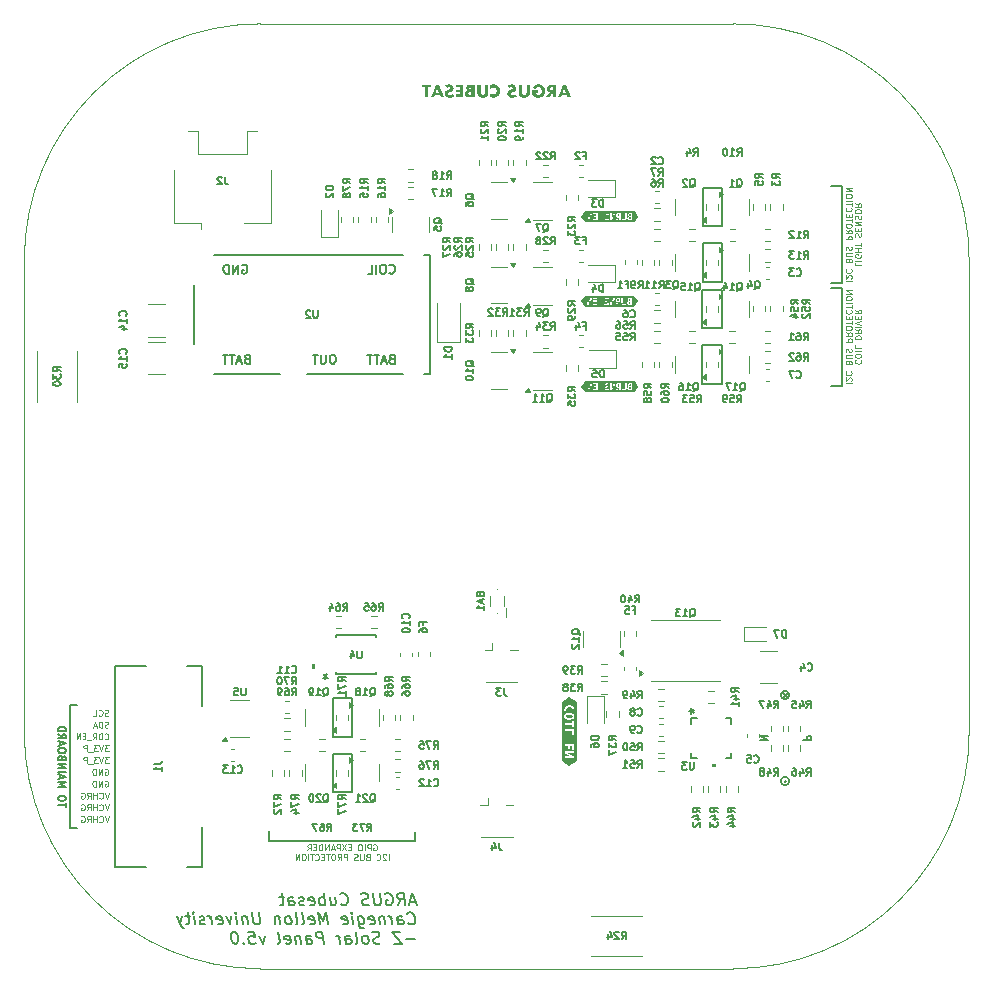
<source format=gbr>
%TF.GenerationSoftware,KiCad,Pcbnew,9.0.1*%
%TF.CreationDate,2025-06-25T17:23:05-04:00*%
%TF.ProjectId,-Z,2d5a2e6b-6963-4616-945f-706362585858,rev?*%
%TF.SameCoordinates,Original*%
%TF.FileFunction,Legend,Bot*%
%TF.FilePolarity,Positive*%
%FSLAX46Y46*%
G04 Gerber Fmt 4.6, Leading zero omitted, Abs format (unit mm)*
G04 Created by KiCad (PCBNEW 9.0.1) date 2025-06-25 17:23:05*
%MOMM*%
%LPD*%
G01*
G04 APERTURE LIST*
%ADD10C,0.100000*%
%ADD11C,0.127000*%
%ADD12C,0.101600*%
%ADD13C,0.152400*%
%ADD14C,0.228600*%
%ADD15C,0.150000*%
%ADD16C,0.120000*%
%ADD17C,0.000000*%
G04 APERTURE END LIST*
D10*
X143996600Y-140000400D02*
G75*
G02*
X123996600Y-120000400I-50J19999950D01*
G01*
D11*
X151726769Y-125036196D02*
X150101168Y-125036199D01*
X150101168Y-121784997D01*
X151726769Y-121784997D01*
X151726769Y-125036196D01*
D10*
X203999600Y-120003462D02*
G75*
G02*
X183999600Y-140003500I-20000000J-38D01*
G01*
X183999599Y-60003461D02*
X143999601Y-60003461D01*
D11*
X193204968Y-90632375D02*
X193204968Y-82377375D01*
X193204968Y-73715975D02*
X192315968Y-73715975D01*
X193204968Y-82377375D02*
X192315968Y-82377375D01*
D10*
X183996599Y-60000402D02*
X143996601Y-60000402D01*
D11*
X128485768Y-128071974D02*
X127850768Y-128071974D01*
X144754467Y-128313275D02*
X144754467Y-129202275D01*
D10*
X123999601Y-80003462D02*
X123999601Y-120003462D01*
D11*
X144754467Y-129202275D02*
X157073468Y-129202275D01*
D10*
X183999599Y-60003463D02*
G75*
G02*
X203999597Y-80003461I31J-19999967D01*
G01*
X123996601Y-80000402D02*
G75*
G02*
X143996601Y-60000401I19999999J2D01*
G01*
X203999600Y-120003462D02*
X203999599Y-80003461D01*
D11*
X157073468Y-129202275D02*
X157073466Y-128440276D01*
X192315968Y-90632375D02*
X193204968Y-90632375D01*
X192315968Y-81970975D02*
X193204968Y-81970975D01*
X183044968Y-82542476D02*
X183044968Y-85793675D01*
X181419367Y-85793676D01*
X181419368Y-82542475D01*
X183044968Y-82542476D01*
X183070368Y-81831275D02*
X181444767Y-81831278D01*
X181444767Y-78580076D01*
X183070368Y-78580076D01*
X183070368Y-81831275D01*
D10*
X183999599Y-60003463D02*
X143999601Y-60003461D01*
X143996600Y-140000400D02*
X183996601Y-140000401D01*
D11*
X183044968Y-90467275D02*
X181419367Y-90467278D01*
X181419367Y-87216076D01*
X183044968Y-87216076D01*
X183044968Y-90467275D01*
D10*
X183996599Y-60000402D02*
G75*
G02*
X203996598Y-80000401I1J-19999998D01*
G01*
X123999601Y-80003462D02*
G75*
G02*
X143999601Y-60003461I20000069J-68D01*
G01*
X143999600Y-140003461D02*
X183999600Y-140003461D01*
D11*
X193204968Y-81970975D02*
X193204968Y-73715975D01*
D10*
X143999600Y-140003461D02*
G75*
G02*
X123999599Y-120003462I-40J19999961D01*
G01*
D11*
X127850768Y-117632575D02*
X128460368Y-117632574D01*
D10*
X203996601Y-120000400D02*
G75*
G02*
X183996601Y-140000401I-20000001J0D01*
G01*
X123996601Y-80000402D02*
X123996600Y-120000400D01*
D11*
X183070368Y-73906476D02*
X183070368Y-77157675D01*
X181444767Y-77157676D01*
X181444768Y-73906475D01*
X183070368Y-73906476D01*
X127850768Y-128071974D02*
X127850768Y-117632575D01*
D10*
X203996601Y-120000400D02*
X203996600Y-80000401D01*
D11*
X151726769Y-117111397D02*
X151726769Y-120362596D01*
X150101168Y-120362597D01*
X150101169Y-117111396D01*
X151726769Y-117111397D01*
X188778637Y-116917142D02*
X188778637Y-116747809D01*
X188778637Y-116747809D02*
X188693970Y-116578475D01*
X188693970Y-116578475D02*
X188524637Y-116493809D01*
X188524637Y-116493809D02*
X188355303Y-116493809D01*
X188355303Y-116493809D02*
X188185970Y-116578475D01*
X188185970Y-116578475D02*
X188101303Y-116747809D01*
X188101303Y-116747809D02*
X188101303Y-116917142D01*
X188101303Y-116917142D02*
X188185970Y-117086475D01*
X188185970Y-117086475D02*
X188355303Y-117171142D01*
X188355303Y-117171142D02*
X188524637Y-117171142D01*
X188524637Y-117171142D02*
X188693970Y-117086475D01*
X188693970Y-117086475D02*
X188778637Y-116917142D01*
X188651637Y-117044142D02*
X188228303Y-116620809D01*
X188651637Y-116620809D02*
X188228303Y-117044142D01*
D12*
X194397748Y-88464301D02*
X194373558Y-88488492D01*
X194373558Y-88488492D02*
X194349367Y-88561063D01*
X194349367Y-88561063D02*
X194349367Y-88609444D01*
X194349367Y-88609444D02*
X194373558Y-88682016D01*
X194373558Y-88682016D02*
X194421938Y-88730397D01*
X194421938Y-88730397D02*
X194470319Y-88754587D01*
X194470319Y-88754587D02*
X194567081Y-88778778D01*
X194567081Y-88778778D02*
X194639653Y-88778778D01*
X194639653Y-88778778D02*
X194736415Y-88754587D01*
X194736415Y-88754587D02*
X194784796Y-88730397D01*
X194784796Y-88730397D02*
X194833177Y-88682016D01*
X194833177Y-88682016D02*
X194857367Y-88609444D01*
X194857367Y-88609444D02*
X194857367Y-88561063D01*
X194857367Y-88561063D02*
X194833177Y-88488492D01*
X194833177Y-88488492D02*
X194808986Y-88464301D01*
X194857367Y-88149825D02*
X194857367Y-88053063D01*
X194857367Y-88053063D02*
X194833177Y-88004682D01*
X194833177Y-88004682D02*
X194784796Y-87956301D01*
X194784796Y-87956301D02*
X194688034Y-87932111D01*
X194688034Y-87932111D02*
X194518700Y-87932111D01*
X194518700Y-87932111D02*
X194421938Y-87956301D01*
X194421938Y-87956301D02*
X194373558Y-88004682D01*
X194373558Y-88004682D02*
X194349367Y-88053063D01*
X194349367Y-88053063D02*
X194349367Y-88149825D01*
X194349367Y-88149825D02*
X194373558Y-88198206D01*
X194373558Y-88198206D02*
X194421938Y-88246587D01*
X194421938Y-88246587D02*
X194518700Y-88270778D01*
X194518700Y-88270778D02*
X194688034Y-88270778D01*
X194688034Y-88270778D02*
X194784796Y-88246587D01*
X194784796Y-88246587D02*
X194833177Y-88198206D01*
X194833177Y-88198206D02*
X194857367Y-88149825D01*
X194349367Y-87714397D02*
X194857367Y-87714397D01*
X194349367Y-87230587D02*
X194349367Y-87472492D01*
X194349367Y-87472492D02*
X194857367Y-87472492D01*
X194349367Y-86674206D02*
X194857367Y-86674206D01*
X194857367Y-86674206D02*
X194857367Y-86553254D01*
X194857367Y-86553254D02*
X194833177Y-86480682D01*
X194833177Y-86480682D02*
X194784796Y-86432301D01*
X194784796Y-86432301D02*
X194736415Y-86408111D01*
X194736415Y-86408111D02*
X194639653Y-86383920D01*
X194639653Y-86383920D02*
X194567081Y-86383920D01*
X194567081Y-86383920D02*
X194470319Y-86408111D01*
X194470319Y-86408111D02*
X194421938Y-86432301D01*
X194421938Y-86432301D02*
X194373558Y-86480682D01*
X194373558Y-86480682D02*
X194349367Y-86553254D01*
X194349367Y-86553254D02*
X194349367Y-86674206D01*
X194349367Y-85875920D02*
X194591272Y-86045254D01*
X194349367Y-86166206D02*
X194857367Y-86166206D01*
X194857367Y-86166206D02*
X194857367Y-85972682D01*
X194857367Y-85972682D02*
X194833177Y-85924301D01*
X194833177Y-85924301D02*
X194808986Y-85900111D01*
X194808986Y-85900111D02*
X194760605Y-85875920D01*
X194760605Y-85875920D02*
X194688034Y-85875920D01*
X194688034Y-85875920D02*
X194639653Y-85900111D01*
X194639653Y-85900111D02*
X194615462Y-85924301D01*
X194615462Y-85924301D02*
X194591272Y-85972682D01*
X194591272Y-85972682D02*
X194591272Y-86166206D01*
X194349367Y-85658206D02*
X194857367Y-85658206D01*
X194857367Y-85488873D02*
X194349367Y-85319539D01*
X194349367Y-85319539D02*
X194857367Y-85150206D01*
X194615462Y-84980872D02*
X194615462Y-84811539D01*
X194349367Y-84738967D02*
X194349367Y-84980872D01*
X194349367Y-84980872D02*
X194857367Y-84980872D01*
X194857367Y-84980872D02*
X194857367Y-84738967D01*
X194349367Y-84230967D02*
X194591272Y-84400301D01*
X194349367Y-84521253D02*
X194857367Y-84521253D01*
X194857367Y-84521253D02*
X194857367Y-84327729D01*
X194857367Y-84327729D02*
X194833177Y-84279348D01*
X194833177Y-84279348D02*
X194808986Y-84255158D01*
X194808986Y-84255158D02*
X194760605Y-84230967D01*
X194760605Y-84230967D02*
X194688034Y-84230967D01*
X194688034Y-84230967D02*
X194639653Y-84255158D01*
X194639653Y-84255158D02*
X194615462Y-84279348D01*
X194615462Y-84279348D02*
X194591272Y-84327729D01*
X194591272Y-84327729D02*
X194591272Y-84521253D01*
X193531515Y-90447920D02*
X194039515Y-90447920D01*
X193991134Y-90230206D02*
X194015325Y-90206015D01*
X194015325Y-90206015D02*
X194039515Y-90157634D01*
X194039515Y-90157634D02*
X194039515Y-90036682D01*
X194039515Y-90036682D02*
X194015325Y-89988301D01*
X194015325Y-89988301D02*
X193991134Y-89964110D01*
X193991134Y-89964110D02*
X193942753Y-89939920D01*
X193942753Y-89939920D02*
X193894372Y-89939920D01*
X193894372Y-89939920D02*
X193821801Y-89964110D01*
X193821801Y-89964110D02*
X193531515Y-90254396D01*
X193531515Y-90254396D02*
X193531515Y-89939920D01*
X193579896Y-89431919D02*
X193555706Y-89456110D01*
X193555706Y-89456110D02*
X193531515Y-89528681D01*
X193531515Y-89528681D02*
X193531515Y-89577062D01*
X193531515Y-89577062D02*
X193555706Y-89649634D01*
X193555706Y-89649634D02*
X193604086Y-89698015D01*
X193604086Y-89698015D02*
X193652467Y-89722205D01*
X193652467Y-89722205D02*
X193749229Y-89746396D01*
X193749229Y-89746396D02*
X193821801Y-89746396D01*
X193821801Y-89746396D02*
X193918563Y-89722205D01*
X193918563Y-89722205D02*
X193966944Y-89698015D01*
X193966944Y-89698015D02*
X194015325Y-89649634D01*
X194015325Y-89649634D02*
X194039515Y-89577062D01*
X194039515Y-89577062D02*
X194039515Y-89528681D01*
X194039515Y-89528681D02*
X194015325Y-89456110D01*
X194015325Y-89456110D02*
X193991134Y-89431919D01*
X193797610Y-88657824D02*
X193773420Y-88585252D01*
X193773420Y-88585252D02*
X193749229Y-88561062D01*
X193749229Y-88561062D02*
X193700848Y-88536871D01*
X193700848Y-88536871D02*
X193628277Y-88536871D01*
X193628277Y-88536871D02*
X193579896Y-88561062D01*
X193579896Y-88561062D02*
X193555706Y-88585252D01*
X193555706Y-88585252D02*
X193531515Y-88633633D01*
X193531515Y-88633633D02*
X193531515Y-88827157D01*
X193531515Y-88827157D02*
X194039515Y-88827157D01*
X194039515Y-88827157D02*
X194039515Y-88657824D01*
X194039515Y-88657824D02*
X194015325Y-88609443D01*
X194015325Y-88609443D02*
X193991134Y-88585252D01*
X193991134Y-88585252D02*
X193942753Y-88561062D01*
X193942753Y-88561062D02*
X193894372Y-88561062D01*
X193894372Y-88561062D02*
X193845991Y-88585252D01*
X193845991Y-88585252D02*
X193821801Y-88609443D01*
X193821801Y-88609443D02*
X193797610Y-88657824D01*
X193797610Y-88657824D02*
X193797610Y-88827157D01*
X194039515Y-88319157D02*
X193628277Y-88319157D01*
X193628277Y-88319157D02*
X193579896Y-88294967D01*
X193579896Y-88294967D02*
X193555706Y-88270776D01*
X193555706Y-88270776D02*
X193531515Y-88222395D01*
X193531515Y-88222395D02*
X193531515Y-88125633D01*
X193531515Y-88125633D02*
X193555706Y-88077252D01*
X193555706Y-88077252D02*
X193579896Y-88053062D01*
X193579896Y-88053062D02*
X193628277Y-88028871D01*
X193628277Y-88028871D02*
X194039515Y-88028871D01*
X193555706Y-87811158D02*
X193531515Y-87738586D01*
X193531515Y-87738586D02*
X193531515Y-87617634D01*
X193531515Y-87617634D02*
X193555706Y-87569253D01*
X193555706Y-87569253D02*
X193579896Y-87545062D01*
X193579896Y-87545062D02*
X193628277Y-87520872D01*
X193628277Y-87520872D02*
X193676658Y-87520872D01*
X193676658Y-87520872D02*
X193725039Y-87545062D01*
X193725039Y-87545062D02*
X193749229Y-87569253D01*
X193749229Y-87569253D02*
X193773420Y-87617634D01*
X193773420Y-87617634D02*
X193797610Y-87714396D01*
X193797610Y-87714396D02*
X193821801Y-87762777D01*
X193821801Y-87762777D02*
X193845991Y-87786967D01*
X193845991Y-87786967D02*
X193894372Y-87811158D01*
X193894372Y-87811158D02*
X193942753Y-87811158D01*
X193942753Y-87811158D02*
X193991134Y-87786967D01*
X193991134Y-87786967D02*
X194015325Y-87762777D01*
X194015325Y-87762777D02*
X194039515Y-87714396D01*
X194039515Y-87714396D02*
X194039515Y-87593443D01*
X194039515Y-87593443D02*
X194015325Y-87520872D01*
X193531515Y-86916109D02*
X194039515Y-86916109D01*
X194039515Y-86916109D02*
X194039515Y-86722585D01*
X194039515Y-86722585D02*
X194015325Y-86674204D01*
X194015325Y-86674204D02*
X193991134Y-86650014D01*
X193991134Y-86650014D02*
X193942753Y-86625823D01*
X193942753Y-86625823D02*
X193870182Y-86625823D01*
X193870182Y-86625823D02*
X193821801Y-86650014D01*
X193821801Y-86650014D02*
X193797610Y-86674204D01*
X193797610Y-86674204D02*
X193773420Y-86722585D01*
X193773420Y-86722585D02*
X193773420Y-86916109D01*
X193531515Y-86117823D02*
X193773420Y-86287157D01*
X193531515Y-86408109D02*
X194039515Y-86408109D01*
X194039515Y-86408109D02*
X194039515Y-86214585D01*
X194039515Y-86214585D02*
X194015325Y-86166204D01*
X194015325Y-86166204D02*
X193991134Y-86142014D01*
X193991134Y-86142014D02*
X193942753Y-86117823D01*
X193942753Y-86117823D02*
X193870182Y-86117823D01*
X193870182Y-86117823D02*
X193821801Y-86142014D01*
X193821801Y-86142014D02*
X193797610Y-86166204D01*
X193797610Y-86166204D02*
X193773420Y-86214585D01*
X193773420Y-86214585D02*
X193773420Y-86408109D01*
X194039515Y-85803347D02*
X194039515Y-85706585D01*
X194039515Y-85706585D02*
X194015325Y-85658204D01*
X194015325Y-85658204D02*
X193966944Y-85609823D01*
X193966944Y-85609823D02*
X193870182Y-85585633D01*
X193870182Y-85585633D02*
X193700848Y-85585633D01*
X193700848Y-85585633D02*
X193604086Y-85609823D01*
X193604086Y-85609823D02*
X193555706Y-85658204D01*
X193555706Y-85658204D02*
X193531515Y-85706585D01*
X193531515Y-85706585D02*
X193531515Y-85803347D01*
X193531515Y-85803347D02*
X193555706Y-85851728D01*
X193555706Y-85851728D02*
X193604086Y-85900109D01*
X193604086Y-85900109D02*
X193700848Y-85924300D01*
X193700848Y-85924300D02*
X193870182Y-85924300D01*
X193870182Y-85924300D02*
X193966944Y-85900109D01*
X193966944Y-85900109D02*
X194015325Y-85851728D01*
X194015325Y-85851728D02*
X194039515Y-85803347D01*
X194039515Y-85440491D02*
X194039515Y-85150205D01*
X193531515Y-85295348D02*
X194039515Y-85295348D01*
X193797610Y-84980871D02*
X193797610Y-84811538D01*
X193531515Y-84738966D02*
X193531515Y-84980871D01*
X193531515Y-84980871D02*
X194039515Y-84980871D01*
X194039515Y-84980871D02*
X194039515Y-84738966D01*
X193579896Y-84230966D02*
X193555706Y-84255157D01*
X193555706Y-84255157D02*
X193531515Y-84327728D01*
X193531515Y-84327728D02*
X193531515Y-84376109D01*
X193531515Y-84376109D02*
X193555706Y-84448681D01*
X193555706Y-84448681D02*
X193604086Y-84497062D01*
X193604086Y-84497062D02*
X193652467Y-84521252D01*
X193652467Y-84521252D02*
X193749229Y-84545443D01*
X193749229Y-84545443D02*
X193821801Y-84545443D01*
X193821801Y-84545443D02*
X193918563Y-84521252D01*
X193918563Y-84521252D02*
X193966944Y-84497062D01*
X193966944Y-84497062D02*
X194015325Y-84448681D01*
X194015325Y-84448681D02*
X194039515Y-84376109D01*
X194039515Y-84376109D02*
X194039515Y-84327728D01*
X194039515Y-84327728D02*
X194015325Y-84255157D01*
X194015325Y-84255157D02*
X193991134Y-84230966D01*
X194039515Y-84085824D02*
X194039515Y-83795538D01*
X193531515Y-83940681D02*
X194039515Y-83940681D01*
X193531515Y-83626204D02*
X194039515Y-83626204D01*
X194039515Y-83287537D02*
X194039515Y-83190775D01*
X194039515Y-83190775D02*
X194015325Y-83142394D01*
X194015325Y-83142394D02*
X193966944Y-83094013D01*
X193966944Y-83094013D02*
X193870182Y-83069823D01*
X193870182Y-83069823D02*
X193700848Y-83069823D01*
X193700848Y-83069823D02*
X193604086Y-83094013D01*
X193604086Y-83094013D02*
X193555706Y-83142394D01*
X193555706Y-83142394D02*
X193531515Y-83190775D01*
X193531515Y-83190775D02*
X193531515Y-83287537D01*
X193531515Y-83287537D02*
X193555706Y-83335918D01*
X193555706Y-83335918D02*
X193604086Y-83384299D01*
X193604086Y-83384299D02*
X193700848Y-83408490D01*
X193700848Y-83408490D02*
X193870182Y-83408490D01*
X193870182Y-83408490D02*
X193966944Y-83384299D01*
X193966944Y-83384299D02*
X194015325Y-83335918D01*
X194015325Y-83335918D02*
X194039515Y-83287537D01*
X193531515Y-82852109D02*
X194039515Y-82852109D01*
X194039515Y-82852109D02*
X193531515Y-82561823D01*
X193531515Y-82561823D02*
X194039515Y-82561823D01*
D11*
X142457267Y-80417796D02*
X142529839Y-80381510D01*
X142529839Y-80381510D02*
X142638696Y-80381510D01*
X142638696Y-80381510D02*
X142747553Y-80417796D01*
X142747553Y-80417796D02*
X142820124Y-80490367D01*
X142820124Y-80490367D02*
X142856410Y-80562939D01*
X142856410Y-80562939D02*
X142892696Y-80708082D01*
X142892696Y-80708082D02*
X142892696Y-80816939D01*
X142892696Y-80816939D02*
X142856410Y-80962082D01*
X142856410Y-80962082D02*
X142820124Y-81034653D01*
X142820124Y-81034653D02*
X142747553Y-81107225D01*
X142747553Y-81107225D02*
X142638696Y-81143510D01*
X142638696Y-81143510D02*
X142566124Y-81143510D01*
X142566124Y-81143510D02*
X142457267Y-81107225D01*
X142457267Y-81107225D02*
X142420981Y-81070939D01*
X142420981Y-81070939D02*
X142420981Y-80816939D01*
X142420981Y-80816939D02*
X142566124Y-80816939D01*
X142094410Y-81143510D02*
X142094410Y-80381510D01*
X142094410Y-80381510D02*
X141658981Y-81143510D01*
X141658981Y-81143510D02*
X141658981Y-80381510D01*
X141296124Y-81143510D02*
X141296124Y-80381510D01*
X141296124Y-80381510D02*
X141114695Y-80381510D01*
X141114695Y-80381510D02*
X141005838Y-80417796D01*
X141005838Y-80417796D02*
X140933267Y-80490367D01*
X140933267Y-80490367D02*
X140896981Y-80562939D01*
X140896981Y-80562939D02*
X140860695Y-80708082D01*
X140860695Y-80708082D02*
X140860695Y-80816939D01*
X140860695Y-80816939D02*
X140896981Y-80962082D01*
X140896981Y-80962082D02*
X140933267Y-81034653D01*
X140933267Y-81034653D02*
X141005838Y-81107225D01*
X141005838Y-81107225D02*
X141114695Y-81143510D01*
X141114695Y-81143510D02*
X141296124Y-81143510D01*
D12*
X194349367Y-80214139D02*
X194349367Y-80456044D01*
X194349367Y-80456044D02*
X194857367Y-80456044D01*
X194349367Y-80044806D02*
X194857367Y-80044806D01*
X194833177Y-79536806D02*
X194857367Y-79585187D01*
X194857367Y-79585187D02*
X194857367Y-79657758D01*
X194857367Y-79657758D02*
X194833177Y-79730330D01*
X194833177Y-79730330D02*
X194784796Y-79778711D01*
X194784796Y-79778711D02*
X194736415Y-79802901D01*
X194736415Y-79802901D02*
X194639653Y-79827092D01*
X194639653Y-79827092D02*
X194567081Y-79827092D01*
X194567081Y-79827092D02*
X194470319Y-79802901D01*
X194470319Y-79802901D02*
X194421938Y-79778711D01*
X194421938Y-79778711D02*
X194373558Y-79730330D01*
X194373558Y-79730330D02*
X194349367Y-79657758D01*
X194349367Y-79657758D02*
X194349367Y-79609377D01*
X194349367Y-79609377D02*
X194373558Y-79536806D01*
X194373558Y-79536806D02*
X194397748Y-79512615D01*
X194397748Y-79512615D02*
X194567081Y-79512615D01*
X194567081Y-79512615D02*
X194567081Y-79609377D01*
X194349367Y-79294901D02*
X194857367Y-79294901D01*
X194615462Y-79294901D02*
X194615462Y-79004615D01*
X194349367Y-79004615D02*
X194857367Y-79004615D01*
X194857367Y-78835283D02*
X194857367Y-78544997D01*
X194349367Y-78690140D02*
X194857367Y-78690140D01*
X194373558Y-78012806D02*
X194349367Y-77940234D01*
X194349367Y-77940234D02*
X194349367Y-77819282D01*
X194349367Y-77819282D02*
X194373558Y-77770901D01*
X194373558Y-77770901D02*
X194397748Y-77746710D01*
X194397748Y-77746710D02*
X194446129Y-77722520D01*
X194446129Y-77722520D02*
X194494510Y-77722520D01*
X194494510Y-77722520D02*
X194542891Y-77746710D01*
X194542891Y-77746710D02*
X194567081Y-77770901D01*
X194567081Y-77770901D02*
X194591272Y-77819282D01*
X194591272Y-77819282D02*
X194615462Y-77916044D01*
X194615462Y-77916044D02*
X194639653Y-77964425D01*
X194639653Y-77964425D02*
X194663843Y-77988615D01*
X194663843Y-77988615D02*
X194712224Y-78012806D01*
X194712224Y-78012806D02*
X194760605Y-78012806D01*
X194760605Y-78012806D02*
X194808986Y-77988615D01*
X194808986Y-77988615D02*
X194833177Y-77964425D01*
X194833177Y-77964425D02*
X194857367Y-77916044D01*
X194857367Y-77916044D02*
X194857367Y-77795091D01*
X194857367Y-77795091D02*
X194833177Y-77722520D01*
X194615462Y-77504805D02*
X194615462Y-77335472D01*
X194349367Y-77262900D02*
X194349367Y-77504805D01*
X194349367Y-77504805D02*
X194857367Y-77504805D01*
X194857367Y-77504805D02*
X194857367Y-77262900D01*
X194349367Y-77045186D02*
X194857367Y-77045186D01*
X194857367Y-77045186D02*
X194349367Y-76754900D01*
X194349367Y-76754900D02*
X194857367Y-76754900D01*
X194373558Y-76537187D02*
X194349367Y-76464615D01*
X194349367Y-76464615D02*
X194349367Y-76343663D01*
X194349367Y-76343663D02*
X194373558Y-76295282D01*
X194373558Y-76295282D02*
X194397748Y-76271091D01*
X194397748Y-76271091D02*
X194446129Y-76246901D01*
X194446129Y-76246901D02*
X194494510Y-76246901D01*
X194494510Y-76246901D02*
X194542891Y-76271091D01*
X194542891Y-76271091D02*
X194567081Y-76295282D01*
X194567081Y-76295282D02*
X194591272Y-76343663D01*
X194591272Y-76343663D02*
X194615462Y-76440425D01*
X194615462Y-76440425D02*
X194639653Y-76488806D01*
X194639653Y-76488806D02*
X194663843Y-76512996D01*
X194663843Y-76512996D02*
X194712224Y-76537187D01*
X194712224Y-76537187D02*
X194760605Y-76537187D01*
X194760605Y-76537187D02*
X194808986Y-76512996D01*
X194808986Y-76512996D02*
X194833177Y-76488806D01*
X194833177Y-76488806D02*
X194857367Y-76440425D01*
X194857367Y-76440425D02*
X194857367Y-76319472D01*
X194857367Y-76319472D02*
X194833177Y-76246901D01*
X194857367Y-75932424D02*
X194857367Y-75835662D01*
X194857367Y-75835662D02*
X194833177Y-75787281D01*
X194833177Y-75787281D02*
X194784796Y-75738900D01*
X194784796Y-75738900D02*
X194688034Y-75714710D01*
X194688034Y-75714710D02*
X194518700Y-75714710D01*
X194518700Y-75714710D02*
X194421938Y-75738900D01*
X194421938Y-75738900D02*
X194373558Y-75787281D01*
X194373558Y-75787281D02*
X194349367Y-75835662D01*
X194349367Y-75835662D02*
X194349367Y-75932424D01*
X194349367Y-75932424D02*
X194373558Y-75980805D01*
X194373558Y-75980805D02*
X194421938Y-76029186D01*
X194421938Y-76029186D02*
X194518700Y-76053377D01*
X194518700Y-76053377D02*
X194688034Y-76053377D01*
X194688034Y-76053377D02*
X194784796Y-76029186D01*
X194784796Y-76029186D02*
X194833177Y-75980805D01*
X194833177Y-75980805D02*
X194857367Y-75932424D01*
X194349367Y-75206710D02*
X194591272Y-75376044D01*
X194349367Y-75496996D02*
X194857367Y-75496996D01*
X194857367Y-75496996D02*
X194857367Y-75303472D01*
X194857367Y-75303472D02*
X194833177Y-75255091D01*
X194833177Y-75255091D02*
X194808986Y-75230901D01*
X194808986Y-75230901D02*
X194760605Y-75206710D01*
X194760605Y-75206710D02*
X194688034Y-75206710D01*
X194688034Y-75206710D02*
X194639653Y-75230901D01*
X194639653Y-75230901D02*
X194615462Y-75255091D01*
X194615462Y-75255091D02*
X194591272Y-75303472D01*
X194591272Y-75303472D02*
X194591272Y-75496996D01*
X193531515Y-81786520D02*
X194039515Y-81786520D01*
X193991134Y-81568806D02*
X194015325Y-81544615D01*
X194015325Y-81544615D02*
X194039515Y-81496234D01*
X194039515Y-81496234D02*
X194039515Y-81375282D01*
X194039515Y-81375282D02*
X194015325Y-81326901D01*
X194015325Y-81326901D02*
X193991134Y-81302710D01*
X193991134Y-81302710D02*
X193942753Y-81278520D01*
X193942753Y-81278520D02*
X193894372Y-81278520D01*
X193894372Y-81278520D02*
X193821801Y-81302710D01*
X193821801Y-81302710D02*
X193531515Y-81592996D01*
X193531515Y-81592996D02*
X193531515Y-81278520D01*
X193579896Y-80770519D02*
X193555706Y-80794710D01*
X193555706Y-80794710D02*
X193531515Y-80867281D01*
X193531515Y-80867281D02*
X193531515Y-80915662D01*
X193531515Y-80915662D02*
X193555706Y-80988234D01*
X193555706Y-80988234D02*
X193604086Y-81036615D01*
X193604086Y-81036615D02*
X193652467Y-81060805D01*
X193652467Y-81060805D02*
X193749229Y-81084996D01*
X193749229Y-81084996D02*
X193821801Y-81084996D01*
X193821801Y-81084996D02*
X193918563Y-81060805D01*
X193918563Y-81060805D02*
X193966944Y-81036615D01*
X193966944Y-81036615D02*
X194015325Y-80988234D01*
X194015325Y-80988234D02*
X194039515Y-80915662D01*
X194039515Y-80915662D02*
X194039515Y-80867281D01*
X194039515Y-80867281D02*
X194015325Y-80794710D01*
X194015325Y-80794710D02*
X193991134Y-80770519D01*
X193797610Y-79996424D02*
X193773420Y-79923852D01*
X193773420Y-79923852D02*
X193749229Y-79899662D01*
X193749229Y-79899662D02*
X193700848Y-79875471D01*
X193700848Y-79875471D02*
X193628277Y-79875471D01*
X193628277Y-79875471D02*
X193579896Y-79899662D01*
X193579896Y-79899662D02*
X193555706Y-79923852D01*
X193555706Y-79923852D02*
X193531515Y-79972233D01*
X193531515Y-79972233D02*
X193531515Y-80165757D01*
X193531515Y-80165757D02*
X194039515Y-80165757D01*
X194039515Y-80165757D02*
X194039515Y-79996424D01*
X194039515Y-79996424D02*
X194015325Y-79948043D01*
X194015325Y-79948043D02*
X193991134Y-79923852D01*
X193991134Y-79923852D02*
X193942753Y-79899662D01*
X193942753Y-79899662D02*
X193894372Y-79899662D01*
X193894372Y-79899662D02*
X193845991Y-79923852D01*
X193845991Y-79923852D02*
X193821801Y-79948043D01*
X193821801Y-79948043D02*
X193797610Y-79996424D01*
X193797610Y-79996424D02*
X193797610Y-80165757D01*
X194039515Y-79657757D02*
X193628277Y-79657757D01*
X193628277Y-79657757D02*
X193579896Y-79633567D01*
X193579896Y-79633567D02*
X193555706Y-79609376D01*
X193555706Y-79609376D02*
X193531515Y-79560995D01*
X193531515Y-79560995D02*
X193531515Y-79464233D01*
X193531515Y-79464233D02*
X193555706Y-79415852D01*
X193555706Y-79415852D02*
X193579896Y-79391662D01*
X193579896Y-79391662D02*
X193628277Y-79367471D01*
X193628277Y-79367471D02*
X194039515Y-79367471D01*
X193555706Y-79149758D02*
X193531515Y-79077186D01*
X193531515Y-79077186D02*
X193531515Y-78956234D01*
X193531515Y-78956234D02*
X193555706Y-78907853D01*
X193555706Y-78907853D02*
X193579896Y-78883662D01*
X193579896Y-78883662D02*
X193628277Y-78859472D01*
X193628277Y-78859472D02*
X193676658Y-78859472D01*
X193676658Y-78859472D02*
X193725039Y-78883662D01*
X193725039Y-78883662D02*
X193749229Y-78907853D01*
X193749229Y-78907853D02*
X193773420Y-78956234D01*
X193773420Y-78956234D02*
X193797610Y-79052996D01*
X193797610Y-79052996D02*
X193821801Y-79101377D01*
X193821801Y-79101377D02*
X193845991Y-79125567D01*
X193845991Y-79125567D02*
X193894372Y-79149758D01*
X193894372Y-79149758D02*
X193942753Y-79149758D01*
X193942753Y-79149758D02*
X193991134Y-79125567D01*
X193991134Y-79125567D02*
X194015325Y-79101377D01*
X194015325Y-79101377D02*
X194039515Y-79052996D01*
X194039515Y-79052996D02*
X194039515Y-78932043D01*
X194039515Y-78932043D02*
X194015325Y-78859472D01*
X193531515Y-78254709D02*
X194039515Y-78254709D01*
X194039515Y-78254709D02*
X194039515Y-78061185D01*
X194039515Y-78061185D02*
X194015325Y-78012804D01*
X194015325Y-78012804D02*
X193991134Y-77988614D01*
X193991134Y-77988614D02*
X193942753Y-77964423D01*
X193942753Y-77964423D02*
X193870182Y-77964423D01*
X193870182Y-77964423D02*
X193821801Y-77988614D01*
X193821801Y-77988614D02*
X193797610Y-78012804D01*
X193797610Y-78012804D02*
X193773420Y-78061185D01*
X193773420Y-78061185D02*
X193773420Y-78254709D01*
X193531515Y-77456423D02*
X193773420Y-77625757D01*
X193531515Y-77746709D02*
X194039515Y-77746709D01*
X194039515Y-77746709D02*
X194039515Y-77553185D01*
X194039515Y-77553185D02*
X194015325Y-77504804D01*
X194015325Y-77504804D02*
X193991134Y-77480614D01*
X193991134Y-77480614D02*
X193942753Y-77456423D01*
X193942753Y-77456423D02*
X193870182Y-77456423D01*
X193870182Y-77456423D02*
X193821801Y-77480614D01*
X193821801Y-77480614D02*
X193797610Y-77504804D01*
X193797610Y-77504804D02*
X193773420Y-77553185D01*
X193773420Y-77553185D02*
X193773420Y-77746709D01*
X194039515Y-77141947D02*
X194039515Y-77045185D01*
X194039515Y-77045185D02*
X194015325Y-76996804D01*
X194015325Y-76996804D02*
X193966944Y-76948423D01*
X193966944Y-76948423D02*
X193870182Y-76924233D01*
X193870182Y-76924233D02*
X193700848Y-76924233D01*
X193700848Y-76924233D02*
X193604086Y-76948423D01*
X193604086Y-76948423D02*
X193555706Y-76996804D01*
X193555706Y-76996804D02*
X193531515Y-77045185D01*
X193531515Y-77045185D02*
X193531515Y-77141947D01*
X193531515Y-77141947D02*
X193555706Y-77190328D01*
X193555706Y-77190328D02*
X193604086Y-77238709D01*
X193604086Y-77238709D02*
X193700848Y-77262900D01*
X193700848Y-77262900D02*
X193870182Y-77262900D01*
X193870182Y-77262900D02*
X193966944Y-77238709D01*
X193966944Y-77238709D02*
X194015325Y-77190328D01*
X194015325Y-77190328D02*
X194039515Y-77141947D01*
X194039515Y-76779091D02*
X194039515Y-76488805D01*
X193531515Y-76633948D02*
X194039515Y-76633948D01*
X193797610Y-76319471D02*
X193797610Y-76150138D01*
X193531515Y-76077566D02*
X193531515Y-76319471D01*
X193531515Y-76319471D02*
X194039515Y-76319471D01*
X194039515Y-76319471D02*
X194039515Y-76077566D01*
X193579896Y-75569566D02*
X193555706Y-75593757D01*
X193555706Y-75593757D02*
X193531515Y-75666328D01*
X193531515Y-75666328D02*
X193531515Y-75714709D01*
X193531515Y-75714709D02*
X193555706Y-75787281D01*
X193555706Y-75787281D02*
X193604086Y-75835662D01*
X193604086Y-75835662D02*
X193652467Y-75859852D01*
X193652467Y-75859852D02*
X193749229Y-75884043D01*
X193749229Y-75884043D02*
X193821801Y-75884043D01*
X193821801Y-75884043D02*
X193918563Y-75859852D01*
X193918563Y-75859852D02*
X193966944Y-75835662D01*
X193966944Y-75835662D02*
X194015325Y-75787281D01*
X194015325Y-75787281D02*
X194039515Y-75714709D01*
X194039515Y-75714709D02*
X194039515Y-75666328D01*
X194039515Y-75666328D02*
X194015325Y-75593757D01*
X194015325Y-75593757D02*
X193991134Y-75569566D01*
X194039515Y-75424424D02*
X194039515Y-75134138D01*
X193531515Y-75279281D02*
X194039515Y-75279281D01*
X193531515Y-74964804D02*
X194039515Y-74964804D01*
X194039515Y-74626137D02*
X194039515Y-74529375D01*
X194039515Y-74529375D02*
X194015325Y-74480994D01*
X194015325Y-74480994D02*
X193966944Y-74432613D01*
X193966944Y-74432613D02*
X193870182Y-74408423D01*
X193870182Y-74408423D02*
X193700848Y-74408423D01*
X193700848Y-74408423D02*
X193604086Y-74432613D01*
X193604086Y-74432613D02*
X193555706Y-74480994D01*
X193555706Y-74480994D02*
X193531515Y-74529375D01*
X193531515Y-74529375D02*
X193531515Y-74626137D01*
X193531515Y-74626137D02*
X193555706Y-74674518D01*
X193555706Y-74674518D02*
X193604086Y-74722899D01*
X193604086Y-74722899D02*
X193700848Y-74747090D01*
X193700848Y-74747090D02*
X193870182Y-74747090D01*
X193870182Y-74747090D02*
X193966944Y-74722899D01*
X193966944Y-74722899D02*
X194015325Y-74674518D01*
X194015325Y-74674518D02*
X194039515Y-74626137D01*
X193531515Y-74190709D02*
X194039515Y-74190709D01*
X194039515Y-74190709D02*
X193531515Y-73900423D01*
X193531515Y-73900423D02*
X194039515Y-73900423D01*
X131164545Y-126081716D02*
X130995211Y-126589716D01*
X130995211Y-126589716D02*
X130825878Y-126081716D01*
X130366258Y-126541335D02*
X130390449Y-126565526D01*
X130390449Y-126565526D02*
X130463020Y-126589716D01*
X130463020Y-126589716D02*
X130511401Y-126589716D01*
X130511401Y-126589716D02*
X130583973Y-126565526D01*
X130583973Y-126565526D02*
X130632354Y-126517145D01*
X130632354Y-126517145D02*
X130656544Y-126468764D01*
X130656544Y-126468764D02*
X130680735Y-126372002D01*
X130680735Y-126372002D02*
X130680735Y-126299430D01*
X130680735Y-126299430D02*
X130656544Y-126202668D01*
X130656544Y-126202668D02*
X130632354Y-126154287D01*
X130632354Y-126154287D02*
X130583973Y-126105906D01*
X130583973Y-126105906D02*
X130511401Y-126081716D01*
X130511401Y-126081716D02*
X130463020Y-126081716D01*
X130463020Y-126081716D02*
X130390449Y-126105906D01*
X130390449Y-126105906D02*
X130366258Y-126130097D01*
X130148544Y-126589716D02*
X130148544Y-126081716D01*
X130148544Y-126323621D02*
X129858258Y-126323621D01*
X129858258Y-126589716D02*
X129858258Y-126081716D01*
X129326068Y-126589716D02*
X129495402Y-126347811D01*
X129616354Y-126589716D02*
X129616354Y-126081716D01*
X129616354Y-126081716D02*
X129422830Y-126081716D01*
X129422830Y-126081716D02*
X129374449Y-126105906D01*
X129374449Y-126105906D02*
X129350259Y-126130097D01*
X129350259Y-126130097D02*
X129326068Y-126178478D01*
X129326068Y-126178478D02*
X129326068Y-126251049D01*
X129326068Y-126251049D02*
X129350259Y-126299430D01*
X129350259Y-126299430D02*
X129374449Y-126323621D01*
X129374449Y-126323621D02*
X129422830Y-126347811D01*
X129422830Y-126347811D02*
X129616354Y-126347811D01*
X128842259Y-126105906D02*
X128890640Y-126081716D01*
X128890640Y-126081716D02*
X128963211Y-126081716D01*
X128963211Y-126081716D02*
X129035783Y-126105906D01*
X129035783Y-126105906D02*
X129084164Y-126154287D01*
X129084164Y-126154287D02*
X129108354Y-126202668D01*
X129108354Y-126202668D02*
X129132545Y-126299430D01*
X129132545Y-126299430D02*
X129132545Y-126372002D01*
X129132545Y-126372002D02*
X129108354Y-126468764D01*
X129108354Y-126468764D02*
X129084164Y-126517145D01*
X129084164Y-126517145D02*
X129035783Y-126565526D01*
X129035783Y-126565526D02*
X128963211Y-126589716D01*
X128963211Y-126589716D02*
X128914830Y-126589716D01*
X128914830Y-126589716D02*
X128842259Y-126565526D01*
X128842259Y-126565526D02*
X128818068Y-126541335D01*
X128818068Y-126541335D02*
X128818068Y-126372002D01*
X128818068Y-126372002D02*
X128914830Y-126372002D01*
X130825878Y-124105906D02*
X130874259Y-124081716D01*
X130874259Y-124081716D02*
X130946830Y-124081716D01*
X130946830Y-124081716D02*
X131019402Y-124105906D01*
X131019402Y-124105906D02*
X131067783Y-124154287D01*
X131067783Y-124154287D02*
X131091973Y-124202668D01*
X131091973Y-124202668D02*
X131116164Y-124299430D01*
X131116164Y-124299430D02*
X131116164Y-124372002D01*
X131116164Y-124372002D02*
X131091973Y-124468764D01*
X131091973Y-124468764D02*
X131067783Y-124517145D01*
X131067783Y-124517145D02*
X131019402Y-124565526D01*
X131019402Y-124565526D02*
X130946830Y-124589716D01*
X130946830Y-124589716D02*
X130898449Y-124589716D01*
X130898449Y-124589716D02*
X130825878Y-124565526D01*
X130825878Y-124565526D02*
X130801687Y-124541335D01*
X130801687Y-124541335D02*
X130801687Y-124372002D01*
X130801687Y-124372002D02*
X130898449Y-124372002D01*
X130583973Y-124589716D02*
X130583973Y-124081716D01*
X130583973Y-124081716D02*
X130293687Y-124589716D01*
X130293687Y-124589716D02*
X130293687Y-124081716D01*
X130051783Y-124589716D02*
X130051783Y-124081716D01*
X130051783Y-124081716D02*
X129930831Y-124081716D01*
X129930831Y-124081716D02*
X129858259Y-124105906D01*
X129858259Y-124105906D02*
X129809878Y-124154287D01*
X129809878Y-124154287D02*
X129785688Y-124202668D01*
X129785688Y-124202668D02*
X129761497Y-124299430D01*
X129761497Y-124299430D02*
X129761497Y-124372002D01*
X129761497Y-124372002D02*
X129785688Y-124468764D01*
X129785688Y-124468764D02*
X129809878Y-124517145D01*
X129809878Y-124517145D02*
X129858259Y-124565526D01*
X129858259Y-124565526D02*
X129930831Y-124589716D01*
X129930831Y-124589716D02*
X130051783Y-124589716D01*
X131116164Y-118565526D02*
X131043592Y-118589716D01*
X131043592Y-118589716D02*
X130922640Y-118589716D01*
X130922640Y-118589716D02*
X130874259Y-118565526D01*
X130874259Y-118565526D02*
X130850068Y-118541335D01*
X130850068Y-118541335D02*
X130825878Y-118492954D01*
X130825878Y-118492954D02*
X130825878Y-118444573D01*
X130825878Y-118444573D02*
X130850068Y-118396192D01*
X130850068Y-118396192D02*
X130874259Y-118372002D01*
X130874259Y-118372002D02*
X130922640Y-118347811D01*
X130922640Y-118347811D02*
X131019402Y-118323621D01*
X131019402Y-118323621D02*
X131067783Y-118299430D01*
X131067783Y-118299430D02*
X131091973Y-118275240D01*
X131091973Y-118275240D02*
X131116164Y-118226859D01*
X131116164Y-118226859D02*
X131116164Y-118178478D01*
X131116164Y-118178478D02*
X131091973Y-118130097D01*
X131091973Y-118130097D02*
X131067783Y-118105906D01*
X131067783Y-118105906D02*
X131019402Y-118081716D01*
X131019402Y-118081716D02*
X130898449Y-118081716D01*
X130898449Y-118081716D02*
X130825878Y-118105906D01*
X130317877Y-118541335D02*
X130342068Y-118565526D01*
X130342068Y-118565526D02*
X130414639Y-118589716D01*
X130414639Y-118589716D02*
X130463020Y-118589716D01*
X130463020Y-118589716D02*
X130535592Y-118565526D01*
X130535592Y-118565526D02*
X130583973Y-118517145D01*
X130583973Y-118517145D02*
X130608163Y-118468764D01*
X130608163Y-118468764D02*
X130632354Y-118372002D01*
X130632354Y-118372002D02*
X130632354Y-118299430D01*
X130632354Y-118299430D02*
X130608163Y-118202668D01*
X130608163Y-118202668D02*
X130583973Y-118154287D01*
X130583973Y-118154287D02*
X130535592Y-118105906D01*
X130535592Y-118105906D02*
X130463020Y-118081716D01*
X130463020Y-118081716D02*
X130414639Y-118081716D01*
X130414639Y-118081716D02*
X130342068Y-118105906D01*
X130342068Y-118105906D02*
X130317877Y-118130097D01*
X129858258Y-118589716D02*
X130100163Y-118589716D01*
X130100163Y-118589716D02*
X130100163Y-118081716D01*
X153562825Y-129504464D02*
X153611206Y-129480274D01*
X153611206Y-129480274D02*
X153683777Y-129480274D01*
X153683777Y-129480274D02*
X153756349Y-129504464D01*
X153756349Y-129504464D02*
X153804730Y-129552845D01*
X153804730Y-129552845D02*
X153828920Y-129601226D01*
X153828920Y-129601226D02*
X153853111Y-129697988D01*
X153853111Y-129697988D02*
X153853111Y-129770560D01*
X153853111Y-129770560D02*
X153828920Y-129867322D01*
X153828920Y-129867322D02*
X153804730Y-129915703D01*
X153804730Y-129915703D02*
X153756349Y-129964084D01*
X153756349Y-129964084D02*
X153683777Y-129988274D01*
X153683777Y-129988274D02*
X153635396Y-129988274D01*
X153635396Y-129988274D02*
X153562825Y-129964084D01*
X153562825Y-129964084D02*
X153538634Y-129939893D01*
X153538634Y-129939893D02*
X153538634Y-129770560D01*
X153538634Y-129770560D02*
X153635396Y-129770560D01*
X153320920Y-129988274D02*
X153320920Y-129480274D01*
X153320920Y-129480274D02*
X153127396Y-129480274D01*
X153127396Y-129480274D02*
X153079015Y-129504464D01*
X153079015Y-129504464D02*
X153054825Y-129528655D01*
X153054825Y-129528655D02*
X153030634Y-129577036D01*
X153030634Y-129577036D02*
X153030634Y-129649607D01*
X153030634Y-129649607D02*
X153054825Y-129697988D01*
X153054825Y-129697988D02*
X153079015Y-129722179D01*
X153079015Y-129722179D02*
X153127396Y-129746369D01*
X153127396Y-129746369D02*
X153320920Y-129746369D01*
X152812920Y-129988274D02*
X152812920Y-129480274D01*
X152474253Y-129480274D02*
X152377491Y-129480274D01*
X152377491Y-129480274D02*
X152329110Y-129504464D01*
X152329110Y-129504464D02*
X152280729Y-129552845D01*
X152280729Y-129552845D02*
X152256539Y-129649607D01*
X152256539Y-129649607D02*
X152256539Y-129818941D01*
X152256539Y-129818941D02*
X152280729Y-129915703D01*
X152280729Y-129915703D02*
X152329110Y-129964084D01*
X152329110Y-129964084D02*
X152377491Y-129988274D01*
X152377491Y-129988274D02*
X152474253Y-129988274D01*
X152474253Y-129988274D02*
X152522634Y-129964084D01*
X152522634Y-129964084D02*
X152571015Y-129915703D01*
X152571015Y-129915703D02*
X152595206Y-129818941D01*
X152595206Y-129818941D02*
X152595206Y-129649607D01*
X152595206Y-129649607D02*
X152571015Y-129552845D01*
X152571015Y-129552845D02*
X152522634Y-129504464D01*
X152522634Y-129504464D02*
X152474253Y-129480274D01*
X151651777Y-129722179D02*
X151482444Y-129722179D01*
X151409872Y-129988274D02*
X151651777Y-129988274D01*
X151651777Y-129988274D02*
X151651777Y-129480274D01*
X151651777Y-129480274D02*
X151409872Y-129480274D01*
X151240539Y-129480274D02*
X150901872Y-129988274D01*
X150901872Y-129480274D02*
X151240539Y-129988274D01*
X150708348Y-129988274D02*
X150708348Y-129480274D01*
X150708348Y-129480274D02*
X150514824Y-129480274D01*
X150514824Y-129480274D02*
X150466443Y-129504464D01*
X150466443Y-129504464D02*
X150442253Y-129528655D01*
X150442253Y-129528655D02*
X150418062Y-129577036D01*
X150418062Y-129577036D02*
X150418062Y-129649607D01*
X150418062Y-129649607D02*
X150442253Y-129697988D01*
X150442253Y-129697988D02*
X150466443Y-129722179D01*
X150466443Y-129722179D02*
X150514824Y-129746369D01*
X150514824Y-129746369D02*
X150708348Y-129746369D01*
X150224539Y-129843131D02*
X149982634Y-129843131D01*
X150272920Y-129988274D02*
X150103586Y-129480274D01*
X150103586Y-129480274D02*
X149934253Y-129988274D01*
X149764919Y-129988274D02*
X149764919Y-129480274D01*
X149764919Y-129480274D02*
X149474633Y-129988274D01*
X149474633Y-129988274D02*
X149474633Y-129480274D01*
X149232729Y-129988274D02*
X149232729Y-129480274D01*
X149232729Y-129480274D02*
X149111777Y-129480274D01*
X149111777Y-129480274D02*
X149039205Y-129504464D01*
X149039205Y-129504464D02*
X148990824Y-129552845D01*
X148990824Y-129552845D02*
X148966634Y-129601226D01*
X148966634Y-129601226D02*
X148942443Y-129697988D01*
X148942443Y-129697988D02*
X148942443Y-129770560D01*
X148942443Y-129770560D02*
X148966634Y-129867322D01*
X148966634Y-129867322D02*
X148990824Y-129915703D01*
X148990824Y-129915703D02*
X149039205Y-129964084D01*
X149039205Y-129964084D02*
X149111777Y-129988274D01*
X149111777Y-129988274D02*
X149232729Y-129988274D01*
X148724729Y-129722179D02*
X148555396Y-129722179D01*
X148482824Y-129988274D02*
X148724729Y-129988274D01*
X148724729Y-129988274D02*
X148724729Y-129480274D01*
X148724729Y-129480274D02*
X148482824Y-129480274D01*
X147974824Y-129988274D02*
X148144158Y-129746369D01*
X148265110Y-129988274D02*
X148265110Y-129480274D01*
X148265110Y-129480274D02*
X148071586Y-129480274D01*
X148071586Y-129480274D02*
X148023205Y-129504464D01*
X148023205Y-129504464D02*
X147999015Y-129528655D01*
X147999015Y-129528655D02*
X147974824Y-129577036D01*
X147974824Y-129577036D02*
X147974824Y-129649607D01*
X147974824Y-129649607D02*
X147999015Y-129697988D01*
X147999015Y-129697988D02*
X148023205Y-129722179D01*
X148023205Y-129722179D02*
X148071586Y-129746369D01*
X148071586Y-129746369D02*
X148265110Y-129746369D01*
X154857015Y-130806126D02*
X154857015Y-130298126D01*
X154639301Y-130346507D02*
X154615110Y-130322316D01*
X154615110Y-130322316D02*
X154566729Y-130298126D01*
X154566729Y-130298126D02*
X154445777Y-130298126D01*
X154445777Y-130298126D02*
X154397396Y-130322316D01*
X154397396Y-130322316D02*
X154373205Y-130346507D01*
X154373205Y-130346507D02*
X154349015Y-130394888D01*
X154349015Y-130394888D02*
X154349015Y-130443269D01*
X154349015Y-130443269D02*
X154373205Y-130515840D01*
X154373205Y-130515840D02*
X154663491Y-130806126D01*
X154663491Y-130806126D02*
X154349015Y-130806126D01*
X153841014Y-130757745D02*
X153865205Y-130781936D01*
X153865205Y-130781936D02*
X153937776Y-130806126D01*
X153937776Y-130806126D02*
X153986157Y-130806126D01*
X153986157Y-130806126D02*
X154058729Y-130781936D01*
X154058729Y-130781936D02*
X154107110Y-130733555D01*
X154107110Y-130733555D02*
X154131300Y-130685174D01*
X154131300Y-130685174D02*
X154155491Y-130588412D01*
X154155491Y-130588412D02*
X154155491Y-130515840D01*
X154155491Y-130515840D02*
X154131300Y-130419078D01*
X154131300Y-130419078D02*
X154107110Y-130370697D01*
X154107110Y-130370697D02*
X154058729Y-130322316D01*
X154058729Y-130322316D02*
X153986157Y-130298126D01*
X153986157Y-130298126D02*
X153937776Y-130298126D01*
X153937776Y-130298126D02*
X153865205Y-130322316D01*
X153865205Y-130322316D02*
X153841014Y-130346507D01*
X153066919Y-130540031D02*
X152994347Y-130564221D01*
X152994347Y-130564221D02*
X152970157Y-130588412D01*
X152970157Y-130588412D02*
X152945966Y-130636793D01*
X152945966Y-130636793D02*
X152945966Y-130709364D01*
X152945966Y-130709364D02*
X152970157Y-130757745D01*
X152970157Y-130757745D02*
X152994347Y-130781936D01*
X152994347Y-130781936D02*
X153042728Y-130806126D01*
X153042728Y-130806126D02*
X153236252Y-130806126D01*
X153236252Y-130806126D02*
X153236252Y-130298126D01*
X153236252Y-130298126D02*
X153066919Y-130298126D01*
X153066919Y-130298126D02*
X153018538Y-130322316D01*
X153018538Y-130322316D02*
X152994347Y-130346507D01*
X152994347Y-130346507D02*
X152970157Y-130394888D01*
X152970157Y-130394888D02*
X152970157Y-130443269D01*
X152970157Y-130443269D02*
X152994347Y-130491650D01*
X152994347Y-130491650D02*
X153018538Y-130515840D01*
X153018538Y-130515840D02*
X153066919Y-130540031D01*
X153066919Y-130540031D02*
X153236252Y-130540031D01*
X152728252Y-130298126D02*
X152728252Y-130709364D01*
X152728252Y-130709364D02*
X152704062Y-130757745D01*
X152704062Y-130757745D02*
X152679871Y-130781936D01*
X152679871Y-130781936D02*
X152631490Y-130806126D01*
X152631490Y-130806126D02*
X152534728Y-130806126D01*
X152534728Y-130806126D02*
X152486347Y-130781936D01*
X152486347Y-130781936D02*
X152462157Y-130757745D01*
X152462157Y-130757745D02*
X152437966Y-130709364D01*
X152437966Y-130709364D02*
X152437966Y-130298126D01*
X152220253Y-130781936D02*
X152147681Y-130806126D01*
X152147681Y-130806126D02*
X152026729Y-130806126D01*
X152026729Y-130806126D02*
X151978348Y-130781936D01*
X151978348Y-130781936D02*
X151954157Y-130757745D01*
X151954157Y-130757745D02*
X151929967Y-130709364D01*
X151929967Y-130709364D02*
X151929967Y-130660983D01*
X151929967Y-130660983D02*
X151954157Y-130612602D01*
X151954157Y-130612602D02*
X151978348Y-130588412D01*
X151978348Y-130588412D02*
X152026729Y-130564221D01*
X152026729Y-130564221D02*
X152123491Y-130540031D01*
X152123491Y-130540031D02*
X152171872Y-130515840D01*
X152171872Y-130515840D02*
X152196062Y-130491650D01*
X152196062Y-130491650D02*
X152220253Y-130443269D01*
X152220253Y-130443269D02*
X152220253Y-130394888D01*
X152220253Y-130394888D02*
X152196062Y-130346507D01*
X152196062Y-130346507D02*
X152171872Y-130322316D01*
X152171872Y-130322316D02*
X152123491Y-130298126D01*
X152123491Y-130298126D02*
X152002538Y-130298126D01*
X152002538Y-130298126D02*
X151929967Y-130322316D01*
X151325204Y-130806126D02*
X151325204Y-130298126D01*
X151325204Y-130298126D02*
X151131680Y-130298126D01*
X151131680Y-130298126D02*
X151083299Y-130322316D01*
X151083299Y-130322316D02*
X151059109Y-130346507D01*
X151059109Y-130346507D02*
X151034918Y-130394888D01*
X151034918Y-130394888D02*
X151034918Y-130467459D01*
X151034918Y-130467459D02*
X151059109Y-130515840D01*
X151059109Y-130515840D02*
X151083299Y-130540031D01*
X151083299Y-130540031D02*
X151131680Y-130564221D01*
X151131680Y-130564221D02*
X151325204Y-130564221D01*
X150526918Y-130806126D02*
X150696252Y-130564221D01*
X150817204Y-130806126D02*
X150817204Y-130298126D01*
X150817204Y-130298126D02*
X150623680Y-130298126D01*
X150623680Y-130298126D02*
X150575299Y-130322316D01*
X150575299Y-130322316D02*
X150551109Y-130346507D01*
X150551109Y-130346507D02*
X150526918Y-130394888D01*
X150526918Y-130394888D02*
X150526918Y-130467459D01*
X150526918Y-130467459D02*
X150551109Y-130515840D01*
X150551109Y-130515840D02*
X150575299Y-130540031D01*
X150575299Y-130540031D02*
X150623680Y-130564221D01*
X150623680Y-130564221D02*
X150817204Y-130564221D01*
X150212442Y-130298126D02*
X150115680Y-130298126D01*
X150115680Y-130298126D02*
X150067299Y-130322316D01*
X150067299Y-130322316D02*
X150018918Y-130370697D01*
X150018918Y-130370697D02*
X149994728Y-130467459D01*
X149994728Y-130467459D02*
X149994728Y-130636793D01*
X149994728Y-130636793D02*
X150018918Y-130733555D01*
X150018918Y-130733555D02*
X150067299Y-130781936D01*
X150067299Y-130781936D02*
X150115680Y-130806126D01*
X150115680Y-130806126D02*
X150212442Y-130806126D01*
X150212442Y-130806126D02*
X150260823Y-130781936D01*
X150260823Y-130781936D02*
X150309204Y-130733555D01*
X150309204Y-130733555D02*
X150333395Y-130636793D01*
X150333395Y-130636793D02*
X150333395Y-130467459D01*
X150333395Y-130467459D02*
X150309204Y-130370697D01*
X150309204Y-130370697D02*
X150260823Y-130322316D01*
X150260823Y-130322316D02*
X150212442Y-130298126D01*
X149849586Y-130298126D02*
X149559300Y-130298126D01*
X149704443Y-130806126D02*
X149704443Y-130298126D01*
X149389966Y-130540031D02*
X149220633Y-130540031D01*
X149148061Y-130806126D02*
X149389966Y-130806126D01*
X149389966Y-130806126D02*
X149389966Y-130298126D01*
X149389966Y-130298126D02*
X149148061Y-130298126D01*
X148640061Y-130757745D02*
X148664252Y-130781936D01*
X148664252Y-130781936D02*
X148736823Y-130806126D01*
X148736823Y-130806126D02*
X148785204Y-130806126D01*
X148785204Y-130806126D02*
X148857776Y-130781936D01*
X148857776Y-130781936D02*
X148906157Y-130733555D01*
X148906157Y-130733555D02*
X148930347Y-130685174D01*
X148930347Y-130685174D02*
X148954538Y-130588412D01*
X148954538Y-130588412D02*
X148954538Y-130515840D01*
X148954538Y-130515840D02*
X148930347Y-130419078D01*
X148930347Y-130419078D02*
X148906157Y-130370697D01*
X148906157Y-130370697D02*
X148857776Y-130322316D01*
X148857776Y-130322316D02*
X148785204Y-130298126D01*
X148785204Y-130298126D02*
X148736823Y-130298126D01*
X148736823Y-130298126D02*
X148664252Y-130322316D01*
X148664252Y-130322316D02*
X148640061Y-130346507D01*
X148494919Y-130298126D02*
X148204633Y-130298126D01*
X148349776Y-130806126D02*
X148349776Y-130298126D01*
X148035299Y-130806126D02*
X148035299Y-130298126D01*
X147696632Y-130298126D02*
X147599870Y-130298126D01*
X147599870Y-130298126D02*
X147551489Y-130322316D01*
X147551489Y-130322316D02*
X147503108Y-130370697D01*
X147503108Y-130370697D02*
X147478918Y-130467459D01*
X147478918Y-130467459D02*
X147478918Y-130636793D01*
X147478918Y-130636793D02*
X147503108Y-130733555D01*
X147503108Y-130733555D02*
X147551489Y-130781936D01*
X147551489Y-130781936D02*
X147599870Y-130806126D01*
X147599870Y-130806126D02*
X147696632Y-130806126D01*
X147696632Y-130806126D02*
X147745013Y-130781936D01*
X147745013Y-130781936D02*
X147793394Y-130733555D01*
X147793394Y-130733555D02*
X147817585Y-130636793D01*
X147817585Y-130636793D02*
X147817585Y-130467459D01*
X147817585Y-130467459D02*
X147793394Y-130370697D01*
X147793394Y-130370697D02*
X147745013Y-130322316D01*
X147745013Y-130322316D02*
X147696632Y-130298126D01*
X147261204Y-130806126D02*
X147261204Y-130298126D01*
X147261204Y-130298126D02*
X146970918Y-130806126D01*
X146970918Y-130806126D02*
X146970918Y-130298126D01*
D11*
X142856409Y-88364368D02*
X142747552Y-88400654D01*
X142747552Y-88400654D02*
X142711266Y-88436940D01*
X142711266Y-88436940D02*
X142674980Y-88509511D01*
X142674980Y-88509511D02*
X142674980Y-88618368D01*
X142674980Y-88618368D02*
X142711266Y-88690940D01*
X142711266Y-88690940D02*
X142747552Y-88727226D01*
X142747552Y-88727226D02*
X142820123Y-88763511D01*
X142820123Y-88763511D02*
X143110409Y-88763511D01*
X143110409Y-88763511D02*
X143110409Y-88001511D01*
X143110409Y-88001511D02*
X142856409Y-88001511D01*
X142856409Y-88001511D02*
X142783838Y-88037797D01*
X142783838Y-88037797D02*
X142747552Y-88074083D01*
X142747552Y-88074083D02*
X142711266Y-88146654D01*
X142711266Y-88146654D02*
X142711266Y-88219226D01*
X142711266Y-88219226D02*
X142747552Y-88291797D01*
X142747552Y-88291797D02*
X142783838Y-88328083D01*
X142783838Y-88328083D02*
X142856409Y-88364368D01*
X142856409Y-88364368D02*
X143110409Y-88364368D01*
X142384695Y-88545797D02*
X142021838Y-88545797D01*
X142457266Y-88763511D02*
X142203266Y-88001511D01*
X142203266Y-88001511D02*
X141949266Y-88763511D01*
X141804123Y-88001511D02*
X141368695Y-88001511D01*
X141586409Y-88763511D02*
X141586409Y-88001511D01*
X141223552Y-88001511D02*
X140788124Y-88001511D01*
X141005838Y-88763511D02*
X141005838Y-88001511D01*
X154917591Y-81070939D02*
X154953877Y-81107225D01*
X154953877Y-81107225D02*
X155062734Y-81143510D01*
X155062734Y-81143510D02*
X155135306Y-81143510D01*
X155135306Y-81143510D02*
X155244163Y-81107225D01*
X155244163Y-81107225D02*
X155316734Y-81034653D01*
X155316734Y-81034653D02*
X155353020Y-80962082D01*
X155353020Y-80962082D02*
X155389306Y-80816939D01*
X155389306Y-80816939D02*
X155389306Y-80708082D01*
X155389306Y-80708082D02*
X155353020Y-80562939D01*
X155353020Y-80562939D02*
X155316734Y-80490367D01*
X155316734Y-80490367D02*
X155244163Y-80417796D01*
X155244163Y-80417796D02*
X155135306Y-80381510D01*
X155135306Y-80381510D02*
X155062734Y-80381510D01*
X155062734Y-80381510D02*
X154953877Y-80417796D01*
X154953877Y-80417796D02*
X154917591Y-80454082D01*
X154445877Y-80381510D02*
X154300734Y-80381510D01*
X154300734Y-80381510D02*
X154228163Y-80417796D01*
X154228163Y-80417796D02*
X154155591Y-80490367D01*
X154155591Y-80490367D02*
X154119306Y-80635510D01*
X154119306Y-80635510D02*
X154119306Y-80889510D01*
X154119306Y-80889510D02*
X154155591Y-81034653D01*
X154155591Y-81034653D02*
X154228163Y-81107225D01*
X154228163Y-81107225D02*
X154300734Y-81143510D01*
X154300734Y-81143510D02*
X154445877Y-81143510D01*
X154445877Y-81143510D02*
X154518449Y-81107225D01*
X154518449Y-81107225D02*
X154591020Y-81034653D01*
X154591020Y-81034653D02*
X154627306Y-80889510D01*
X154627306Y-80889510D02*
X154627306Y-80635510D01*
X154627306Y-80635510D02*
X154591020Y-80490367D01*
X154591020Y-80490367D02*
X154518449Y-80417796D01*
X154518449Y-80417796D02*
X154445877Y-80381510D01*
X153792734Y-81143510D02*
X153792734Y-80381510D01*
X153067020Y-81143510D02*
X153429877Y-81143510D01*
X153429877Y-81143510D02*
X153429877Y-80381510D01*
X186964327Y-120308644D02*
X186329327Y-120308644D01*
X186329327Y-120308644D02*
X186964327Y-120671501D01*
X186964327Y-120671501D02*
X186329327Y-120671501D01*
D12*
X130801687Y-120541335D02*
X130825878Y-120565526D01*
X130825878Y-120565526D02*
X130898449Y-120589716D01*
X130898449Y-120589716D02*
X130946830Y-120589716D01*
X130946830Y-120589716D02*
X131019402Y-120565526D01*
X131019402Y-120565526D02*
X131067783Y-120517145D01*
X131067783Y-120517145D02*
X131091973Y-120468764D01*
X131091973Y-120468764D02*
X131116164Y-120372002D01*
X131116164Y-120372002D02*
X131116164Y-120299430D01*
X131116164Y-120299430D02*
X131091973Y-120202668D01*
X131091973Y-120202668D02*
X131067783Y-120154287D01*
X131067783Y-120154287D02*
X131019402Y-120105906D01*
X131019402Y-120105906D02*
X130946830Y-120081716D01*
X130946830Y-120081716D02*
X130898449Y-120081716D01*
X130898449Y-120081716D02*
X130825878Y-120105906D01*
X130825878Y-120105906D02*
X130801687Y-120130097D01*
X130583973Y-120589716D02*
X130583973Y-120081716D01*
X130583973Y-120081716D02*
X130463021Y-120081716D01*
X130463021Y-120081716D02*
X130390449Y-120105906D01*
X130390449Y-120105906D02*
X130342068Y-120154287D01*
X130342068Y-120154287D02*
X130317878Y-120202668D01*
X130317878Y-120202668D02*
X130293687Y-120299430D01*
X130293687Y-120299430D02*
X130293687Y-120372002D01*
X130293687Y-120372002D02*
X130317878Y-120468764D01*
X130317878Y-120468764D02*
X130342068Y-120517145D01*
X130342068Y-120517145D02*
X130390449Y-120565526D01*
X130390449Y-120565526D02*
X130463021Y-120589716D01*
X130463021Y-120589716D02*
X130583973Y-120589716D01*
X129785687Y-120589716D02*
X129955021Y-120347811D01*
X130075973Y-120589716D02*
X130075973Y-120081716D01*
X130075973Y-120081716D02*
X129882449Y-120081716D01*
X129882449Y-120081716D02*
X129834068Y-120105906D01*
X129834068Y-120105906D02*
X129809878Y-120130097D01*
X129809878Y-120130097D02*
X129785687Y-120178478D01*
X129785687Y-120178478D02*
X129785687Y-120251049D01*
X129785687Y-120251049D02*
X129809878Y-120299430D01*
X129809878Y-120299430D02*
X129834068Y-120323621D01*
X129834068Y-120323621D02*
X129882449Y-120347811D01*
X129882449Y-120347811D02*
X130075973Y-120347811D01*
X129688926Y-120638097D02*
X129301878Y-120638097D01*
X129180925Y-120323621D02*
X129011592Y-120323621D01*
X128939020Y-120589716D02*
X129180925Y-120589716D01*
X129180925Y-120589716D02*
X129180925Y-120081716D01*
X129180925Y-120081716D02*
X128939020Y-120081716D01*
X128721306Y-120589716D02*
X128721306Y-120081716D01*
X128721306Y-120081716D02*
X128431020Y-120589716D01*
X128431020Y-120589716D02*
X128431020Y-120081716D01*
D13*
X157117743Y-134322119D02*
X156633933Y-134322119D01*
X157250790Y-134612404D02*
X156785124Y-133596404D01*
X156785124Y-133596404D02*
X156573457Y-134612404D01*
X155654219Y-134612404D02*
X155932409Y-134128595D01*
X156234790Y-134612404D02*
X156107790Y-133596404D01*
X156107790Y-133596404D02*
X155720743Y-133596404D01*
X155720743Y-133596404D02*
X155630028Y-133644785D01*
X155630028Y-133644785D02*
X155587695Y-133693166D01*
X155587695Y-133693166D02*
X155551409Y-133789928D01*
X155551409Y-133789928D02*
X155569552Y-133935071D01*
X155569552Y-133935071D02*
X155630028Y-134031833D01*
X155630028Y-134031833D02*
X155684457Y-134080214D01*
X155684457Y-134080214D02*
X155787267Y-134128595D01*
X155787267Y-134128595D02*
X156174314Y-134128595D01*
X154565648Y-133644785D02*
X154656362Y-133596404D01*
X154656362Y-133596404D02*
X154801505Y-133596404D01*
X154801505Y-133596404D02*
X154952695Y-133644785D01*
X154952695Y-133644785D02*
X155061552Y-133741547D01*
X155061552Y-133741547D02*
X155122028Y-133838309D01*
X155122028Y-133838309D02*
X155194600Y-134031833D01*
X155194600Y-134031833D02*
X155212743Y-134176976D01*
X155212743Y-134176976D02*
X155188552Y-134370500D01*
X155188552Y-134370500D02*
X155152267Y-134467262D01*
X155152267Y-134467262D02*
X155067600Y-134564024D01*
X155067600Y-134564024D02*
X154928505Y-134612404D01*
X154928505Y-134612404D02*
X154831743Y-134612404D01*
X154831743Y-134612404D02*
X154680552Y-134564024D01*
X154680552Y-134564024D02*
X154626124Y-134515643D01*
X154626124Y-134515643D02*
X154583790Y-134176976D01*
X154583790Y-134176976D02*
X154777314Y-134176976D01*
X154075790Y-133596404D02*
X154178600Y-134418881D01*
X154178600Y-134418881D02*
X154142314Y-134515643D01*
X154142314Y-134515643D02*
X154099981Y-134564024D01*
X154099981Y-134564024D02*
X154009267Y-134612404D01*
X154009267Y-134612404D02*
X153815743Y-134612404D01*
X153815743Y-134612404D02*
X153712933Y-134564024D01*
X153712933Y-134564024D02*
X153658505Y-134515643D01*
X153658505Y-134515643D02*
X153598028Y-134418881D01*
X153598028Y-134418881D02*
X153495219Y-133596404D01*
X153180743Y-134564024D02*
X153041647Y-134612404D01*
X153041647Y-134612404D02*
X152799743Y-134612404D01*
X152799743Y-134612404D02*
X152696933Y-134564024D01*
X152696933Y-134564024D02*
X152642505Y-134515643D01*
X152642505Y-134515643D02*
X152582028Y-134418881D01*
X152582028Y-134418881D02*
X152569933Y-134322119D01*
X152569933Y-134322119D02*
X152606219Y-134225357D01*
X152606219Y-134225357D02*
X152648552Y-134176976D01*
X152648552Y-134176976D02*
X152739267Y-134128595D01*
X152739267Y-134128595D02*
X152926743Y-134080214D01*
X152926743Y-134080214D02*
X153017457Y-134031833D01*
X153017457Y-134031833D02*
X153059790Y-133983452D01*
X153059790Y-133983452D02*
X153096076Y-133886690D01*
X153096076Y-133886690D02*
X153083981Y-133789928D01*
X153083981Y-133789928D02*
X153023505Y-133693166D01*
X153023505Y-133693166D02*
X152969076Y-133644785D01*
X152969076Y-133644785D02*
X152866267Y-133596404D01*
X152866267Y-133596404D02*
X152624362Y-133596404D01*
X152624362Y-133596404D02*
X152485267Y-133644785D01*
X150804029Y-134515643D02*
X150858457Y-134564024D01*
X150858457Y-134564024D02*
X151009648Y-134612404D01*
X151009648Y-134612404D02*
X151106410Y-134612404D01*
X151106410Y-134612404D02*
X151245505Y-134564024D01*
X151245505Y-134564024D02*
X151330172Y-134467262D01*
X151330172Y-134467262D02*
X151366457Y-134370500D01*
X151366457Y-134370500D02*
X151390648Y-134176976D01*
X151390648Y-134176976D02*
X151372505Y-134031833D01*
X151372505Y-134031833D02*
X151299933Y-133838309D01*
X151299933Y-133838309D02*
X151239457Y-133741547D01*
X151239457Y-133741547D02*
X151130600Y-133644785D01*
X151130600Y-133644785D02*
X150979410Y-133596404D01*
X150979410Y-133596404D02*
X150882648Y-133596404D01*
X150882648Y-133596404D02*
X150743553Y-133644785D01*
X150743553Y-133644785D02*
X150701219Y-133693166D01*
X149860600Y-133935071D02*
X149945267Y-134612404D01*
X150296029Y-133935071D02*
X150362553Y-134467262D01*
X150362553Y-134467262D02*
X150326267Y-134564024D01*
X150326267Y-134564024D02*
X150235553Y-134612404D01*
X150235553Y-134612404D02*
X150090410Y-134612404D01*
X150090410Y-134612404D02*
X149987600Y-134564024D01*
X149987600Y-134564024D02*
X149933172Y-134515643D01*
X149461457Y-134612404D02*
X149334457Y-133596404D01*
X149382838Y-133983452D02*
X149280029Y-133935071D01*
X149280029Y-133935071D02*
X149086505Y-133935071D01*
X149086505Y-133935071D02*
X148995791Y-133983452D01*
X148995791Y-133983452D02*
X148953457Y-134031833D01*
X148953457Y-134031833D02*
X148917172Y-134128595D01*
X148917172Y-134128595D02*
X148953457Y-134418881D01*
X148953457Y-134418881D02*
X149013934Y-134515643D01*
X149013934Y-134515643D02*
X149068362Y-134564024D01*
X149068362Y-134564024D02*
X149171172Y-134612404D01*
X149171172Y-134612404D02*
X149364695Y-134612404D01*
X149364695Y-134612404D02*
X149455410Y-134564024D01*
X148149124Y-134564024D02*
X148251934Y-134612404D01*
X148251934Y-134612404D02*
X148445457Y-134612404D01*
X148445457Y-134612404D02*
X148536172Y-134564024D01*
X148536172Y-134564024D02*
X148572457Y-134467262D01*
X148572457Y-134467262D02*
X148524077Y-134080214D01*
X148524077Y-134080214D02*
X148463600Y-133983452D01*
X148463600Y-133983452D02*
X148360791Y-133935071D01*
X148360791Y-133935071D02*
X148167267Y-133935071D01*
X148167267Y-133935071D02*
X148076553Y-133983452D01*
X148076553Y-133983452D02*
X148040267Y-134080214D01*
X148040267Y-134080214D02*
X148052362Y-134176976D01*
X148052362Y-134176976D02*
X148548267Y-134273738D01*
X147713696Y-134564024D02*
X147622981Y-134612404D01*
X147622981Y-134612404D02*
X147429458Y-134612404D01*
X147429458Y-134612404D02*
X147326648Y-134564024D01*
X147326648Y-134564024D02*
X147266172Y-134467262D01*
X147266172Y-134467262D02*
X147260124Y-134418881D01*
X147260124Y-134418881D02*
X147296410Y-134322119D01*
X147296410Y-134322119D02*
X147387124Y-134273738D01*
X147387124Y-134273738D02*
X147532267Y-134273738D01*
X147532267Y-134273738D02*
X147622981Y-134225357D01*
X147622981Y-134225357D02*
X147659267Y-134128595D01*
X147659267Y-134128595D02*
X147653220Y-134080214D01*
X147653220Y-134080214D02*
X147592743Y-133983452D01*
X147592743Y-133983452D02*
X147489934Y-133935071D01*
X147489934Y-133935071D02*
X147344791Y-133935071D01*
X147344791Y-133935071D02*
X147254077Y-133983452D01*
X146413458Y-134612404D02*
X146346934Y-134080214D01*
X146346934Y-134080214D02*
X146383220Y-133983452D01*
X146383220Y-133983452D02*
X146473934Y-133935071D01*
X146473934Y-133935071D02*
X146667458Y-133935071D01*
X146667458Y-133935071D02*
X146770267Y-133983452D01*
X146407410Y-134564024D02*
X146510220Y-134612404D01*
X146510220Y-134612404D02*
X146752124Y-134612404D01*
X146752124Y-134612404D02*
X146842839Y-134564024D01*
X146842839Y-134564024D02*
X146879124Y-134467262D01*
X146879124Y-134467262D02*
X146867029Y-134370500D01*
X146867029Y-134370500D02*
X146806553Y-134273738D01*
X146806553Y-134273738D02*
X146703744Y-134225357D01*
X146703744Y-134225357D02*
X146461839Y-134225357D01*
X146461839Y-134225357D02*
X146359029Y-134176976D01*
X145990125Y-133935071D02*
X145603077Y-133935071D01*
X145802648Y-133596404D02*
X145911506Y-134467262D01*
X145911506Y-134467262D02*
X145875220Y-134564024D01*
X145875220Y-134564024D02*
X145784506Y-134612404D01*
X145784506Y-134612404D02*
X145687744Y-134612404D01*
X156512981Y-136151346D02*
X156567409Y-136199727D01*
X156567409Y-136199727D02*
X156718600Y-136248107D01*
X156718600Y-136248107D02*
X156815362Y-136248107D01*
X156815362Y-136248107D02*
X156954457Y-136199727D01*
X156954457Y-136199727D02*
X157039124Y-136102965D01*
X157039124Y-136102965D02*
X157075409Y-136006203D01*
X157075409Y-136006203D02*
X157099600Y-135812679D01*
X157099600Y-135812679D02*
X157081457Y-135667536D01*
X157081457Y-135667536D02*
X157008885Y-135474012D01*
X157008885Y-135474012D02*
X156948409Y-135377250D01*
X156948409Y-135377250D02*
X156839552Y-135280488D01*
X156839552Y-135280488D02*
X156688362Y-135232107D01*
X156688362Y-135232107D02*
X156591600Y-135232107D01*
X156591600Y-135232107D02*
X156452505Y-135280488D01*
X156452505Y-135280488D02*
X156410171Y-135328869D01*
X155654219Y-136248107D02*
X155587695Y-135715917D01*
X155587695Y-135715917D02*
X155623981Y-135619155D01*
X155623981Y-135619155D02*
X155714695Y-135570774D01*
X155714695Y-135570774D02*
X155908219Y-135570774D01*
X155908219Y-135570774D02*
X156011028Y-135619155D01*
X155648171Y-136199727D02*
X155750981Y-136248107D01*
X155750981Y-136248107D02*
X155992885Y-136248107D01*
X155992885Y-136248107D02*
X156083600Y-136199727D01*
X156083600Y-136199727D02*
X156119885Y-136102965D01*
X156119885Y-136102965D02*
X156107790Y-136006203D01*
X156107790Y-136006203D02*
X156047314Y-135909441D01*
X156047314Y-135909441D02*
X155944505Y-135861060D01*
X155944505Y-135861060D02*
X155702600Y-135861060D01*
X155702600Y-135861060D02*
X155599790Y-135812679D01*
X155170409Y-136248107D02*
X155085743Y-135570774D01*
X155109933Y-135764298D02*
X155049457Y-135667536D01*
X155049457Y-135667536D02*
X154995028Y-135619155D01*
X154995028Y-135619155D02*
X154892219Y-135570774D01*
X154892219Y-135570774D02*
X154795457Y-135570774D01*
X154456791Y-135570774D02*
X154541457Y-136248107D01*
X154468886Y-135667536D02*
X154414457Y-135619155D01*
X154414457Y-135619155D02*
X154311648Y-135570774D01*
X154311648Y-135570774D02*
X154166505Y-135570774D01*
X154166505Y-135570774D02*
X154075791Y-135619155D01*
X154075791Y-135619155D02*
X154039505Y-135715917D01*
X154039505Y-135715917D02*
X154106029Y-136248107D01*
X153229124Y-136199727D02*
X153331934Y-136248107D01*
X153331934Y-136248107D02*
X153525457Y-136248107D01*
X153525457Y-136248107D02*
X153616172Y-136199727D01*
X153616172Y-136199727D02*
X153652457Y-136102965D01*
X153652457Y-136102965D02*
X153604077Y-135715917D01*
X153604077Y-135715917D02*
X153543600Y-135619155D01*
X153543600Y-135619155D02*
X153440791Y-135570774D01*
X153440791Y-135570774D02*
X153247267Y-135570774D01*
X153247267Y-135570774D02*
X153156553Y-135619155D01*
X153156553Y-135619155D02*
X153120267Y-135715917D01*
X153120267Y-135715917D02*
X153132362Y-135812679D01*
X153132362Y-135812679D02*
X153628267Y-135909441D01*
X152231267Y-135570774D02*
X152334077Y-136393250D01*
X152334077Y-136393250D02*
X152394553Y-136490012D01*
X152394553Y-136490012D02*
X152448981Y-136538393D01*
X152448981Y-136538393D02*
X152551791Y-136586774D01*
X152551791Y-136586774D02*
X152696934Y-136586774D01*
X152696934Y-136586774D02*
X152787648Y-136538393D01*
X152309886Y-136199727D02*
X152412696Y-136248107D01*
X152412696Y-136248107D02*
X152606220Y-136248107D01*
X152606220Y-136248107D02*
X152696934Y-136199727D01*
X152696934Y-136199727D02*
X152739267Y-136151346D01*
X152739267Y-136151346D02*
X152775553Y-136054584D01*
X152775553Y-136054584D02*
X152739267Y-135764298D01*
X152739267Y-135764298D02*
X152678791Y-135667536D01*
X152678791Y-135667536D02*
X152624362Y-135619155D01*
X152624362Y-135619155D02*
X152521553Y-135570774D01*
X152521553Y-135570774D02*
X152328029Y-135570774D01*
X152328029Y-135570774D02*
X152237315Y-135619155D01*
X151832124Y-136248107D02*
X151747458Y-135570774D01*
X151705124Y-135232107D02*
X151759553Y-135280488D01*
X151759553Y-135280488D02*
X151717220Y-135328869D01*
X151717220Y-135328869D02*
X151662791Y-135280488D01*
X151662791Y-135280488D02*
X151705124Y-135232107D01*
X151705124Y-135232107D02*
X151717220Y-135328869D01*
X150955219Y-136199727D02*
X151058029Y-136248107D01*
X151058029Y-136248107D02*
X151251552Y-136248107D01*
X151251552Y-136248107D02*
X151342267Y-136199727D01*
X151342267Y-136199727D02*
X151378552Y-136102965D01*
X151378552Y-136102965D02*
X151330172Y-135715917D01*
X151330172Y-135715917D02*
X151269695Y-135619155D01*
X151269695Y-135619155D02*
X151166886Y-135570774D01*
X151166886Y-135570774D02*
X150973362Y-135570774D01*
X150973362Y-135570774D02*
X150882648Y-135619155D01*
X150882648Y-135619155D02*
X150846362Y-135715917D01*
X150846362Y-135715917D02*
X150858457Y-135812679D01*
X150858457Y-135812679D02*
X151354362Y-135909441D01*
X149703362Y-136248107D02*
X149576362Y-135232107D01*
X149576362Y-135232107D02*
X149328410Y-135957822D01*
X149328410Y-135957822D02*
X148899029Y-135232107D01*
X148899029Y-135232107D02*
X149026029Y-136248107D01*
X148149124Y-136199727D02*
X148251934Y-136248107D01*
X148251934Y-136248107D02*
X148445457Y-136248107D01*
X148445457Y-136248107D02*
X148536172Y-136199727D01*
X148536172Y-136199727D02*
X148572457Y-136102965D01*
X148572457Y-136102965D02*
X148524077Y-135715917D01*
X148524077Y-135715917D02*
X148463600Y-135619155D01*
X148463600Y-135619155D02*
X148360791Y-135570774D01*
X148360791Y-135570774D02*
X148167267Y-135570774D01*
X148167267Y-135570774D02*
X148076553Y-135619155D01*
X148076553Y-135619155D02*
X148040267Y-135715917D01*
X148040267Y-135715917D02*
X148052362Y-135812679D01*
X148052362Y-135812679D02*
X148548267Y-135909441D01*
X147526220Y-136248107D02*
X147616934Y-136199727D01*
X147616934Y-136199727D02*
X147653220Y-136102965D01*
X147653220Y-136102965D02*
X147544362Y-135232107D01*
X146994030Y-136248107D02*
X147084744Y-136199727D01*
X147084744Y-136199727D02*
X147121030Y-136102965D01*
X147121030Y-136102965D02*
X147012172Y-135232107D01*
X146461840Y-136248107D02*
X146552554Y-136199727D01*
X146552554Y-136199727D02*
X146594887Y-136151346D01*
X146594887Y-136151346D02*
X146631173Y-136054584D01*
X146631173Y-136054584D02*
X146594887Y-135764298D01*
X146594887Y-135764298D02*
X146534411Y-135667536D01*
X146534411Y-135667536D02*
X146479982Y-135619155D01*
X146479982Y-135619155D02*
X146377173Y-135570774D01*
X146377173Y-135570774D02*
X146232030Y-135570774D01*
X146232030Y-135570774D02*
X146141316Y-135619155D01*
X146141316Y-135619155D02*
X146098982Y-135667536D01*
X146098982Y-135667536D02*
X146062697Y-135764298D01*
X146062697Y-135764298D02*
X146098982Y-136054584D01*
X146098982Y-136054584D02*
X146159459Y-136151346D01*
X146159459Y-136151346D02*
X146213887Y-136199727D01*
X146213887Y-136199727D02*
X146316697Y-136248107D01*
X146316697Y-136248107D02*
X146461840Y-136248107D01*
X145603078Y-135570774D02*
X145687744Y-136248107D01*
X145615173Y-135667536D02*
X145560744Y-135619155D01*
X145560744Y-135619155D02*
X145457935Y-135570774D01*
X145457935Y-135570774D02*
X145312792Y-135570774D01*
X145312792Y-135570774D02*
X145222078Y-135619155D01*
X145222078Y-135619155D02*
X145185792Y-135715917D01*
X145185792Y-135715917D02*
X145252316Y-136248107D01*
X143867411Y-135232107D02*
X143970221Y-136054584D01*
X143970221Y-136054584D02*
X143933935Y-136151346D01*
X143933935Y-136151346D02*
X143891602Y-136199727D01*
X143891602Y-136199727D02*
X143800888Y-136248107D01*
X143800888Y-136248107D02*
X143607364Y-136248107D01*
X143607364Y-136248107D02*
X143504554Y-136199727D01*
X143504554Y-136199727D02*
X143450126Y-136151346D01*
X143450126Y-136151346D02*
X143389649Y-136054584D01*
X143389649Y-136054584D02*
X143286840Y-135232107D01*
X142845364Y-135570774D02*
X142930030Y-136248107D01*
X142857459Y-135667536D02*
X142803030Y-135619155D01*
X142803030Y-135619155D02*
X142700221Y-135570774D01*
X142700221Y-135570774D02*
X142555078Y-135570774D01*
X142555078Y-135570774D02*
X142464364Y-135619155D01*
X142464364Y-135619155D02*
X142428078Y-135715917D01*
X142428078Y-135715917D02*
X142494602Y-136248107D01*
X142010792Y-136248107D02*
X141926126Y-135570774D01*
X141883792Y-135232107D02*
X141938221Y-135280488D01*
X141938221Y-135280488D02*
X141895888Y-135328869D01*
X141895888Y-135328869D02*
X141841459Y-135280488D01*
X141841459Y-135280488D02*
X141883792Y-135232107D01*
X141883792Y-135232107D02*
X141895888Y-135328869D01*
X141539078Y-135570774D02*
X141381840Y-136248107D01*
X141381840Y-136248107D02*
X141055268Y-135570774D01*
X140359792Y-136199727D02*
X140462602Y-136248107D01*
X140462602Y-136248107D02*
X140656125Y-136248107D01*
X140656125Y-136248107D02*
X140746840Y-136199727D01*
X140746840Y-136199727D02*
X140783125Y-136102965D01*
X140783125Y-136102965D02*
X140734745Y-135715917D01*
X140734745Y-135715917D02*
X140674268Y-135619155D01*
X140674268Y-135619155D02*
X140571459Y-135570774D01*
X140571459Y-135570774D02*
X140377935Y-135570774D01*
X140377935Y-135570774D02*
X140287221Y-135619155D01*
X140287221Y-135619155D02*
X140250935Y-135715917D01*
X140250935Y-135715917D02*
X140263030Y-135812679D01*
X140263030Y-135812679D02*
X140758935Y-135909441D01*
X139882030Y-136248107D02*
X139797364Y-135570774D01*
X139821554Y-135764298D02*
X139761078Y-135667536D01*
X139761078Y-135667536D02*
X139706649Y-135619155D01*
X139706649Y-135619155D02*
X139603840Y-135570774D01*
X139603840Y-135570774D02*
X139507078Y-135570774D01*
X139295412Y-136199727D02*
X139204697Y-136248107D01*
X139204697Y-136248107D02*
X139011174Y-136248107D01*
X139011174Y-136248107D02*
X138908364Y-136199727D01*
X138908364Y-136199727D02*
X138847888Y-136102965D01*
X138847888Y-136102965D02*
X138841840Y-136054584D01*
X138841840Y-136054584D02*
X138878126Y-135957822D01*
X138878126Y-135957822D02*
X138968840Y-135909441D01*
X138968840Y-135909441D02*
X139113983Y-135909441D01*
X139113983Y-135909441D02*
X139204697Y-135861060D01*
X139204697Y-135861060D02*
X139240983Y-135764298D01*
X139240983Y-135764298D02*
X139234936Y-135715917D01*
X139234936Y-135715917D02*
X139174459Y-135619155D01*
X139174459Y-135619155D02*
X139071650Y-135570774D01*
X139071650Y-135570774D02*
X138926507Y-135570774D01*
X138926507Y-135570774D02*
X138835793Y-135619155D01*
X138430602Y-136248107D02*
X138345936Y-135570774D01*
X138303602Y-135232107D02*
X138358031Y-135280488D01*
X138358031Y-135280488D02*
X138315698Y-135328869D01*
X138315698Y-135328869D02*
X138261269Y-135280488D01*
X138261269Y-135280488D02*
X138303602Y-135232107D01*
X138303602Y-135232107D02*
X138315698Y-135328869D01*
X138007269Y-135570774D02*
X137620221Y-135570774D01*
X137819792Y-135232107D02*
X137928650Y-136102965D01*
X137928650Y-136102965D02*
X137892364Y-136199727D01*
X137892364Y-136199727D02*
X137801650Y-136248107D01*
X137801650Y-136248107D02*
X137704888Y-136248107D01*
X137378317Y-135570774D02*
X137221079Y-136248107D01*
X136894507Y-135570774D02*
X137221079Y-136248107D01*
X137221079Y-136248107D02*
X137348079Y-136490012D01*
X137348079Y-136490012D02*
X137402507Y-136538393D01*
X137402507Y-136538393D02*
X137505317Y-136586774D01*
X157057266Y-137496763D02*
X156283171Y-137496763D01*
X155817504Y-136867810D02*
X155140171Y-136867810D01*
X155140171Y-136867810D02*
X155944504Y-137883810D01*
X155944504Y-137883810D02*
X155267171Y-137883810D01*
X154148362Y-137835430D02*
X154009266Y-137883810D01*
X154009266Y-137883810D02*
X153767362Y-137883810D01*
X153767362Y-137883810D02*
X153664552Y-137835430D01*
X153664552Y-137835430D02*
X153610124Y-137787049D01*
X153610124Y-137787049D02*
X153549647Y-137690287D01*
X153549647Y-137690287D02*
X153537552Y-137593525D01*
X153537552Y-137593525D02*
X153573838Y-137496763D01*
X153573838Y-137496763D02*
X153616171Y-137448382D01*
X153616171Y-137448382D02*
X153706886Y-137400001D01*
X153706886Y-137400001D02*
X153894362Y-137351620D01*
X153894362Y-137351620D02*
X153985076Y-137303239D01*
X153985076Y-137303239D02*
X154027409Y-137254858D01*
X154027409Y-137254858D02*
X154063695Y-137158096D01*
X154063695Y-137158096D02*
X154051600Y-137061334D01*
X154051600Y-137061334D02*
X153991124Y-136964572D01*
X153991124Y-136964572D02*
X153936695Y-136916191D01*
X153936695Y-136916191D02*
X153833886Y-136867810D01*
X153833886Y-136867810D02*
X153591981Y-136867810D01*
X153591981Y-136867810D02*
X153452886Y-136916191D01*
X152993267Y-137883810D02*
X153083981Y-137835430D01*
X153083981Y-137835430D02*
X153126314Y-137787049D01*
X153126314Y-137787049D02*
X153162600Y-137690287D01*
X153162600Y-137690287D02*
X153126314Y-137400001D01*
X153126314Y-137400001D02*
X153065838Y-137303239D01*
X153065838Y-137303239D02*
X153011409Y-137254858D01*
X153011409Y-137254858D02*
X152908600Y-137206477D01*
X152908600Y-137206477D02*
X152763457Y-137206477D01*
X152763457Y-137206477D02*
X152672743Y-137254858D01*
X152672743Y-137254858D02*
X152630409Y-137303239D01*
X152630409Y-137303239D02*
X152594124Y-137400001D01*
X152594124Y-137400001D02*
X152630409Y-137690287D01*
X152630409Y-137690287D02*
X152690886Y-137787049D01*
X152690886Y-137787049D02*
X152745314Y-137835430D01*
X152745314Y-137835430D02*
X152848124Y-137883810D01*
X152848124Y-137883810D02*
X152993267Y-137883810D01*
X152074029Y-137883810D02*
X152164743Y-137835430D01*
X152164743Y-137835430D02*
X152201029Y-137738668D01*
X152201029Y-137738668D02*
X152092171Y-136867810D01*
X151251553Y-137883810D02*
X151185029Y-137351620D01*
X151185029Y-137351620D02*
X151221315Y-137254858D01*
X151221315Y-137254858D02*
X151312029Y-137206477D01*
X151312029Y-137206477D02*
X151505553Y-137206477D01*
X151505553Y-137206477D02*
X151608362Y-137254858D01*
X151245505Y-137835430D02*
X151348315Y-137883810D01*
X151348315Y-137883810D02*
X151590219Y-137883810D01*
X151590219Y-137883810D02*
X151680934Y-137835430D01*
X151680934Y-137835430D02*
X151717219Y-137738668D01*
X151717219Y-137738668D02*
X151705124Y-137641906D01*
X151705124Y-137641906D02*
X151644648Y-137545144D01*
X151644648Y-137545144D02*
X151541839Y-137496763D01*
X151541839Y-137496763D02*
X151299934Y-137496763D01*
X151299934Y-137496763D02*
X151197124Y-137448382D01*
X150767743Y-137883810D02*
X150683077Y-137206477D01*
X150707267Y-137400001D02*
X150646791Y-137303239D01*
X150646791Y-137303239D02*
X150592362Y-137254858D01*
X150592362Y-137254858D02*
X150489553Y-137206477D01*
X150489553Y-137206477D02*
X150392791Y-137206477D01*
X149364696Y-137883810D02*
X149237696Y-136867810D01*
X149237696Y-136867810D02*
X148850649Y-136867810D01*
X148850649Y-136867810D02*
X148759934Y-136916191D01*
X148759934Y-136916191D02*
X148717601Y-136964572D01*
X148717601Y-136964572D02*
X148681315Y-137061334D01*
X148681315Y-137061334D02*
X148699458Y-137206477D01*
X148699458Y-137206477D02*
X148759934Y-137303239D01*
X148759934Y-137303239D02*
X148814363Y-137351620D01*
X148814363Y-137351620D02*
X148917173Y-137400001D01*
X148917173Y-137400001D02*
X149304220Y-137400001D01*
X147913268Y-137883810D02*
X147846744Y-137351620D01*
X147846744Y-137351620D02*
X147883030Y-137254858D01*
X147883030Y-137254858D02*
X147973744Y-137206477D01*
X147973744Y-137206477D02*
X148167268Y-137206477D01*
X148167268Y-137206477D02*
X148270077Y-137254858D01*
X147907220Y-137835430D02*
X148010030Y-137883810D01*
X148010030Y-137883810D02*
X148251934Y-137883810D01*
X148251934Y-137883810D02*
X148342649Y-137835430D01*
X148342649Y-137835430D02*
X148378934Y-137738668D01*
X148378934Y-137738668D02*
X148366839Y-137641906D01*
X148366839Y-137641906D02*
X148306363Y-137545144D01*
X148306363Y-137545144D02*
X148203554Y-137496763D01*
X148203554Y-137496763D02*
X147961649Y-137496763D01*
X147961649Y-137496763D02*
X147858839Y-137448382D01*
X147344792Y-137206477D02*
X147429458Y-137883810D01*
X147356887Y-137303239D02*
X147302458Y-137254858D01*
X147302458Y-137254858D02*
X147199649Y-137206477D01*
X147199649Y-137206477D02*
X147054506Y-137206477D01*
X147054506Y-137206477D02*
X146963792Y-137254858D01*
X146963792Y-137254858D02*
X146927506Y-137351620D01*
X146927506Y-137351620D02*
X146994030Y-137883810D01*
X146117125Y-137835430D02*
X146219935Y-137883810D01*
X146219935Y-137883810D02*
X146413458Y-137883810D01*
X146413458Y-137883810D02*
X146504173Y-137835430D01*
X146504173Y-137835430D02*
X146540458Y-137738668D01*
X146540458Y-137738668D02*
X146492078Y-137351620D01*
X146492078Y-137351620D02*
X146431601Y-137254858D01*
X146431601Y-137254858D02*
X146328792Y-137206477D01*
X146328792Y-137206477D02*
X146135268Y-137206477D01*
X146135268Y-137206477D02*
X146044554Y-137254858D01*
X146044554Y-137254858D02*
X146008268Y-137351620D01*
X146008268Y-137351620D02*
X146020363Y-137448382D01*
X146020363Y-137448382D02*
X146516268Y-137545144D01*
X145494221Y-137883810D02*
X145584935Y-137835430D01*
X145584935Y-137835430D02*
X145621221Y-137738668D01*
X145621221Y-137738668D02*
X145512363Y-136867810D01*
X144345174Y-137206477D02*
X144187936Y-137883810D01*
X144187936Y-137883810D02*
X143861364Y-137206477D01*
X142948174Y-136867810D02*
X143431983Y-136867810D01*
X143431983Y-136867810D02*
X143540841Y-137351620D01*
X143540841Y-137351620D02*
X143486412Y-137303239D01*
X143486412Y-137303239D02*
X143383602Y-137254858D01*
X143383602Y-137254858D02*
X143141698Y-137254858D01*
X143141698Y-137254858D02*
X143050983Y-137303239D01*
X143050983Y-137303239D02*
X143008650Y-137351620D01*
X143008650Y-137351620D02*
X142972364Y-137448382D01*
X142972364Y-137448382D02*
X143002602Y-137690287D01*
X143002602Y-137690287D02*
X143063079Y-137787049D01*
X143063079Y-137787049D02*
X143117507Y-137835430D01*
X143117507Y-137835430D02*
X143220317Y-137883810D01*
X143220317Y-137883810D02*
X143462221Y-137883810D01*
X143462221Y-137883810D02*
X143552936Y-137835430D01*
X143552936Y-137835430D02*
X143595269Y-137787049D01*
X142579269Y-137787049D02*
X142536936Y-137835430D01*
X142536936Y-137835430D02*
X142591364Y-137883810D01*
X142591364Y-137883810D02*
X142633698Y-137835430D01*
X142633698Y-137835430D02*
X142579269Y-137787049D01*
X142579269Y-137787049D02*
X142591364Y-137883810D01*
X141787031Y-136867810D02*
X141690269Y-136867810D01*
X141690269Y-136867810D02*
X141599554Y-136916191D01*
X141599554Y-136916191D02*
X141557221Y-136964572D01*
X141557221Y-136964572D02*
X141520935Y-137061334D01*
X141520935Y-137061334D02*
X141496745Y-137254858D01*
X141496745Y-137254858D02*
X141526983Y-137496763D01*
X141526983Y-137496763D02*
X141599554Y-137690287D01*
X141599554Y-137690287D02*
X141660031Y-137787049D01*
X141660031Y-137787049D02*
X141714459Y-137835430D01*
X141714459Y-137835430D02*
X141817269Y-137883810D01*
X141817269Y-137883810D02*
X141914031Y-137883810D01*
X141914031Y-137883810D02*
X142004745Y-137835430D01*
X142004745Y-137835430D02*
X142047078Y-137787049D01*
X142047078Y-137787049D02*
X142083364Y-137690287D01*
X142083364Y-137690287D02*
X142107554Y-137496763D01*
X142107554Y-137496763D02*
X142077316Y-137254858D01*
X142077316Y-137254858D02*
X142004745Y-137061334D01*
X142004745Y-137061334D02*
X141944269Y-136964572D01*
X141944269Y-136964572D02*
X141889840Y-136916191D01*
X141889840Y-136916191D02*
X141787031Y-136867810D01*
D12*
X131116164Y-119565526D02*
X131043592Y-119589716D01*
X131043592Y-119589716D02*
X130922640Y-119589716D01*
X130922640Y-119589716D02*
X130874259Y-119565526D01*
X130874259Y-119565526D02*
X130850068Y-119541335D01*
X130850068Y-119541335D02*
X130825878Y-119492954D01*
X130825878Y-119492954D02*
X130825878Y-119444573D01*
X130825878Y-119444573D02*
X130850068Y-119396192D01*
X130850068Y-119396192D02*
X130874259Y-119372002D01*
X130874259Y-119372002D02*
X130922640Y-119347811D01*
X130922640Y-119347811D02*
X131019402Y-119323621D01*
X131019402Y-119323621D02*
X131067783Y-119299430D01*
X131067783Y-119299430D02*
X131091973Y-119275240D01*
X131091973Y-119275240D02*
X131116164Y-119226859D01*
X131116164Y-119226859D02*
X131116164Y-119178478D01*
X131116164Y-119178478D02*
X131091973Y-119130097D01*
X131091973Y-119130097D02*
X131067783Y-119105906D01*
X131067783Y-119105906D02*
X131019402Y-119081716D01*
X131019402Y-119081716D02*
X130898449Y-119081716D01*
X130898449Y-119081716D02*
X130825878Y-119105906D01*
X130608163Y-119589716D02*
X130608163Y-119081716D01*
X130608163Y-119081716D02*
X130487211Y-119081716D01*
X130487211Y-119081716D02*
X130414639Y-119105906D01*
X130414639Y-119105906D02*
X130366258Y-119154287D01*
X130366258Y-119154287D02*
X130342068Y-119202668D01*
X130342068Y-119202668D02*
X130317877Y-119299430D01*
X130317877Y-119299430D02*
X130317877Y-119372002D01*
X130317877Y-119372002D02*
X130342068Y-119468764D01*
X130342068Y-119468764D02*
X130366258Y-119517145D01*
X130366258Y-119517145D02*
X130414639Y-119565526D01*
X130414639Y-119565526D02*
X130487211Y-119589716D01*
X130487211Y-119589716D02*
X130608163Y-119589716D01*
X130124354Y-119444573D02*
X129882449Y-119444573D01*
X130172735Y-119589716D02*
X130003401Y-119081716D01*
X130003401Y-119081716D02*
X129834068Y-119589716D01*
D11*
X155099020Y-88364368D02*
X154990163Y-88400654D01*
X154990163Y-88400654D02*
X154953877Y-88436940D01*
X154953877Y-88436940D02*
X154917591Y-88509511D01*
X154917591Y-88509511D02*
X154917591Y-88618368D01*
X154917591Y-88618368D02*
X154953877Y-88690940D01*
X154953877Y-88690940D02*
X154990163Y-88727226D01*
X154990163Y-88727226D02*
X155062734Y-88763511D01*
X155062734Y-88763511D02*
X155353020Y-88763511D01*
X155353020Y-88763511D02*
X155353020Y-88001511D01*
X155353020Y-88001511D02*
X155099020Y-88001511D01*
X155099020Y-88001511D02*
X155026449Y-88037797D01*
X155026449Y-88037797D02*
X154990163Y-88074083D01*
X154990163Y-88074083D02*
X154953877Y-88146654D01*
X154953877Y-88146654D02*
X154953877Y-88219226D01*
X154953877Y-88219226D02*
X154990163Y-88291797D01*
X154990163Y-88291797D02*
X155026449Y-88328083D01*
X155026449Y-88328083D02*
X155099020Y-88364368D01*
X155099020Y-88364368D02*
X155353020Y-88364368D01*
X154627306Y-88545797D02*
X154264449Y-88545797D01*
X154699877Y-88763511D02*
X154445877Y-88001511D01*
X154445877Y-88001511D02*
X154191877Y-88763511D01*
X154046734Y-88001511D02*
X153611306Y-88001511D01*
X153829020Y-88763511D02*
X153829020Y-88001511D01*
X153466163Y-88001511D02*
X153030735Y-88001511D01*
X153248449Y-88763511D02*
X153248449Y-88001511D01*
D12*
X131140354Y-122081717D02*
X130825878Y-122081717D01*
X130825878Y-122081717D02*
X130995211Y-122275241D01*
X130995211Y-122275241D02*
X130922640Y-122275241D01*
X130922640Y-122275241D02*
X130874259Y-122299431D01*
X130874259Y-122299431D02*
X130850068Y-122323622D01*
X130850068Y-122323622D02*
X130825878Y-122372003D01*
X130825878Y-122372003D02*
X130825878Y-122492955D01*
X130825878Y-122492955D02*
X130850068Y-122541336D01*
X130850068Y-122541336D02*
X130874259Y-122565527D01*
X130874259Y-122565527D02*
X130922640Y-122589717D01*
X130922640Y-122589717D02*
X131067783Y-122589717D01*
X131067783Y-122589717D02*
X131116164Y-122565527D01*
X131116164Y-122565527D02*
X131140354Y-122541336D01*
X130680735Y-122081717D02*
X130511401Y-122589717D01*
X130511401Y-122589717D02*
X130342068Y-122081717D01*
X130221115Y-122081717D02*
X129906639Y-122081717D01*
X129906639Y-122081717D02*
X130075972Y-122275241D01*
X130075972Y-122275241D02*
X130003401Y-122275241D01*
X130003401Y-122275241D02*
X129955020Y-122299431D01*
X129955020Y-122299431D02*
X129930829Y-122323622D01*
X129930829Y-122323622D02*
X129906639Y-122372003D01*
X129906639Y-122372003D02*
X129906639Y-122492955D01*
X129906639Y-122492955D02*
X129930829Y-122541336D01*
X129930829Y-122541336D02*
X129955020Y-122565527D01*
X129955020Y-122565527D02*
X130003401Y-122589717D01*
X130003401Y-122589717D02*
X130148544Y-122589717D01*
X130148544Y-122589717D02*
X130196925Y-122565527D01*
X130196925Y-122565527D02*
X130221115Y-122541336D01*
X129809877Y-122638098D02*
X129422829Y-122638098D01*
X129301876Y-122589717D02*
X129301876Y-122081717D01*
X129301876Y-122081717D02*
X129108352Y-122081717D01*
X129108352Y-122081717D02*
X129059971Y-122105907D01*
X129059971Y-122105907D02*
X129035781Y-122130098D01*
X129035781Y-122130098D02*
X129011590Y-122178479D01*
X129011590Y-122178479D02*
X129011590Y-122251050D01*
X129011590Y-122251050D02*
X129035781Y-122299431D01*
X129035781Y-122299431D02*
X129059971Y-122323622D01*
X129059971Y-122323622D02*
X129108352Y-122347812D01*
X129108352Y-122347812D02*
X129301876Y-122347812D01*
X131164545Y-127081716D02*
X130995211Y-127589716D01*
X130995211Y-127589716D02*
X130825878Y-127081716D01*
X130366258Y-127541335D02*
X130390449Y-127565526D01*
X130390449Y-127565526D02*
X130463020Y-127589716D01*
X130463020Y-127589716D02*
X130511401Y-127589716D01*
X130511401Y-127589716D02*
X130583973Y-127565526D01*
X130583973Y-127565526D02*
X130632354Y-127517145D01*
X130632354Y-127517145D02*
X130656544Y-127468764D01*
X130656544Y-127468764D02*
X130680735Y-127372002D01*
X130680735Y-127372002D02*
X130680735Y-127299430D01*
X130680735Y-127299430D02*
X130656544Y-127202668D01*
X130656544Y-127202668D02*
X130632354Y-127154287D01*
X130632354Y-127154287D02*
X130583973Y-127105906D01*
X130583973Y-127105906D02*
X130511401Y-127081716D01*
X130511401Y-127081716D02*
X130463020Y-127081716D01*
X130463020Y-127081716D02*
X130390449Y-127105906D01*
X130390449Y-127105906D02*
X130366258Y-127130097D01*
X130148544Y-127589716D02*
X130148544Y-127081716D01*
X130148544Y-127323621D02*
X129858258Y-127323621D01*
X129858258Y-127589716D02*
X129858258Y-127081716D01*
X129326068Y-127589716D02*
X129495402Y-127347811D01*
X129616354Y-127589716D02*
X129616354Y-127081716D01*
X129616354Y-127081716D02*
X129422830Y-127081716D01*
X129422830Y-127081716D02*
X129374449Y-127105906D01*
X129374449Y-127105906D02*
X129350259Y-127130097D01*
X129350259Y-127130097D02*
X129326068Y-127178478D01*
X129326068Y-127178478D02*
X129326068Y-127251049D01*
X129326068Y-127251049D02*
X129350259Y-127299430D01*
X129350259Y-127299430D02*
X129374449Y-127323621D01*
X129374449Y-127323621D02*
X129422830Y-127347811D01*
X129422830Y-127347811D02*
X129616354Y-127347811D01*
X128842259Y-127105906D02*
X128890640Y-127081716D01*
X128890640Y-127081716D02*
X128963211Y-127081716D01*
X128963211Y-127081716D02*
X129035783Y-127105906D01*
X129035783Y-127105906D02*
X129084164Y-127154287D01*
X129084164Y-127154287D02*
X129108354Y-127202668D01*
X129108354Y-127202668D02*
X129132545Y-127299430D01*
X129132545Y-127299430D02*
X129132545Y-127372002D01*
X129132545Y-127372002D02*
X129108354Y-127468764D01*
X129108354Y-127468764D02*
X129084164Y-127517145D01*
X129084164Y-127517145D02*
X129035783Y-127565526D01*
X129035783Y-127565526D02*
X128963211Y-127589716D01*
X128963211Y-127589716D02*
X128914830Y-127589716D01*
X128914830Y-127589716D02*
X128842259Y-127565526D01*
X128842259Y-127565526D02*
X128818068Y-127541335D01*
X128818068Y-127541335D02*
X128818068Y-127372002D01*
X128818068Y-127372002D02*
X128914830Y-127372002D01*
D11*
X188106300Y-124063008D02*
X188106300Y-124232342D01*
X188106300Y-124232342D02*
X188190966Y-124401675D01*
X188190966Y-124401675D02*
X188360300Y-124486342D01*
X188360300Y-124486342D02*
X188529633Y-124486342D01*
X188529633Y-124486342D02*
X188698966Y-124401675D01*
X188698966Y-124401675D02*
X188783633Y-124232342D01*
X188783633Y-124232342D02*
X188783633Y-124063008D01*
X188783633Y-124063008D02*
X188698966Y-123893675D01*
X188698966Y-123893675D02*
X188529633Y-123809008D01*
X188529633Y-123809008D02*
X188360300Y-123809008D01*
X188360300Y-123809008D02*
X188190966Y-123893675D01*
X188190966Y-123893675D02*
X188106300Y-124063008D01*
X188402633Y-124147675D02*
X188444966Y-124105342D01*
X188444966Y-124105342D02*
X188487300Y-124147675D01*
X188487300Y-124147675D02*
X188444966Y-124190008D01*
X188444966Y-124190008D02*
X188402633Y-124147675D01*
X188402633Y-124147675D02*
X188487300Y-124147675D01*
D14*
G36*
X170288138Y-66221640D02*
G01*
X169990854Y-66221640D01*
X169926831Y-66035030D01*
X169528549Y-66035030D01*
X169464526Y-66221640D01*
X169167242Y-66221640D01*
X169319683Y-65820628D01*
X169602498Y-65820628D01*
X169852882Y-65820628D01*
X169727690Y-65464283D01*
X169602498Y-65820628D01*
X169319683Y-65820628D01*
X169575512Y-65147643D01*
X169879868Y-65147643D01*
X170288138Y-66221640D01*
G37*
G36*
X169046392Y-66223625D02*
G01*
X168768463Y-66223625D01*
X168768463Y-65810206D01*
X168503438Y-66223625D01*
X168156400Y-66223625D01*
X168493512Y-65783157D01*
X168420429Y-65758551D01*
X168363304Y-65724083D01*
X168319311Y-65679988D01*
X168287475Y-65626299D01*
X168267418Y-65561049D01*
X168261623Y-65496605D01*
X168546120Y-65496605D01*
X168551327Y-65537231D01*
X168565977Y-65569347D01*
X168590043Y-65594997D01*
X168621178Y-65613005D01*
X168662244Y-65624813D01*
X168716042Y-65629180D01*
X168768463Y-65629180D01*
X168768463Y-65364031D01*
X168716042Y-65364031D01*
X168662250Y-65368404D01*
X168621183Y-65380233D01*
X168590043Y-65398275D01*
X168565979Y-65423888D01*
X168551328Y-65455982D01*
X168546120Y-65496605D01*
X168261623Y-65496605D01*
X168260251Y-65481344D01*
X168265834Y-65414623D01*
X168282212Y-65353236D01*
X168309563Y-65296911D01*
X168347476Y-65247896D01*
X168395727Y-65207742D01*
X168457468Y-65175994D01*
X168527658Y-65156596D01*
X168613617Y-65149628D01*
X169046392Y-65149628D01*
X169046392Y-66223625D01*
G37*
G36*
X167528702Y-65622107D02*
G01*
X166976815Y-65622107D01*
X166978692Y-65705691D01*
X166983949Y-65777450D01*
X166994762Y-65845549D01*
X167012363Y-65907108D01*
X167047976Y-65987066D01*
X167093508Y-66056061D01*
X167149236Y-66115625D01*
X167213675Y-66164317D01*
X167285594Y-66202398D01*
X167365171Y-66230573D01*
X167449118Y-66247609D01*
X167538690Y-66253403D01*
X167621260Y-66248613D01*
X167697040Y-66234679D01*
X167766927Y-66212024D01*
X167833066Y-66180354D01*
X167891850Y-66141653D01*
X167943983Y-66095765D01*
X167989251Y-66043024D01*
X168027619Y-65983364D01*
X168059187Y-65916042D01*
X168081768Y-65845058D01*
X168095664Y-65768077D01*
X168100442Y-65684207D01*
X168095764Y-65601266D01*
X168082131Y-65524739D01*
X168059931Y-65453799D01*
X168028669Y-65386534D01*
X167990308Y-65327138D01*
X167944727Y-65274820D01*
X167892111Y-65229428D01*
X167832399Y-65190934D01*
X167764818Y-65159244D01*
X167693527Y-65136645D01*
X167615581Y-65122683D01*
X167530005Y-65117865D01*
X167446301Y-65122692D01*
X167369943Y-65136694D01*
X167299975Y-65159392D01*
X167235574Y-65190635D01*
X167176835Y-65230939D01*
X167124014Y-65281192D01*
X167076744Y-65342380D01*
X167035006Y-65415894D01*
X167298853Y-65526197D01*
X167327772Y-65469899D01*
X167359985Y-65428302D01*
X167395383Y-65398772D01*
X167436399Y-65377405D01*
X167481103Y-65364484D01*
X167530439Y-65360060D01*
X167591231Y-65366107D01*
X167644837Y-65383634D01*
X167692499Y-65412150D01*
X167732744Y-65450759D01*
X167764767Y-65497916D01*
X167789881Y-65555727D01*
X167805216Y-65619337D01*
X167810602Y-65692830D01*
X167806011Y-65759716D01*
X167792735Y-65819883D01*
X167770096Y-65875099D01*
X167739134Y-65921315D01*
X167699271Y-65959165D01*
X167650482Y-65987695D01*
X167594798Y-66005042D01*
X167527524Y-66011208D01*
X167486583Y-66008903D01*
X167447495Y-66002088D01*
X167410574Y-65989954D01*
X167378199Y-65972434D01*
X167350221Y-65949066D01*
X167327452Y-65919516D01*
X167311002Y-65884547D01*
X167300280Y-65840480D01*
X167528702Y-65840480D01*
X167528702Y-65622107D01*
G37*
G36*
X166523196Y-65147643D02*
G01*
X166523196Y-65732162D01*
X166519659Y-65828383D01*
X166512379Y-65875926D01*
X166498380Y-65917469D01*
X166475662Y-65953438D01*
X166442360Y-65982298D01*
X166415634Y-65995360D01*
X166380442Y-66004023D01*
X166334539Y-66007237D01*
X166288716Y-66004009D01*
X166253844Y-65995336D01*
X166227586Y-65982298D01*
X166194692Y-65953515D01*
X166171566Y-65917469D01*
X166157020Y-65875885D01*
X166149605Y-65828383D01*
X166146006Y-65732162D01*
X166146006Y-65147643D01*
X165868078Y-65147643D01*
X165868078Y-65771122D01*
X165873661Y-65875490D01*
X165889135Y-65961701D01*
X165912964Y-66032604D01*
X165944174Y-66090653D01*
X165982413Y-66137827D01*
X166029372Y-66176958D01*
X166086113Y-66208576D01*
X166154306Y-66232486D01*
X166236062Y-66247883D01*
X166333857Y-66253403D01*
X166431612Y-66247892D01*
X166513459Y-66232511D01*
X166581838Y-66208609D01*
X166638837Y-66176983D01*
X166686107Y-66137827D01*
X166724601Y-66090613D01*
X166755998Y-66032538D01*
X166779959Y-65961632D01*
X166795513Y-65875443D01*
X166801124Y-65771122D01*
X166801124Y-65147643D01*
X166523196Y-65147643D01*
G37*
G36*
X165052530Y-65424827D02*
G01*
X165099549Y-65391976D01*
X165144470Y-65369986D01*
X165190406Y-65356438D01*
X165233432Y-65352119D01*
X165284354Y-65358926D01*
X165322456Y-65377741D01*
X165341813Y-65396875D01*
X165353050Y-65418842D01*
X165356887Y-65444680D01*
X165352459Y-65471032D01*
X165339703Y-65491704D01*
X165320363Y-65508531D01*
X165294477Y-65523716D01*
X165231385Y-65547228D01*
X165161779Y-65568569D01*
X165073016Y-65604908D01*
X165007314Y-65645679D01*
X164960218Y-65690287D01*
X164933041Y-65729829D01*
X164913164Y-65775333D01*
X164900704Y-65827890D01*
X164896319Y-65888869D01*
X164903509Y-65968734D01*
X164924174Y-66038380D01*
X164945645Y-66081016D01*
X164972647Y-66119086D01*
X165005444Y-66153026D01*
X165063878Y-66194725D01*
X165136653Y-66227037D01*
X165217546Y-66246505D01*
X165312840Y-66253403D01*
X165412771Y-66245809D01*
X165508363Y-66223222D01*
X165600741Y-66185407D01*
X165690836Y-66131437D01*
X165571786Y-65905868D01*
X165507475Y-65955288D01*
X165447462Y-65988192D01*
X165385505Y-66008616D01*
X165325930Y-66015178D01*
X165281162Y-66011144D01*
X165248008Y-66000327D01*
X165223692Y-65983849D01*
X165204591Y-65961310D01*
X165193726Y-65937826D01*
X165190130Y-65912630D01*
X165192381Y-65889497D01*
X165198691Y-65870630D01*
X165209685Y-65854026D01*
X165227228Y-65837874D01*
X165249121Y-65824015D01*
X165279278Y-65810082D01*
X165357073Y-65781606D01*
X165463406Y-65743887D01*
X165512910Y-65719674D01*
X165556152Y-65689046D01*
X165592552Y-65650808D01*
X165621788Y-65602876D01*
X165639955Y-65546709D01*
X165646727Y-65471108D01*
X165639919Y-65393903D01*
X165620361Y-65326560D01*
X165588366Y-65266021D01*
X165546164Y-65215450D01*
X165493783Y-65174744D01*
X165429223Y-65143487D01*
X165357321Y-65124509D01*
X165274377Y-65117865D01*
X165193912Y-65123273D01*
X165107496Y-65140137D01*
X165022346Y-65167578D01*
X164940552Y-65205524D01*
X165052530Y-65424827D01*
G37*
G36*
X163468956Y-65506655D02*
G01*
X163521716Y-65453487D01*
X163578416Y-65416983D01*
X163640079Y-65395251D01*
X163708360Y-65387853D01*
X163769294Y-65393683D01*
X163824494Y-65410745D01*
X163874472Y-65437967D01*
X163916372Y-65473031D01*
X163950503Y-65515811D01*
X163976921Y-65566832D01*
X163993388Y-65622834D01*
X163999006Y-65684207D01*
X163993360Y-65746776D01*
X163976921Y-65803009D01*
X163950398Y-65854114D01*
X163915690Y-65897555D01*
X163873250Y-65933243D01*
X163823812Y-65960523D01*
X163769385Y-65977602D01*
X163709787Y-65983415D01*
X163645734Y-65976536D01*
X163585036Y-65955940D01*
X163526404Y-65920747D01*
X163468956Y-65868893D01*
X163468956Y-66199430D01*
X163497308Y-66209356D01*
X163560595Y-66229488D01*
X163616730Y-66242732D01*
X163672073Y-66250763D01*
X163726165Y-66253403D01*
X163799195Y-66248705D01*
X163869804Y-66234712D01*
X163938582Y-66211341D01*
X164003840Y-66179345D01*
X164063352Y-66139959D01*
X164117622Y-66092911D01*
X164165509Y-66039272D01*
X164206907Y-65979093D01*
X164241946Y-65911761D01*
X164267770Y-65840542D01*
X164283485Y-65764514D01*
X164288846Y-65682780D01*
X164283546Y-65601027D01*
X164268057Y-65525488D01*
X164242690Y-65455226D01*
X164208054Y-65388861D01*
X164166891Y-65329635D01*
X164119049Y-65276930D01*
X164064842Y-65230785D01*
X164005111Y-65191873D01*
X163939326Y-65159989D01*
X163870049Y-65136603D01*
X163798719Y-65122579D01*
X163724738Y-65117865D01*
X163661236Y-65121255D01*
X163598987Y-65131389D01*
X163536852Y-65148172D01*
X163468956Y-65173265D01*
X163468956Y-65506655D01*
G37*
G36*
X163015337Y-65147643D02*
G01*
X163015337Y-65732162D01*
X163011801Y-65828383D01*
X163004520Y-65875926D01*
X162990522Y-65917469D01*
X162967803Y-65953438D01*
X162934502Y-65982298D01*
X162907775Y-65995360D01*
X162872583Y-66004023D01*
X162826680Y-66007237D01*
X162780857Y-66004009D01*
X162745985Y-65995336D01*
X162719727Y-65982298D01*
X162686833Y-65953515D01*
X162663707Y-65917469D01*
X162649161Y-65875885D01*
X162641746Y-65828383D01*
X162638148Y-65732162D01*
X162638148Y-65147643D01*
X162360219Y-65147643D01*
X162360219Y-65771122D01*
X162365802Y-65875490D01*
X162381276Y-65961701D01*
X162405105Y-66032604D01*
X162436315Y-66090653D01*
X162474554Y-66137827D01*
X162521513Y-66176958D01*
X162578255Y-66208576D01*
X162646447Y-66232486D01*
X162728204Y-66247883D01*
X162825998Y-66253403D01*
X162923753Y-66247892D01*
X163005600Y-66232511D01*
X163073980Y-66208609D01*
X163130979Y-66176983D01*
X163178248Y-66137827D01*
X163216742Y-66090613D01*
X163248140Y-66032538D01*
X163272100Y-65961632D01*
X163287655Y-65875443D01*
X163293266Y-65771122D01*
X163293266Y-65147643D01*
X163015337Y-65147643D01*
G37*
G36*
X162134898Y-66221640D02*
G01*
X161686800Y-66221640D01*
X161603984Y-66216427D01*
X161533257Y-66201725D01*
X161469142Y-66176328D01*
X161417308Y-66141983D01*
X161375083Y-66097706D01*
X161343297Y-66043840D01*
X161323841Y-65982565D01*
X161316993Y-65910024D01*
X161318225Y-65890110D01*
X161598892Y-65890110D01*
X161604287Y-65927090D01*
X161619392Y-65955105D01*
X161644552Y-65976405D01*
X161676467Y-65989855D01*
X161724939Y-65999487D01*
X161795676Y-66003267D01*
X161856969Y-66003267D01*
X161856969Y-65776953D01*
X161795676Y-65776953D01*
X161724939Y-65780733D01*
X161676467Y-65790365D01*
X161644552Y-65803816D01*
X161619398Y-65825081D01*
X161604290Y-65853092D01*
X161598892Y-65890110D01*
X161318225Y-65890110D01*
X161319926Y-65862611D01*
X161328470Y-65819015D01*
X161343695Y-65778311D01*
X161366313Y-65742150D01*
X161396164Y-65711047D01*
X161434865Y-65684517D01*
X161479903Y-65664610D01*
X161536979Y-65649652D01*
X161500147Y-65622296D01*
X161471139Y-65592068D01*
X161449071Y-65558767D01*
X161433666Y-65521884D01*
X161423775Y-65477309D01*
X161422977Y-65465214D01*
X161674330Y-65465214D01*
X161679609Y-65503212D01*
X161694155Y-65531152D01*
X161717987Y-65551639D01*
X161753621Y-65565274D01*
X161805540Y-65570492D01*
X161856969Y-65570492D01*
X161856969Y-65360060D01*
X161805540Y-65360060D01*
X161753609Y-65365275D01*
X161717973Y-65378899D01*
X161694146Y-65399366D01*
X161679606Y-65427270D01*
X161674330Y-65465214D01*
X161422977Y-65465214D01*
X161420224Y-65423463D01*
X161425599Y-65356546D01*
X161440646Y-65301215D01*
X161464392Y-65255319D01*
X161496778Y-65217249D01*
X161536777Y-65187497D01*
X161586064Y-65165205D01*
X161646602Y-65150842D01*
X161720858Y-65145658D01*
X162134898Y-65145658D01*
X162134898Y-66221640D01*
G37*
G36*
X160541770Y-65383883D02*
G01*
X160873300Y-65383883D01*
X160873300Y-65562551D01*
X160559637Y-65562551D01*
X160559637Y-65800776D01*
X160873300Y-65800776D01*
X160873300Y-65983415D01*
X160541770Y-65983415D01*
X160541770Y-66221640D01*
X161151228Y-66221640D01*
X161151228Y-65145658D01*
X160541770Y-65145658D01*
X160541770Y-65383883D01*
G37*
G36*
X159751038Y-65424827D02*
G01*
X159798057Y-65391976D01*
X159842978Y-65369986D01*
X159888914Y-65356438D01*
X159931940Y-65352119D01*
X159982862Y-65358926D01*
X160020964Y-65377741D01*
X160040321Y-65396875D01*
X160051557Y-65418842D01*
X160055395Y-65444680D01*
X160050967Y-65471032D01*
X160038210Y-65491704D01*
X160018871Y-65508531D01*
X159992985Y-65523716D01*
X159929893Y-65547228D01*
X159860286Y-65568569D01*
X159771524Y-65604908D01*
X159705822Y-65645679D01*
X159658726Y-65690287D01*
X159631549Y-65729829D01*
X159611672Y-65775333D01*
X159599212Y-65827890D01*
X159594827Y-65888869D01*
X159602017Y-65968734D01*
X159622682Y-66038380D01*
X159644153Y-66081016D01*
X159671155Y-66119086D01*
X159703951Y-66153026D01*
X159762386Y-66194725D01*
X159835161Y-66227037D01*
X159916053Y-66246505D01*
X160011348Y-66253403D01*
X160111279Y-66245809D01*
X160206871Y-66223222D01*
X160299249Y-66185407D01*
X160389344Y-66131437D01*
X160270293Y-65905868D01*
X160205983Y-65955288D01*
X160145970Y-65988192D01*
X160084012Y-66008616D01*
X160024438Y-66015178D01*
X159979670Y-66011144D01*
X159946516Y-66000327D01*
X159922200Y-65983849D01*
X159903099Y-65961310D01*
X159892233Y-65937826D01*
X159888638Y-65912630D01*
X159890889Y-65889497D01*
X159897199Y-65870630D01*
X159908193Y-65854026D01*
X159925736Y-65837874D01*
X159947629Y-65824015D01*
X159977786Y-65810082D01*
X160055581Y-65781606D01*
X160161914Y-65743887D01*
X160211418Y-65719674D01*
X160254660Y-65689046D01*
X160291060Y-65650808D01*
X160320296Y-65602876D01*
X160338463Y-65546709D01*
X160345235Y-65471108D01*
X160338427Y-65393903D01*
X160318869Y-65326560D01*
X160286874Y-65266021D01*
X160244672Y-65215450D01*
X160192290Y-65174744D01*
X160127731Y-65143487D01*
X160055829Y-65124509D01*
X159972885Y-65117865D01*
X159892420Y-65123273D01*
X159806003Y-65140137D01*
X159720853Y-65167578D01*
X159639060Y-65205524D01*
X159751038Y-65424827D01*
G37*
G36*
X159544204Y-66221640D02*
G01*
X159246920Y-66221640D01*
X159182897Y-66035030D01*
X158784615Y-66035030D01*
X158720592Y-66221640D01*
X158423307Y-66221640D01*
X158575748Y-65820628D01*
X158858564Y-65820628D01*
X159108948Y-65820628D01*
X158983756Y-65464283D01*
X158858564Y-65820628D01*
X158575748Y-65820628D01*
X158831577Y-65147643D01*
X159135934Y-65147643D01*
X159544204Y-66221640D01*
G37*
G36*
X157941151Y-65383883D02*
G01*
X157941151Y-66221640D01*
X158219079Y-66221640D01*
X158219079Y-65383883D01*
X158449363Y-65383883D01*
X158449363Y-65145658D01*
X157710867Y-65145658D01*
X157710867Y-65383883D01*
X157941151Y-65383883D01*
G37*
D11*
X189971407Y-120656381D02*
X190606407Y-120656381D01*
X190606407Y-120656381D02*
X190606407Y-120414476D01*
X190606407Y-120414476D02*
X190576169Y-120354000D01*
X190576169Y-120354000D02*
X190545931Y-120323762D01*
X190545931Y-120323762D02*
X190485455Y-120293524D01*
X190485455Y-120293524D02*
X190394741Y-120293524D01*
X190394741Y-120293524D02*
X190334265Y-120323762D01*
X190334265Y-120323762D02*
X190304026Y-120354000D01*
X190304026Y-120354000D02*
X190273788Y-120414476D01*
X190273788Y-120414476D02*
X190273788Y-120656381D01*
D12*
X131164545Y-125081716D02*
X130995211Y-125589716D01*
X130995211Y-125589716D02*
X130825878Y-125081716D01*
X130366258Y-125541335D02*
X130390449Y-125565526D01*
X130390449Y-125565526D02*
X130463020Y-125589716D01*
X130463020Y-125589716D02*
X130511401Y-125589716D01*
X130511401Y-125589716D02*
X130583973Y-125565526D01*
X130583973Y-125565526D02*
X130632354Y-125517145D01*
X130632354Y-125517145D02*
X130656544Y-125468764D01*
X130656544Y-125468764D02*
X130680735Y-125372002D01*
X130680735Y-125372002D02*
X130680735Y-125299430D01*
X130680735Y-125299430D02*
X130656544Y-125202668D01*
X130656544Y-125202668D02*
X130632354Y-125154287D01*
X130632354Y-125154287D02*
X130583973Y-125105906D01*
X130583973Y-125105906D02*
X130511401Y-125081716D01*
X130511401Y-125081716D02*
X130463020Y-125081716D01*
X130463020Y-125081716D02*
X130390449Y-125105906D01*
X130390449Y-125105906D02*
X130366258Y-125130097D01*
X130148544Y-125589716D02*
X130148544Y-125081716D01*
X130148544Y-125323621D02*
X129858258Y-125323621D01*
X129858258Y-125589716D02*
X129858258Y-125081716D01*
X129326068Y-125589716D02*
X129495402Y-125347811D01*
X129616354Y-125589716D02*
X129616354Y-125081716D01*
X129616354Y-125081716D02*
X129422830Y-125081716D01*
X129422830Y-125081716D02*
X129374449Y-125105906D01*
X129374449Y-125105906D02*
X129350259Y-125130097D01*
X129350259Y-125130097D02*
X129326068Y-125178478D01*
X129326068Y-125178478D02*
X129326068Y-125251049D01*
X129326068Y-125251049D02*
X129350259Y-125299430D01*
X129350259Y-125299430D02*
X129374449Y-125323621D01*
X129374449Y-125323621D02*
X129422830Y-125347811D01*
X129422830Y-125347811D02*
X129616354Y-125347811D01*
X128842259Y-125105906D02*
X128890640Y-125081716D01*
X128890640Y-125081716D02*
X128963211Y-125081716D01*
X128963211Y-125081716D02*
X129035783Y-125105906D01*
X129035783Y-125105906D02*
X129084164Y-125154287D01*
X129084164Y-125154287D02*
X129108354Y-125202668D01*
X129108354Y-125202668D02*
X129132545Y-125299430D01*
X129132545Y-125299430D02*
X129132545Y-125372002D01*
X129132545Y-125372002D02*
X129108354Y-125468764D01*
X129108354Y-125468764D02*
X129084164Y-125517145D01*
X129084164Y-125517145D02*
X129035783Y-125565526D01*
X129035783Y-125565526D02*
X128963211Y-125589716D01*
X128963211Y-125589716D02*
X128914830Y-125589716D01*
X128914830Y-125589716D02*
X128842259Y-125565526D01*
X128842259Y-125565526D02*
X128818068Y-125541335D01*
X128818068Y-125541335D02*
X128818068Y-125372002D01*
X128818068Y-125372002D02*
X128914830Y-125372002D01*
D11*
X150186124Y-88001510D02*
X150040981Y-88001510D01*
X150040981Y-88001510D02*
X149968410Y-88037796D01*
X149968410Y-88037796D02*
X149895838Y-88110367D01*
X149895838Y-88110367D02*
X149859553Y-88255510D01*
X149859553Y-88255510D02*
X149859553Y-88509510D01*
X149859553Y-88509510D02*
X149895838Y-88654653D01*
X149895838Y-88654653D02*
X149968410Y-88727225D01*
X149968410Y-88727225D02*
X150040981Y-88763510D01*
X150040981Y-88763510D02*
X150186124Y-88763510D01*
X150186124Y-88763510D02*
X150258696Y-88727225D01*
X150258696Y-88727225D02*
X150331267Y-88654653D01*
X150331267Y-88654653D02*
X150367553Y-88509510D01*
X150367553Y-88509510D02*
X150367553Y-88255510D01*
X150367553Y-88255510D02*
X150331267Y-88110367D01*
X150331267Y-88110367D02*
X150258696Y-88037796D01*
X150258696Y-88037796D02*
X150186124Y-88001510D01*
X149532981Y-88001510D02*
X149532981Y-88618367D01*
X149532981Y-88618367D02*
X149496695Y-88690939D01*
X149496695Y-88690939D02*
X149460410Y-88727225D01*
X149460410Y-88727225D02*
X149387838Y-88763510D01*
X149387838Y-88763510D02*
X149242695Y-88763510D01*
X149242695Y-88763510D02*
X149170124Y-88727225D01*
X149170124Y-88727225D02*
X149133838Y-88690939D01*
X149133838Y-88690939D02*
X149097552Y-88618367D01*
X149097552Y-88618367D02*
X149097552Y-88001510D01*
X148843552Y-88001510D02*
X148408124Y-88001510D01*
X148625838Y-88763510D02*
X148625838Y-88001510D01*
D12*
X131140354Y-121081716D02*
X130825878Y-121081716D01*
X130825878Y-121081716D02*
X130995211Y-121275240D01*
X130995211Y-121275240D02*
X130922640Y-121275240D01*
X130922640Y-121275240D02*
X130874259Y-121299430D01*
X130874259Y-121299430D02*
X130850068Y-121323621D01*
X130850068Y-121323621D02*
X130825878Y-121372002D01*
X130825878Y-121372002D02*
X130825878Y-121492954D01*
X130825878Y-121492954D02*
X130850068Y-121541335D01*
X130850068Y-121541335D02*
X130874259Y-121565526D01*
X130874259Y-121565526D02*
X130922640Y-121589716D01*
X130922640Y-121589716D02*
X131067783Y-121589716D01*
X131067783Y-121589716D02*
X131116164Y-121565526D01*
X131116164Y-121565526D02*
X131140354Y-121541335D01*
X130680735Y-121081716D02*
X130511401Y-121589716D01*
X130511401Y-121589716D02*
X130342068Y-121081716D01*
X130221115Y-121081716D02*
X129906639Y-121081716D01*
X129906639Y-121081716D02*
X130075972Y-121275240D01*
X130075972Y-121275240D02*
X130003401Y-121275240D01*
X130003401Y-121275240D02*
X129955020Y-121299430D01*
X129955020Y-121299430D02*
X129930829Y-121323621D01*
X129930829Y-121323621D02*
X129906639Y-121372002D01*
X129906639Y-121372002D02*
X129906639Y-121492954D01*
X129906639Y-121492954D02*
X129930829Y-121541335D01*
X129930829Y-121541335D02*
X129955020Y-121565526D01*
X129955020Y-121565526D02*
X130003401Y-121589716D01*
X130003401Y-121589716D02*
X130148544Y-121589716D01*
X130148544Y-121589716D02*
X130196925Y-121565526D01*
X130196925Y-121565526D02*
X130221115Y-121541335D01*
X129809877Y-121638097D02*
X129422829Y-121638097D01*
X129301876Y-121589716D02*
X129301876Y-121081716D01*
X129301876Y-121081716D02*
X129108352Y-121081716D01*
X129108352Y-121081716D02*
X129059971Y-121105906D01*
X129059971Y-121105906D02*
X129035781Y-121130097D01*
X129035781Y-121130097D02*
X129011590Y-121178478D01*
X129011590Y-121178478D02*
X129011590Y-121251049D01*
X129011590Y-121251049D02*
X129035781Y-121299430D01*
X129035781Y-121299430D02*
X129059971Y-121323621D01*
X129059971Y-121323621D02*
X129108352Y-121347811D01*
X129108352Y-121347811D02*
X129301876Y-121347811D01*
X130825878Y-123105907D02*
X130874259Y-123081717D01*
X130874259Y-123081717D02*
X130946830Y-123081717D01*
X130946830Y-123081717D02*
X131019402Y-123105907D01*
X131019402Y-123105907D02*
X131067783Y-123154288D01*
X131067783Y-123154288D02*
X131091973Y-123202669D01*
X131091973Y-123202669D02*
X131116164Y-123299431D01*
X131116164Y-123299431D02*
X131116164Y-123372003D01*
X131116164Y-123372003D02*
X131091973Y-123468765D01*
X131091973Y-123468765D02*
X131067783Y-123517146D01*
X131067783Y-123517146D02*
X131019402Y-123565527D01*
X131019402Y-123565527D02*
X130946830Y-123589717D01*
X130946830Y-123589717D02*
X130898449Y-123589717D01*
X130898449Y-123589717D02*
X130825878Y-123565527D01*
X130825878Y-123565527D02*
X130801687Y-123541336D01*
X130801687Y-123541336D02*
X130801687Y-123372003D01*
X130801687Y-123372003D02*
X130898449Y-123372003D01*
X130583973Y-123589717D02*
X130583973Y-123081717D01*
X130583973Y-123081717D02*
X130293687Y-123589717D01*
X130293687Y-123589717D02*
X130293687Y-123081717D01*
X130051783Y-123589717D02*
X130051783Y-123081717D01*
X130051783Y-123081717D02*
X129930831Y-123081717D01*
X129930831Y-123081717D02*
X129858259Y-123105907D01*
X129858259Y-123105907D02*
X129809878Y-123154288D01*
X129809878Y-123154288D02*
X129785688Y-123202669D01*
X129785688Y-123202669D02*
X129761497Y-123299431D01*
X129761497Y-123299431D02*
X129761497Y-123372003D01*
X129761497Y-123372003D02*
X129785688Y-123468765D01*
X129785688Y-123468765D02*
X129809878Y-123517146D01*
X129809878Y-123517146D02*
X129858259Y-123565527D01*
X129858259Y-123565527D02*
X129930831Y-123589717D01*
X129930831Y-123589717D02*
X130051783Y-123589717D01*
D11*
X127512808Y-126309698D02*
X127512808Y-125946841D01*
X126877808Y-126128270D02*
X127512808Y-126128270D01*
X127512808Y-125614222D02*
X127512808Y-125493269D01*
X127512808Y-125493269D02*
X127482570Y-125432793D01*
X127482570Y-125432793D02*
X127422094Y-125372317D01*
X127422094Y-125372317D02*
X127301142Y-125342079D01*
X127301142Y-125342079D02*
X127089475Y-125342079D01*
X127089475Y-125342079D02*
X126968523Y-125372317D01*
X126968523Y-125372317D02*
X126908047Y-125432793D01*
X126908047Y-125432793D02*
X126877808Y-125493269D01*
X126877808Y-125493269D02*
X126877808Y-125614222D01*
X126877808Y-125614222D02*
X126908047Y-125674698D01*
X126908047Y-125674698D02*
X126968523Y-125735174D01*
X126968523Y-125735174D02*
X127089475Y-125765412D01*
X127089475Y-125765412D02*
X127301142Y-125765412D01*
X127301142Y-125765412D02*
X127422094Y-125735174D01*
X127422094Y-125735174D02*
X127482570Y-125674698D01*
X127482570Y-125674698D02*
X127512808Y-125614222D01*
X126877808Y-124586126D02*
X127512808Y-124586126D01*
X127512808Y-124586126D02*
X127059237Y-124374459D01*
X127059237Y-124374459D02*
X127512808Y-124162793D01*
X127512808Y-124162793D02*
X126877808Y-124162793D01*
X127059237Y-123890650D02*
X127059237Y-123588269D01*
X126877808Y-123951126D02*
X127512808Y-123739460D01*
X127512808Y-123739460D02*
X126877808Y-123527793D01*
X126877808Y-123316126D02*
X127512808Y-123316126D01*
X126877808Y-123013745D02*
X127512808Y-123013745D01*
X127512808Y-123013745D02*
X126877808Y-122650888D01*
X126877808Y-122650888D02*
X127512808Y-122650888D01*
X127210427Y-122136840D02*
X127180189Y-122046126D01*
X127180189Y-122046126D02*
X127149951Y-122015888D01*
X127149951Y-122015888D02*
X127089475Y-121985650D01*
X127089475Y-121985650D02*
X126998761Y-121985650D01*
X126998761Y-121985650D02*
X126938285Y-122015888D01*
X126938285Y-122015888D02*
X126908047Y-122046126D01*
X126908047Y-122046126D02*
X126877808Y-122106602D01*
X126877808Y-122106602D02*
X126877808Y-122348507D01*
X126877808Y-122348507D02*
X127512808Y-122348507D01*
X127512808Y-122348507D02*
X127512808Y-122136840D01*
X127512808Y-122136840D02*
X127482570Y-122076364D01*
X127482570Y-122076364D02*
X127452332Y-122046126D01*
X127452332Y-122046126D02*
X127391856Y-122015888D01*
X127391856Y-122015888D02*
X127331380Y-122015888D01*
X127331380Y-122015888D02*
X127270904Y-122046126D01*
X127270904Y-122046126D02*
X127240666Y-122076364D01*
X127240666Y-122076364D02*
X127210427Y-122136840D01*
X127210427Y-122136840D02*
X127210427Y-122348507D01*
X127512808Y-121592555D02*
X127512808Y-121471602D01*
X127512808Y-121471602D02*
X127482570Y-121411126D01*
X127482570Y-121411126D02*
X127422094Y-121350650D01*
X127422094Y-121350650D02*
X127301142Y-121320412D01*
X127301142Y-121320412D02*
X127089475Y-121320412D01*
X127089475Y-121320412D02*
X126968523Y-121350650D01*
X126968523Y-121350650D02*
X126908047Y-121411126D01*
X126908047Y-121411126D02*
X126877808Y-121471602D01*
X126877808Y-121471602D02*
X126877808Y-121592555D01*
X126877808Y-121592555D02*
X126908047Y-121653031D01*
X126908047Y-121653031D02*
X126968523Y-121713507D01*
X126968523Y-121713507D02*
X127089475Y-121743745D01*
X127089475Y-121743745D02*
X127301142Y-121743745D01*
X127301142Y-121743745D02*
X127422094Y-121713507D01*
X127422094Y-121713507D02*
X127482570Y-121653031D01*
X127482570Y-121653031D02*
X127512808Y-121592555D01*
X127059237Y-121078507D02*
X127059237Y-120776126D01*
X126877808Y-121138983D02*
X127512808Y-120927317D01*
X127512808Y-120927317D02*
X126877808Y-120715650D01*
X126877808Y-120141126D02*
X127180189Y-120352793D01*
X126877808Y-120503983D02*
X127512808Y-120503983D01*
X127512808Y-120503983D02*
X127512808Y-120262078D01*
X127512808Y-120262078D02*
X127482570Y-120201602D01*
X127482570Y-120201602D02*
X127452332Y-120171364D01*
X127452332Y-120171364D02*
X127391856Y-120141126D01*
X127391856Y-120141126D02*
X127301142Y-120141126D01*
X127301142Y-120141126D02*
X127240666Y-120171364D01*
X127240666Y-120171364D02*
X127210427Y-120201602D01*
X127210427Y-120201602D02*
X127180189Y-120262078D01*
X127180189Y-120262078D02*
X127180189Y-120503983D01*
X126877808Y-119868983D02*
X127512808Y-119868983D01*
X127512808Y-119868983D02*
X127512808Y-119717793D01*
X127512808Y-119717793D02*
X127482570Y-119627078D01*
X127482570Y-119627078D02*
X127422094Y-119566602D01*
X127422094Y-119566602D02*
X127361618Y-119536364D01*
X127361618Y-119536364D02*
X127240666Y-119506126D01*
X127240666Y-119506126D02*
X127149951Y-119506126D01*
X127149951Y-119506126D02*
X127028999Y-119536364D01*
X127028999Y-119536364D02*
X126968523Y-119566602D01*
X126968523Y-119566602D02*
X126908047Y-119627078D01*
X126908047Y-119627078D02*
X126877808Y-119717793D01*
X126877808Y-119717793D02*
X126877808Y-119868983D01*
X146641814Y-114920081D02*
X146672052Y-114950320D01*
X146672052Y-114950320D02*
X146762766Y-114980558D01*
X146762766Y-114980558D02*
X146823242Y-114980558D01*
X146823242Y-114980558D02*
X146913957Y-114950320D01*
X146913957Y-114950320D02*
X146974433Y-114889843D01*
X146974433Y-114889843D02*
X147004671Y-114829367D01*
X147004671Y-114829367D02*
X147034909Y-114708415D01*
X147034909Y-114708415D02*
X147034909Y-114617700D01*
X147034909Y-114617700D02*
X147004671Y-114496748D01*
X147004671Y-114496748D02*
X146974433Y-114436272D01*
X146974433Y-114436272D02*
X146913957Y-114375796D01*
X146913957Y-114375796D02*
X146823242Y-114345558D01*
X146823242Y-114345558D02*
X146762766Y-114345558D01*
X146762766Y-114345558D02*
X146672052Y-114375796D01*
X146672052Y-114375796D02*
X146641814Y-114406034D01*
X146037052Y-114980558D02*
X146399909Y-114980558D01*
X146218481Y-114980558D02*
X146218481Y-114345558D01*
X146218481Y-114345558D02*
X146278957Y-114436272D01*
X146278957Y-114436272D02*
X146339433Y-114496748D01*
X146339433Y-114496748D02*
X146399909Y-114526986D01*
X145432290Y-114980558D02*
X145795147Y-114980558D01*
X145613719Y-114980558D02*
X145613719Y-114345558D01*
X145613719Y-114345558D02*
X145674195Y-114436272D01*
X145674195Y-114436272D02*
X145734671Y-114496748D01*
X145734671Y-114496748D02*
X145795147Y-114526986D01*
X155182158Y-115666971D02*
X154879777Y-115455304D01*
X155182158Y-115304114D02*
X154547158Y-115304114D01*
X154547158Y-115304114D02*
X154547158Y-115546019D01*
X154547158Y-115546019D02*
X154577396Y-115606495D01*
X154577396Y-115606495D02*
X154607634Y-115636733D01*
X154607634Y-115636733D02*
X154668110Y-115666971D01*
X154668110Y-115666971D02*
X154758824Y-115666971D01*
X154758824Y-115666971D02*
X154819300Y-115636733D01*
X154819300Y-115636733D02*
X154849539Y-115606495D01*
X154849539Y-115606495D02*
X154879777Y-115546019D01*
X154879777Y-115546019D02*
X154879777Y-115304114D01*
X154547158Y-116211257D02*
X154547158Y-116090304D01*
X154547158Y-116090304D02*
X154577396Y-116029828D01*
X154577396Y-116029828D02*
X154607634Y-115999590D01*
X154607634Y-115999590D02*
X154698348Y-115939114D01*
X154698348Y-115939114D02*
X154819300Y-115908876D01*
X154819300Y-115908876D02*
X155061205Y-115908876D01*
X155061205Y-115908876D02*
X155121681Y-115939114D01*
X155121681Y-115939114D02*
X155151920Y-115969352D01*
X155151920Y-115969352D02*
X155182158Y-116029828D01*
X155182158Y-116029828D02*
X155182158Y-116150781D01*
X155182158Y-116150781D02*
X155151920Y-116211257D01*
X155151920Y-116211257D02*
X155121681Y-116241495D01*
X155121681Y-116241495D02*
X155061205Y-116271733D01*
X155061205Y-116271733D02*
X154910015Y-116271733D01*
X154910015Y-116271733D02*
X154849539Y-116241495D01*
X154849539Y-116241495D02*
X154819300Y-116211257D01*
X154819300Y-116211257D02*
X154789062Y-116150781D01*
X154789062Y-116150781D02*
X154789062Y-116029828D01*
X154789062Y-116029828D02*
X154819300Y-115969352D01*
X154819300Y-115969352D02*
X154849539Y-115939114D01*
X154849539Y-115939114D02*
X154910015Y-115908876D01*
X154819300Y-116634590D02*
X154789062Y-116574114D01*
X154789062Y-116574114D02*
X154758824Y-116543876D01*
X154758824Y-116543876D02*
X154698348Y-116513638D01*
X154698348Y-116513638D02*
X154668110Y-116513638D01*
X154668110Y-116513638D02*
X154607634Y-116543876D01*
X154607634Y-116543876D02*
X154577396Y-116574114D01*
X154577396Y-116574114D02*
X154547158Y-116634590D01*
X154547158Y-116634590D02*
X154547158Y-116755543D01*
X154547158Y-116755543D02*
X154577396Y-116816019D01*
X154577396Y-116816019D02*
X154607634Y-116846257D01*
X154607634Y-116846257D02*
X154668110Y-116876495D01*
X154668110Y-116876495D02*
X154698348Y-116876495D01*
X154698348Y-116876495D02*
X154758824Y-116846257D01*
X154758824Y-116846257D02*
X154789062Y-116816019D01*
X154789062Y-116816019D02*
X154819300Y-116755543D01*
X154819300Y-116755543D02*
X154819300Y-116634590D01*
X154819300Y-116634590D02*
X154849539Y-116574114D01*
X154849539Y-116574114D02*
X154879777Y-116543876D01*
X154879777Y-116543876D02*
X154940253Y-116513638D01*
X154940253Y-116513638D02*
X155061205Y-116513638D01*
X155061205Y-116513638D02*
X155121681Y-116543876D01*
X155121681Y-116543876D02*
X155151920Y-116574114D01*
X155151920Y-116574114D02*
X155182158Y-116634590D01*
X155182158Y-116634590D02*
X155182158Y-116755543D01*
X155182158Y-116755543D02*
X155151920Y-116816019D01*
X155151920Y-116816019D02*
X155121681Y-116846257D01*
X155121681Y-116846257D02*
X155061205Y-116876495D01*
X155061205Y-116876495D02*
X154940253Y-116876495D01*
X154940253Y-116876495D02*
X154879777Y-116846257D01*
X154879777Y-116846257D02*
X154849539Y-116816019D01*
X154849539Y-116816019D02*
X154819300Y-116755543D01*
X168223658Y-92041835D02*
X168284134Y-92011597D01*
X168284134Y-92011597D02*
X168344610Y-91951121D01*
X168344610Y-91951121D02*
X168435324Y-91860406D01*
X168435324Y-91860406D02*
X168495801Y-91830168D01*
X168495801Y-91830168D02*
X168556277Y-91830168D01*
X168526039Y-91981359D02*
X168586515Y-91951121D01*
X168586515Y-91951121D02*
X168646991Y-91890644D01*
X168646991Y-91890644D02*
X168677229Y-91769692D01*
X168677229Y-91769692D02*
X168677229Y-91558025D01*
X168677229Y-91558025D02*
X168646991Y-91437073D01*
X168646991Y-91437073D02*
X168586515Y-91376597D01*
X168586515Y-91376597D02*
X168526039Y-91346359D01*
X168526039Y-91346359D02*
X168405086Y-91346359D01*
X168405086Y-91346359D02*
X168344610Y-91376597D01*
X168344610Y-91376597D02*
X168284134Y-91437073D01*
X168284134Y-91437073D02*
X168253896Y-91558025D01*
X168253896Y-91558025D02*
X168253896Y-91769692D01*
X168253896Y-91769692D02*
X168284134Y-91890644D01*
X168284134Y-91890644D02*
X168344610Y-91951121D01*
X168344610Y-91951121D02*
X168405086Y-91981359D01*
X168405086Y-91981359D02*
X168526039Y-91981359D01*
X167649134Y-91981359D02*
X168011991Y-91981359D01*
X167830563Y-91981359D02*
X167830563Y-91346359D01*
X167830563Y-91346359D02*
X167891039Y-91437073D01*
X167891039Y-91437073D02*
X167951515Y-91497549D01*
X167951515Y-91497549D02*
X168011991Y-91527787D01*
X167044372Y-91981359D02*
X167407229Y-91981359D01*
X167225801Y-91981359D02*
X167225801Y-91346359D01*
X167225801Y-91346359D02*
X167286277Y-91437073D01*
X167286277Y-91437073D02*
X167346753Y-91497549D01*
X167346753Y-91497549D02*
X167407229Y-91527787D01*
X162001159Y-85748785D02*
X161698778Y-85537118D01*
X162001159Y-85385928D02*
X161366159Y-85385928D01*
X161366159Y-85385928D02*
X161366159Y-85627833D01*
X161366159Y-85627833D02*
X161396397Y-85688309D01*
X161396397Y-85688309D02*
X161426635Y-85718547D01*
X161426635Y-85718547D02*
X161487111Y-85748785D01*
X161487111Y-85748785D02*
X161577825Y-85748785D01*
X161577825Y-85748785D02*
X161638301Y-85718547D01*
X161638301Y-85718547D02*
X161668540Y-85688309D01*
X161668540Y-85688309D02*
X161698778Y-85627833D01*
X161698778Y-85627833D02*
X161698778Y-85385928D01*
X161366159Y-85960452D02*
X161366159Y-86353547D01*
X161366159Y-86353547D02*
X161608063Y-86141880D01*
X161608063Y-86141880D02*
X161608063Y-86232595D01*
X161608063Y-86232595D02*
X161638301Y-86293071D01*
X161638301Y-86293071D02*
X161668540Y-86323309D01*
X161668540Y-86323309D02*
X161729016Y-86353547D01*
X161729016Y-86353547D02*
X161880206Y-86353547D01*
X161880206Y-86353547D02*
X161940682Y-86323309D01*
X161940682Y-86323309D02*
X161970921Y-86293071D01*
X161970921Y-86293071D02*
X162001159Y-86232595D01*
X162001159Y-86232595D02*
X162001159Y-86051166D01*
X162001159Y-86051166D02*
X161970921Y-85990690D01*
X161970921Y-85990690D02*
X161940682Y-85960452D01*
X161366159Y-86565214D02*
X161366159Y-86958309D01*
X161366159Y-86958309D02*
X161608063Y-86746642D01*
X161608063Y-86746642D02*
X161608063Y-86837357D01*
X161608063Y-86837357D02*
X161638301Y-86897833D01*
X161638301Y-86897833D02*
X161668540Y-86928071D01*
X161668540Y-86928071D02*
X161729016Y-86958309D01*
X161729016Y-86958309D02*
X161880206Y-86958309D01*
X161880206Y-86958309D02*
X161940682Y-86928071D01*
X161940682Y-86928071D02*
X161970921Y-86897833D01*
X161970921Y-86897833D02*
X162001159Y-86837357D01*
X162001159Y-86837357D02*
X162001159Y-86655928D01*
X162001159Y-86655928D02*
X161970921Y-86595452D01*
X161970921Y-86595452D02*
X161940682Y-86565214D01*
X172626159Y-120298442D02*
X171991159Y-120298442D01*
X171991159Y-120298442D02*
X171991159Y-120449632D01*
X171991159Y-120449632D02*
X172021397Y-120540347D01*
X172021397Y-120540347D02*
X172081873Y-120600823D01*
X172081873Y-120600823D02*
X172142349Y-120631061D01*
X172142349Y-120631061D02*
X172263301Y-120661299D01*
X172263301Y-120661299D02*
X172354016Y-120661299D01*
X172354016Y-120661299D02*
X172474968Y-120631061D01*
X172474968Y-120631061D02*
X172535444Y-120600823D01*
X172535444Y-120600823D02*
X172595921Y-120540347D01*
X172595921Y-120540347D02*
X172626159Y-120449632D01*
X172626159Y-120449632D02*
X172626159Y-120298442D01*
X171991159Y-121205585D02*
X171991159Y-121084632D01*
X171991159Y-121084632D02*
X172021397Y-121024156D01*
X172021397Y-121024156D02*
X172051635Y-120993918D01*
X172051635Y-120993918D02*
X172142349Y-120933442D01*
X172142349Y-120933442D02*
X172263301Y-120903204D01*
X172263301Y-120903204D02*
X172505206Y-120903204D01*
X172505206Y-120903204D02*
X172565682Y-120933442D01*
X172565682Y-120933442D02*
X172595921Y-120963680D01*
X172595921Y-120963680D02*
X172626159Y-121024156D01*
X172626159Y-121024156D02*
X172626159Y-121145109D01*
X172626159Y-121145109D02*
X172595921Y-121205585D01*
X172595921Y-121205585D02*
X172565682Y-121235823D01*
X172565682Y-121235823D02*
X172505206Y-121266061D01*
X172505206Y-121266061D02*
X172354016Y-121266061D01*
X172354016Y-121266061D02*
X172293540Y-121235823D01*
X172293540Y-121235823D02*
X172263301Y-121205585D01*
X172263301Y-121205585D02*
X172233063Y-121145109D01*
X172233063Y-121145109D02*
X172233063Y-121024156D01*
X172233063Y-121024156D02*
X172263301Y-120963680D01*
X172263301Y-120963680D02*
X172293540Y-120933442D01*
X172293540Y-120933442D02*
X172354016Y-120903204D01*
X190499961Y-83703585D02*
X190197580Y-83491918D01*
X190499961Y-83340728D02*
X189864961Y-83340728D01*
X189864961Y-83340728D02*
X189864961Y-83582633D01*
X189864961Y-83582633D02*
X189895199Y-83643109D01*
X189895199Y-83643109D02*
X189925437Y-83673347D01*
X189925437Y-83673347D02*
X189985913Y-83703585D01*
X189985913Y-83703585D02*
X190076627Y-83703585D01*
X190076627Y-83703585D02*
X190137103Y-83673347D01*
X190137103Y-83673347D02*
X190167342Y-83643109D01*
X190167342Y-83643109D02*
X190197580Y-83582633D01*
X190197580Y-83582633D02*
X190197580Y-83340728D01*
X189864961Y-84278109D02*
X189864961Y-83975728D01*
X189864961Y-83975728D02*
X190167342Y-83945490D01*
X190167342Y-83945490D02*
X190137103Y-83975728D01*
X190137103Y-83975728D02*
X190106865Y-84036204D01*
X190106865Y-84036204D02*
X190106865Y-84187395D01*
X190106865Y-84187395D02*
X190137103Y-84247871D01*
X190137103Y-84247871D02*
X190167342Y-84278109D01*
X190167342Y-84278109D02*
X190227818Y-84308347D01*
X190227818Y-84308347D02*
X190379008Y-84308347D01*
X190379008Y-84308347D02*
X190439484Y-84278109D01*
X190439484Y-84278109D02*
X190469723Y-84247871D01*
X190469723Y-84247871D02*
X190499961Y-84187395D01*
X190499961Y-84187395D02*
X190499961Y-84036204D01*
X190499961Y-84036204D02*
X190469723Y-83975728D01*
X190469723Y-83975728D02*
X190439484Y-83945490D01*
X189925437Y-84550252D02*
X189895199Y-84580490D01*
X189895199Y-84580490D02*
X189864961Y-84640966D01*
X189864961Y-84640966D02*
X189864961Y-84792157D01*
X189864961Y-84792157D02*
X189895199Y-84852633D01*
X189895199Y-84852633D02*
X189925437Y-84882871D01*
X189925437Y-84882871D02*
X189985913Y-84913109D01*
X189985913Y-84913109D02*
X190046389Y-84913109D01*
X190046389Y-84913109D02*
X190137103Y-84882871D01*
X190137103Y-84882871D02*
X190499961Y-84520014D01*
X190499961Y-84520014D02*
X190499961Y-84913109D01*
X162001160Y-78509784D02*
X161698779Y-78298117D01*
X162001160Y-78146927D02*
X161366160Y-78146927D01*
X161366160Y-78146927D02*
X161366160Y-78388832D01*
X161366160Y-78388832D02*
X161396398Y-78449308D01*
X161396398Y-78449308D02*
X161426636Y-78479546D01*
X161426636Y-78479546D02*
X161487112Y-78509784D01*
X161487112Y-78509784D02*
X161577826Y-78509784D01*
X161577826Y-78509784D02*
X161638302Y-78479546D01*
X161638302Y-78479546D02*
X161668541Y-78449308D01*
X161668541Y-78449308D02*
X161698779Y-78388832D01*
X161698779Y-78388832D02*
X161698779Y-78146927D01*
X161426636Y-78751689D02*
X161396398Y-78781927D01*
X161396398Y-78781927D02*
X161366160Y-78842403D01*
X161366160Y-78842403D02*
X161366160Y-78993594D01*
X161366160Y-78993594D02*
X161396398Y-79054070D01*
X161396398Y-79054070D02*
X161426636Y-79084308D01*
X161426636Y-79084308D02*
X161487112Y-79114546D01*
X161487112Y-79114546D02*
X161547588Y-79114546D01*
X161547588Y-79114546D02*
X161638302Y-79084308D01*
X161638302Y-79084308D02*
X162001160Y-78721451D01*
X162001160Y-78721451D02*
X162001160Y-79114546D01*
X161366160Y-79689070D02*
X161366160Y-79386689D01*
X161366160Y-79386689D02*
X161668541Y-79356451D01*
X161668541Y-79356451D02*
X161638302Y-79386689D01*
X161638302Y-79386689D02*
X161608064Y-79447165D01*
X161608064Y-79447165D02*
X161608064Y-79598356D01*
X161608064Y-79598356D02*
X161638302Y-79658832D01*
X161638302Y-79658832D02*
X161668541Y-79689070D01*
X161668541Y-79689070D02*
X161729017Y-79719308D01*
X161729017Y-79719308D02*
X161880207Y-79719308D01*
X161880207Y-79719308D02*
X161940683Y-79689070D01*
X161940683Y-79689070D02*
X161970922Y-79658832D01*
X161970922Y-79658832D02*
X162001160Y-79598356D01*
X162001160Y-79598356D02*
X162001160Y-79447165D01*
X162001160Y-79447165D02*
X161970922Y-79386689D01*
X161970922Y-79386689D02*
X161940683Y-79356451D01*
X164211667Y-129341758D02*
X164211667Y-129795329D01*
X164211667Y-129795329D02*
X164241906Y-129886043D01*
X164241906Y-129886043D02*
X164302382Y-129946520D01*
X164302382Y-129946520D02*
X164393096Y-129976758D01*
X164393096Y-129976758D02*
X164453572Y-129976758D01*
X163637143Y-129553424D02*
X163637143Y-129976758D01*
X163788334Y-129311520D02*
X163939524Y-129765091D01*
X163939524Y-129765091D02*
X163546429Y-129765091D01*
X158656228Y-121355959D02*
X158867895Y-121053578D01*
X159019085Y-121355959D02*
X159019085Y-120720959D01*
X159019085Y-120720959D02*
X158777180Y-120720959D01*
X158777180Y-120720959D02*
X158716704Y-120751197D01*
X158716704Y-120751197D02*
X158686466Y-120781435D01*
X158686466Y-120781435D02*
X158656228Y-120841911D01*
X158656228Y-120841911D02*
X158656228Y-120932625D01*
X158656228Y-120932625D02*
X158686466Y-120993101D01*
X158686466Y-120993101D02*
X158716704Y-121023340D01*
X158716704Y-121023340D02*
X158777180Y-121053578D01*
X158777180Y-121053578D02*
X159019085Y-121053578D01*
X158444561Y-120720959D02*
X158021228Y-120720959D01*
X158021228Y-120720959D02*
X158293371Y-121355959D01*
X157476942Y-120720959D02*
X157779323Y-120720959D01*
X157779323Y-120720959D02*
X157809561Y-121023340D01*
X157809561Y-121023340D02*
X157779323Y-120993101D01*
X157779323Y-120993101D02*
X157718847Y-120962863D01*
X157718847Y-120962863D02*
X157567656Y-120962863D01*
X157567656Y-120962863D02*
X157507180Y-120993101D01*
X157507180Y-120993101D02*
X157476942Y-121023340D01*
X157476942Y-121023340D02*
X157446704Y-121083816D01*
X157446704Y-121083816D02*
X157446704Y-121235006D01*
X157446704Y-121235006D02*
X157476942Y-121295482D01*
X157476942Y-121295482D02*
X157507180Y-121325721D01*
X157507180Y-121325721D02*
X157567656Y-121355959D01*
X157567656Y-121355959D02*
X157718847Y-121355959D01*
X157718847Y-121355959D02*
X157779323Y-121325721D01*
X157779323Y-121325721D02*
X157809561Y-121295482D01*
X171323667Y-71150939D02*
X171535334Y-71150939D01*
X171535334Y-71483558D02*
X171535334Y-70848558D01*
X171535334Y-70848558D02*
X171232953Y-70848558D01*
X171021286Y-70909034D02*
X170991048Y-70878796D01*
X170991048Y-70878796D02*
X170930572Y-70848558D01*
X170930572Y-70848558D02*
X170779381Y-70848558D01*
X170779381Y-70848558D02*
X170718905Y-70878796D01*
X170718905Y-70878796D02*
X170688667Y-70909034D01*
X170688667Y-70909034D02*
X170658429Y-70969510D01*
X170658429Y-70969510D02*
X170658429Y-71029986D01*
X170658429Y-71029986D02*
X170688667Y-71120700D01*
X170688667Y-71120700D02*
X171051524Y-71483558D01*
X171051524Y-71483558D02*
X170658429Y-71483558D01*
X180766225Y-82610710D02*
X180826701Y-82580472D01*
X180826701Y-82580472D02*
X180887177Y-82519996D01*
X180887177Y-82519996D02*
X180977891Y-82429281D01*
X180977891Y-82429281D02*
X181038368Y-82399043D01*
X181038368Y-82399043D02*
X181098844Y-82399043D01*
X181068606Y-82550234D02*
X181129082Y-82519996D01*
X181129082Y-82519996D02*
X181189558Y-82459519D01*
X181189558Y-82459519D02*
X181219796Y-82338567D01*
X181219796Y-82338567D02*
X181219796Y-82126900D01*
X181219796Y-82126900D02*
X181189558Y-82005948D01*
X181189558Y-82005948D02*
X181129082Y-81945472D01*
X181129082Y-81945472D02*
X181068606Y-81915234D01*
X181068606Y-81915234D02*
X180947653Y-81915234D01*
X180947653Y-81915234D02*
X180887177Y-81945472D01*
X180887177Y-81945472D02*
X180826701Y-82005948D01*
X180826701Y-82005948D02*
X180796463Y-82126900D01*
X180796463Y-82126900D02*
X180796463Y-82338567D01*
X180796463Y-82338567D02*
X180826701Y-82459519D01*
X180826701Y-82459519D02*
X180887177Y-82519996D01*
X180887177Y-82519996D02*
X180947653Y-82550234D01*
X180947653Y-82550234D02*
X181068606Y-82550234D01*
X180191701Y-82550234D02*
X180554558Y-82550234D01*
X180373130Y-82550234D02*
X180373130Y-81915234D01*
X180373130Y-81915234D02*
X180433606Y-82005948D01*
X180433606Y-82005948D02*
X180494082Y-82066424D01*
X180494082Y-82066424D02*
X180554558Y-82096662D01*
X179617177Y-81915234D02*
X179919558Y-81915234D01*
X179919558Y-81915234D02*
X179949796Y-82217615D01*
X179949796Y-82217615D02*
X179919558Y-82187376D01*
X179919558Y-82187376D02*
X179859082Y-82157138D01*
X179859082Y-82157138D02*
X179707891Y-82157138D01*
X179707891Y-82157138D02*
X179647415Y-82187376D01*
X179647415Y-82187376D02*
X179617177Y-82217615D01*
X179617177Y-82217615D02*
X179586939Y-82278091D01*
X179586939Y-82278091D02*
X179586939Y-82429281D01*
X179586939Y-82429281D02*
X179617177Y-82489757D01*
X179617177Y-82489757D02*
X179647415Y-82519996D01*
X179647415Y-82519996D02*
X179707891Y-82550234D01*
X179707891Y-82550234D02*
X179859082Y-82550234D01*
X179859082Y-82550234D02*
X179919558Y-82519996D01*
X179919558Y-82519996D02*
X179949796Y-82489757D01*
X175915602Y-122994757D02*
X176127269Y-122692376D01*
X176278459Y-122994757D02*
X176278459Y-122359757D01*
X176278459Y-122359757D02*
X176036554Y-122359757D01*
X176036554Y-122359757D02*
X175976078Y-122389995D01*
X175976078Y-122389995D02*
X175945840Y-122420233D01*
X175945840Y-122420233D02*
X175915602Y-122480709D01*
X175915602Y-122480709D02*
X175915602Y-122571423D01*
X175915602Y-122571423D02*
X175945840Y-122631899D01*
X175945840Y-122631899D02*
X175976078Y-122662138D01*
X175976078Y-122662138D02*
X176036554Y-122692376D01*
X176036554Y-122692376D02*
X176278459Y-122692376D01*
X175341078Y-122359757D02*
X175643459Y-122359757D01*
X175643459Y-122359757D02*
X175673697Y-122662138D01*
X175673697Y-122662138D02*
X175643459Y-122631899D01*
X175643459Y-122631899D02*
X175582983Y-122601661D01*
X175582983Y-122601661D02*
X175431792Y-122601661D01*
X175431792Y-122601661D02*
X175371316Y-122631899D01*
X175371316Y-122631899D02*
X175341078Y-122662138D01*
X175341078Y-122662138D02*
X175310840Y-122722614D01*
X175310840Y-122722614D02*
X175310840Y-122873804D01*
X175310840Y-122873804D02*
X175341078Y-122934280D01*
X175341078Y-122934280D02*
X175371316Y-122964519D01*
X175371316Y-122964519D02*
X175431792Y-122994757D01*
X175431792Y-122994757D02*
X175582983Y-122994757D01*
X175582983Y-122994757D02*
X175643459Y-122964519D01*
X175643459Y-122964519D02*
X175673697Y-122934280D01*
X174706078Y-122994757D02*
X175068935Y-122994757D01*
X174887507Y-122994757D02*
X174887507Y-122359757D01*
X174887507Y-122359757D02*
X174947983Y-122450471D01*
X174947983Y-122450471D02*
X175008459Y-122510947D01*
X175008459Y-122510947D02*
X175068935Y-122541185D01*
X190218614Y-123641961D02*
X190430281Y-123339580D01*
X190581471Y-123641961D02*
X190581471Y-123006961D01*
X190581471Y-123006961D02*
X190339566Y-123006961D01*
X190339566Y-123006961D02*
X190279090Y-123037199D01*
X190279090Y-123037199D02*
X190248852Y-123067437D01*
X190248852Y-123067437D02*
X190218614Y-123127913D01*
X190218614Y-123127913D02*
X190218614Y-123218627D01*
X190218614Y-123218627D02*
X190248852Y-123279103D01*
X190248852Y-123279103D02*
X190279090Y-123309342D01*
X190279090Y-123309342D02*
X190339566Y-123339580D01*
X190339566Y-123339580D02*
X190581471Y-123339580D01*
X189674328Y-123218627D02*
X189674328Y-123641961D01*
X189825519Y-122976723D02*
X189976709Y-123430294D01*
X189976709Y-123430294D02*
X189583614Y-123430294D01*
X189069566Y-123006961D02*
X189190519Y-123006961D01*
X189190519Y-123006961D02*
X189250995Y-123037199D01*
X189250995Y-123037199D02*
X189281233Y-123067437D01*
X189281233Y-123067437D02*
X189341709Y-123158151D01*
X189341709Y-123158151D02*
X189371947Y-123279103D01*
X189371947Y-123279103D02*
X189371947Y-123521008D01*
X189371947Y-123521008D02*
X189341709Y-123581484D01*
X189341709Y-123581484D02*
X189311471Y-123611723D01*
X189311471Y-123611723D02*
X189250995Y-123641961D01*
X189250995Y-123641961D02*
X189130042Y-123641961D01*
X189130042Y-123641961D02*
X189069566Y-123611723D01*
X189069566Y-123611723D02*
X189039328Y-123581484D01*
X189039328Y-123581484D02*
X189009090Y-123521008D01*
X189009090Y-123521008D02*
X189009090Y-123369818D01*
X189009090Y-123369818D02*
X189039328Y-123309342D01*
X189039328Y-123309342D02*
X189069566Y-123279103D01*
X189069566Y-123279103D02*
X189130042Y-123248865D01*
X189130042Y-123248865D02*
X189250995Y-123248865D01*
X189250995Y-123248865D02*
X189311471Y-123279103D01*
X189311471Y-123279103D02*
X189341709Y-123309342D01*
X189341709Y-123309342D02*
X189371947Y-123369818D01*
X156640359Y-115666970D02*
X156337978Y-115455303D01*
X156640359Y-115304113D02*
X156005359Y-115304113D01*
X156005359Y-115304113D02*
X156005359Y-115546018D01*
X156005359Y-115546018D02*
X156035597Y-115606494D01*
X156035597Y-115606494D02*
X156065835Y-115636732D01*
X156065835Y-115636732D02*
X156126311Y-115666970D01*
X156126311Y-115666970D02*
X156217025Y-115666970D01*
X156217025Y-115666970D02*
X156277501Y-115636732D01*
X156277501Y-115636732D02*
X156307740Y-115606494D01*
X156307740Y-115606494D02*
X156337978Y-115546018D01*
X156337978Y-115546018D02*
X156337978Y-115304113D01*
X156005359Y-116211256D02*
X156005359Y-116090303D01*
X156005359Y-116090303D02*
X156035597Y-116029827D01*
X156035597Y-116029827D02*
X156065835Y-115999589D01*
X156065835Y-115999589D02*
X156156549Y-115939113D01*
X156156549Y-115939113D02*
X156277501Y-115908875D01*
X156277501Y-115908875D02*
X156519406Y-115908875D01*
X156519406Y-115908875D02*
X156579882Y-115939113D01*
X156579882Y-115939113D02*
X156610121Y-115969351D01*
X156610121Y-115969351D02*
X156640359Y-116029827D01*
X156640359Y-116029827D02*
X156640359Y-116150780D01*
X156640359Y-116150780D02*
X156610121Y-116211256D01*
X156610121Y-116211256D02*
X156579882Y-116241494D01*
X156579882Y-116241494D02*
X156519406Y-116271732D01*
X156519406Y-116271732D02*
X156368216Y-116271732D01*
X156368216Y-116271732D02*
X156307740Y-116241494D01*
X156307740Y-116241494D02*
X156277501Y-116211256D01*
X156277501Y-116211256D02*
X156247263Y-116150780D01*
X156247263Y-116150780D02*
X156247263Y-116029827D01*
X156247263Y-116029827D02*
X156277501Y-115969351D01*
X156277501Y-115969351D02*
X156307740Y-115939113D01*
X156307740Y-115939113D02*
X156368216Y-115908875D01*
X156005359Y-116816018D02*
X156005359Y-116695065D01*
X156005359Y-116695065D02*
X156035597Y-116634589D01*
X156035597Y-116634589D02*
X156065835Y-116604351D01*
X156065835Y-116604351D02*
X156156549Y-116543875D01*
X156156549Y-116543875D02*
X156277501Y-116513637D01*
X156277501Y-116513637D02*
X156519406Y-116513637D01*
X156519406Y-116513637D02*
X156579882Y-116543875D01*
X156579882Y-116543875D02*
X156610121Y-116574113D01*
X156610121Y-116574113D02*
X156640359Y-116634589D01*
X156640359Y-116634589D02*
X156640359Y-116755542D01*
X156640359Y-116755542D02*
X156610121Y-116816018D01*
X156610121Y-116816018D02*
X156579882Y-116846256D01*
X156579882Y-116846256D02*
X156519406Y-116876494D01*
X156519406Y-116876494D02*
X156368216Y-116876494D01*
X156368216Y-116876494D02*
X156307740Y-116846256D01*
X156307740Y-116846256D02*
X156277501Y-116816018D01*
X156277501Y-116816018D02*
X156247263Y-116755542D01*
X156247263Y-116755542D02*
X156247263Y-116634589D01*
X156247263Y-116634589D02*
X156277501Y-116574113D01*
X156277501Y-116574113D02*
X156307740Y-116543875D01*
X156307740Y-116543875D02*
X156368216Y-116513637D01*
X173053890Y-89923960D02*
X173053890Y-89288960D01*
X173053890Y-89288960D02*
X172902700Y-89288960D01*
X172902700Y-89288960D02*
X172811985Y-89319198D01*
X172811985Y-89319198D02*
X172751509Y-89379674D01*
X172751509Y-89379674D02*
X172721271Y-89440150D01*
X172721271Y-89440150D02*
X172691033Y-89561102D01*
X172691033Y-89561102D02*
X172691033Y-89651817D01*
X172691033Y-89651817D02*
X172721271Y-89772769D01*
X172721271Y-89772769D02*
X172751509Y-89833245D01*
X172751509Y-89833245D02*
X172811985Y-89893722D01*
X172811985Y-89893722D02*
X172902700Y-89923960D01*
X172902700Y-89923960D02*
X173053890Y-89923960D01*
X172116509Y-89288960D02*
X172418890Y-89288960D01*
X172418890Y-89288960D02*
X172449128Y-89591341D01*
X172449128Y-89591341D02*
X172418890Y-89561102D01*
X172418890Y-89561102D02*
X172358414Y-89530864D01*
X172358414Y-89530864D02*
X172207223Y-89530864D01*
X172207223Y-89530864D02*
X172146747Y-89561102D01*
X172146747Y-89561102D02*
X172116509Y-89591341D01*
X172116509Y-89591341D02*
X172086271Y-89651817D01*
X172086271Y-89651817D02*
X172086271Y-89803007D01*
X172086271Y-89803007D02*
X172116509Y-89863483D01*
X172116509Y-89863483D02*
X172146747Y-89893722D01*
X172146747Y-89893722D02*
X172207223Y-89923960D01*
X172207223Y-89923960D02*
X172358414Y-89923960D01*
X172358414Y-89923960D02*
X172418890Y-89893722D01*
X172418890Y-89893722D02*
X172449128Y-89863483D01*
X164744359Y-68664770D02*
X164441978Y-68453103D01*
X164744359Y-68301913D02*
X164109359Y-68301913D01*
X164109359Y-68301913D02*
X164109359Y-68543818D01*
X164109359Y-68543818D02*
X164139597Y-68604294D01*
X164139597Y-68604294D02*
X164169835Y-68634532D01*
X164169835Y-68634532D02*
X164230311Y-68664770D01*
X164230311Y-68664770D02*
X164321025Y-68664770D01*
X164321025Y-68664770D02*
X164381501Y-68634532D01*
X164381501Y-68634532D02*
X164411740Y-68604294D01*
X164411740Y-68604294D02*
X164441978Y-68543818D01*
X164441978Y-68543818D02*
X164441978Y-68301913D01*
X164169835Y-68906675D02*
X164139597Y-68936913D01*
X164139597Y-68936913D02*
X164109359Y-68997389D01*
X164109359Y-68997389D02*
X164109359Y-69148580D01*
X164109359Y-69148580D02*
X164139597Y-69209056D01*
X164139597Y-69209056D02*
X164169835Y-69239294D01*
X164169835Y-69239294D02*
X164230311Y-69269532D01*
X164230311Y-69269532D02*
X164290787Y-69269532D01*
X164290787Y-69269532D02*
X164381501Y-69239294D01*
X164381501Y-69239294D02*
X164744359Y-68876437D01*
X164744359Y-68876437D02*
X164744359Y-69269532D01*
X164109359Y-69662627D02*
X164109359Y-69723104D01*
X164109359Y-69723104D02*
X164139597Y-69783580D01*
X164139597Y-69783580D02*
X164169835Y-69813818D01*
X164169835Y-69813818D02*
X164230311Y-69844056D01*
X164230311Y-69844056D02*
X164351263Y-69874294D01*
X164351263Y-69874294D02*
X164502454Y-69874294D01*
X164502454Y-69874294D02*
X164623406Y-69844056D01*
X164623406Y-69844056D02*
X164683882Y-69813818D01*
X164683882Y-69813818D02*
X164714121Y-69783580D01*
X164714121Y-69783580D02*
X164744359Y-69723104D01*
X164744359Y-69723104D02*
X164744359Y-69662627D01*
X164744359Y-69662627D02*
X164714121Y-69602151D01*
X164714121Y-69602151D02*
X164683882Y-69571913D01*
X164683882Y-69571913D02*
X164623406Y-69541675D01*
X164623406Y-69541675D02*
X164502454Y-69511437D01*
X164502454Y-69511437D02*
X164351263Y-69511437D01*
X164351263Y-69511437D02*
X164230311Y-69541675D01*
X164230311Y-69541675D02*
X164169835Y-69571913D01*
X164169835Y-69571913D02*
X164139597Y-69602151D01*
X164139597Y-69602151D02*
X164109359Y-69662627D01*
X150997014Y-109685158D02*
X151208681Y-109382777D01*
X151359871Y-109685158D02*
X151359871Y-109050158D01*
X151359871Y-109050158D02*
X151117966Y-109050158D01*
X151117966Y-109050158D02*
X151057490Y-109080396D01*
X151057490Y-109080396D02*
X151027252Y-109110634D01*
X151027252Y-109110634D02*
X150997014Y-109171110D01*
X150997014Y-109171110D02*
X150997014Y-109261824D01*
X150997014Y-109261824D02*
X151027252Y-109322300D01*
X151027252Y-109322300D02*
X151057490Y-109352539D01*
X151057490Y-109352539D02*
X151117966Y-109382777D01*
X151117966Y-109382777D02*
X151359871Y-109382777D01*
X150452728Y-109050158D02*
X150573681Y-109050158D01*
X150573681Y-109050158D02*
X150634157Y-109080396D01*
X150634157Y-109080396D02*
X150664395Y-109110634D01*
X150664395Y-109110634D02*
X150724871Y-109201348D01*
X150724871Y-109201348D02*
X150755109Y-109322300D01*
X150755109Y-109322300D02*
X150755109Y-109564205D01*
X150755109Y-109564205D02*
X150724871Y-109624681D01*
X150724871Y-109624681D02*
X150694633Y-109654920D01*
X150694633Y-109654920D02*
X150634157Y-109685158D01*
X150634157Y-109685158D02*
X150513204Y-109685158D01*
X150513204Y-109685158D02*
X150452728Y-109654920D01*
X150452728Y-109654920D02*
X150422490Y-109624681D01*
X150422490Y-109624681D02*
X150392252Y-109564205D01*
X150392252Y-109564205D02*
X150392252Y-109413015D01*
X150392252Y-109413015D02*
X150422490Y-109352539D01*
X150422490Y-109352539D02*
X150452728Y-109322300D01*
X150452728Y-109322300D02*
X150513204Y-109292062D01*
X150513204Y-109292062D02*
X150634157Y-109292062D01*
X150634157Y-109292062D02*
X150694633Y-109322300D01*
X150694633Y-109322300D02*
X150724871Y-109352539D01*
X150724871Y-109352539D02*
X150755109Y-109413015D01*
X149847966Y-109261824D02*
X149847966Y-109685158D01*
X149999157Y-109019920D02*
X150150347Y-109473491D01*
X150150347Y-109473491D02*
X149757252Y-109473491D01*
X187475413Y-117927960D02*
X187687080Y-117625579D01*
X187838270Y-117927960D02*
X187838270Y-117292960D01*
X187838270Y-117292960D02*
X187596365Y-117292960D01*
X187596365Y-117292960D02*
X187535889Y-117323198D01*
X187535889Y-117323198D02*
X187505651Y-117353436D01*
X187505651Y-117353436D02*
X187475413Y-117413912D01*
X187475413Y-117413912D02*
X187475413Y-117504626D01*
X187475413Y-117504626D02*
X187505651Y-117565102D01*
X187505651Y-117565102D02*
X187535889Y-117595341D01*
X187535889Y-117595341D02*
X187596365Y-117625579D01*
X187596365Y-117625579D02*
X187838270Y-117625579D01*
X186931127Y-117504626D02*
X186931127Y-117927960D01*
X187082318Y-117262722D02*
X187233508Y-117716293D01*
X187233508Y-117716293D02*
X186840413Y-117716293D01*
X186658984Y-117292960D02*
X186235651Y-117292960D01*
X186235651Y-117292960D02*
X186507794Y-117927960D01*
X177684434Y-72865359D02*
X177896101Y-72562978D01*
X178047291Y-72865359D02*
X178047291Y-72230359D01*
X178047291Y-72230359D02*
X177805386Y-72230359D01*
X177805386Y-72230359D02*
X177744910Y-72260597D01*
X177744910Y-72260597D02*
X177714672Y-72290835D01*
X177714672Y-72290835D02*
X177684434Y-72351311D01*
X177684434Y-72351311D02*
X177684434Y-72442025D01*
X177684434Y-72442025D02*
X177714672Y-72502501D01*
X177714672Y-72502501D02*
X177744910Y-72532740D01*
X177744910Y-72532740D02*
X177805386Y-72562978D01*
X177805386Y-72562978D02*
X178047291Y-72562978D01*
X177472767Y-72230359D02*
X177049434Y-72230359D01*
X177049434Y-72230359D02*
X177321577Y-72865359D01*
X177684433Y-73779758D02*
X177896100Y-73477377D01*
X178047290Y-73779758D02*
X178047290Y-73144758D01*
X178047290Y-73144758D02*
X177805385Y-73144758D01*
X177805385Y-73144758D02*
X177744909Y-73174996D01*
X177744909Y-73174996D02*
X177714671Y-73205234D01*
X177714671Y-73205234D02*
X177684433Y-73265710D01*
X177684433Y-73265710D02*
X177684433Y-73356424D01*
X177684433Y-73356424D02*
X177714671Y-73416900D01*
X177714671Y-73416900D02*
X177744909Y-73447139D01*
X177744909Y-73447139D02*
X177805385Y-73477377D01*
X177805385Y-73477377D02*
X178047290Y-73477377D01*
X177140147Y-73144758D02*
X177261100Y-73144758D01*
X177261100Y-73144758D02*
X177321576Y-73174996D01*
X177321576Y-73174996D02*
X177351814Y-73205234D01*
X177351814Y-73205234D02*
X177412290Y-73295948D01*
X177412290Y-73295948D02*
X177442528Y-73416900D01*
X177442528Y-73416900D02*
X177442528Y-73658805D01*
X177442528Y-73658805D02*
X177412290Y-73719281D01*
X177412290Y-73719281D02*
X177382052Y-73749520D01*
X177382052Y-73749520D02*
X177321576Y-73779758D01*
X177321576Y-73779758D02*
X177200623Y-73779758D01*
X177200623Y-73779758D02*
X177140147Y-73749520D01*
X177140147Y-73749520D02*
X177109909Y-73719281D01*
X177109909Y-73719281D02*
X177079671Y-73658805D01*
X177079671Y-73658805D02*
X177079671Y-73507615D01*
X177079671Y-73507615D02*
X177109909Y-73447139D01*
X177109909Y-73447139D02*
X177140147Y-73416900D01*
X177140147Y-73416900D02*
X177200623Y-73386662D01*
X177200623Y-73386662D02*
X177321576Y-73386662D01*
X177321576Y-73386662D02*
X177382052Y-73416900D01*
X177382052Y-73416900D02*
X177412290Y-73447139D01*
X177412290Y-73447139D02*
X177442528Y-73507615D01*
X156555883Y-110320771D02*
X156586122Y-110290533D01*
X156586122Y-110290533D02*
X156616360Y-110199819D01*
X156616360Y-110199819D02*
X156616360Y-110139343D01*
X156616360Y-110139343D02*
X156586122Y-110048628D01*
X156586122Y-110048628D02*
X156525645Y-109988152D01*
X156525645Y-109988152D02*
X156465169Y-109957914D01*
X156465169Y-109957914D02*
X156344217Y-109927676D01*
X156344217Y-109927676D02*
X156253502Y-109927676D01*
X156253502Y-109927676D02*
X156132550Y-109957914D01*
X156132550Y-109957914D02*
X156072074Y-109988152D01*
X156072074Y-109988152D02*
X156011598Y-110048628D01*
X156011598Y-110048628D02*
X155981360Y-110139343D01*
X155981360Y-110139343D02*
X155981360Y-110199819D01*
X155981360Y-110199819D02*
X156011598Y-110290533D01*
X156011598Y-110290533D02*
X156041836Y-110320771D01*
X156616360Y-110925533D02*
X156616360Y-110562676D01*
X156616360Y-110744104D02*
X155981360Y-110744104D01*
X155981360Y-110744104D02*
X156072074Y-110683628D01*
X156072074Y-110683628D02*
X156132550Y-110623152D01*
X156132550Y-110623152D02*
X156162788Y-110562676D01*
X155981360Y-111318628D02*
X155981360Y-111379105D01*
X155981360Y-111379105D02*
X156011598Y-111439581D01*
X156011598Y-111439581D02*
X156041836Y-111469819D01*
X156041836Y-111469819D02*
X156102312Y-111500057D01*
X156102312Y-111500057D02*
X156223264Y-111530295D01*
X156223264Y-111530295D02*
X156374455Y-111530295D01*
X156374455Y-111530295D02*
X156495407Y-111500057D01*
X156495407Y-111500057D02*
X156555883Y-111469819D01*
X156555883Y-111469819D02*
X156586122Y-111439581D01*
X156586122Y-111439581D02*
X156616360Y-111379105D01*
X156616360Y-111379105D02*
X156616360Y-111318628D01*
X156616360Y-111318628D02*
X156586122Y-111258152D01*
X156586122Y-111258152D02*
X156555883Y-111227914D01*
X156555883Y-111227914D02*
X156495407Y-111197676D01*
X156495407Y-111197676D02*
X156374455Y-111167438D01*
X156374455Y-111167438D02*
X156223264Y-111167438D01*
X156223264Y-111167438D02*
X156102312Y-111197676D01*
X156102312Y-111197676D02*
X156041836Y-111227914D01*
X156041836Y-111227914D02*
X156011598Y-111258152D01*
X156011598Y-111258152D02*
X155981360Y-111318628D01*
X152571210Y-113063359D02*
X152571210Y-113577406D01*
X152571210Y-113577406D02*
X152540972Y-113637882D01*
X152540972Y-113637882D02*
X152510734Y-113668121D01*
X152510734Y-113668121D02*
X152450258Y-113698359D01*
X152450258Y-113698359D02*
X152329305Y-113698359D01*
X152329305Y-113698359D02*
X152268829Y-113668121D01*
X152268829Y-113668121D02*
X152238591Y-113637882D01*
X152238591Y-113637882D02*
X152208353Y-113577406D01*
X152208353Y-113577406D02*
X152208353Y-113063359D01*
X151633829Y-113275025D02*
X151633829Y-113698359D01*
X151785020Y-113033121D02*
X151936210Y-113486692D01*
X151936210Y-113486692D02*
X151543115Y-113486692D01*
D15*
X149491568Y-115498055D02*
X149491568Y-115259960D01*
X149253473Y-115355198D02*
X149491568Y-115259960D01*
X149491568Y-115259960D02*
X149729663Y-115355198D01*
X149348711Y-115069484D02*
X149491568Y-115259960D01*
X149491568Y-115259960D02*
X149634425Y-115069484D01*
D11*
X153261657Y-125912234D02*
X153322133Y-125881996D01*
X153322133Y-125881996D02*
X153382609Y-125821520D01*
X153382609Y-125821520D02*
X153473323Y-125730805D01*
X153473323Y-125730805D02*
X153533800Y-125700567D01*
X153533800Y-125700567D02*
X153594276Y-125700567D01*
X153564038Y-125851758D02*
X153624514Y-125821520D01*
X153624514Y-125821520D02*
X153684990Y-125761043D01*
X153684990Y-125761043D02*
X153715228Y-125640091D01*
X153715228Y-125640091D02*
X153715228Y-125428424D01*
X153715228Y-125428424D02*
X153684990Y-125307472D01*
X153684990Y-125307472D02*
X153624514Y-125246996D01*
X153624514Y-125246996D02*
X153564038Y-125216758D01*
X153564038Y-125216758D02*
X153443085Y-125216758D01*
X153443085Y-125216758D02*
X153382609Y-125246996D01*
X153382609Y-125246996D02*
X153322133Y-125307472D01*
X153322133Y-125307472D02*
X153291895Y-125428424D01*
X153291895Y-125428424D02*
X153291895Y-125640091D01*
X153291895Y-125640091D02*
X153322133Y-125761043D01*
X153322133Y-125761043D02*
X153382609Y-125821520D01*
X153382609Y-125821520D02*
X153443085Y-125851758D01*
X153443085Y-125851758D02*
X153564038Y-125851758D01*
X153049990Y-125277234D02*
X153019752Y-125246996D01*
X153019752Y-125246996D02*
X152959276Y-125216758D01*
X152959276Y-125216758D02*
X152808085Y-125216758D01*
X152808085Y-125216758D02*
X152747609Y-125246996D01*
X152747609Y-125246996D02*
X152717371Y-125277234D01*
X152717371Y-125277234D02*
X152687133Y-125337710D01*
X152687133Y-125337710D02*
X152687133Y-125398186D01*
X152687133Y-125398186D02*
X152717371Y-125488900D01*
X152717371Y-125488900D02*
X153080228Y-125851758D01*
X153080228Y-125851758D02*
X152687133Y-125851758D01*
X152082371Y-125851758D02*
X152445228Y-125851758D01*
X152263800Y-125851758D02*
X152263800Y-125216758D01*
X152263800Y-125216758D02*
X152324276Y-125307472D01*
X152324276Y-125307472D02*
X152384752Y-125367948D01*
X152384752Y-125367948D02*
X152445228Y-125398186D01*
X140992466Y-72967557D02*
X140992466Y-73421128D01*
X140992466Y-73421128D02*
X141022705Y-73511842D01*
X141022705Y-73511842D02*
X141083181Y-73572319D01*
X141083181Y-73572319D02*
X141173895Y-73602557D01*
X141173895Y-73602557D02*
X141234371Y-73602557D01*
X140720323Y-73028033D02*
X140690085Y-72997795D01*
X140690085Y-72997795D02*
X140629609Y-72967557D01*
X140629609Y-72967557D02*
X140478418Y-72967557D01*
X140478418Y-72967557D02*
X140417942Y-72997795D01*
X140417942Y-72997795D02*
X140387704Y-73028033D01*
X140387704Y-73028033D02*
X140357466Y-73088509D01*
X140357466Y-73088509D02*
X140357466Y-73148985D01*
X140357466Y-73148985D02*
X140387704Y-73239699D01*
X140387704Y-73239699D02*
X140750561Y-73602557D01*
X140750561Y-73602557D02*
X140357466Y-73602557D01*
X167921277Y-84802835D02*
X167981753Y-84772597D01*
X167981753Y-84772597D02*
X168042229Y-84712121D01*
X168042229Y-84712121D02*
X168132943Y-84621406D01*
X168132943Y-84621406D02*
X168193420Y-84591168D01*
X168193420Y-84591168D02*
X168253896Y-84591168D01*
X168223658Y-84742359D02*
X168284134Y-84712121D01*
X168284134Y-84712121D02*
X168344610Y-84651644D01*
X168344610Y-84651644D02*
X168374848Y-84530692D01*
X168374848Y-84530692D02*
X168374848Y-84319025D01*
X168374848Y-84319025D02*
X168344610Y-84198073D01*
X168344610Y-84198073D02*
X168284134Y-84137597D01*
X168284134Y-84137597D02*
X168223658Y-84107359D01*
X168223658Y-84107359D02*
X168102705Y-84107359D01*
X168102705Y-84107359D02*
X168042229Y-84137597D01*
X168042229Y-84137597D02*
X167981753Y-84198073D01*
X167981753Y-84198073D02*
X167951515Y-84319025D01*
X167951515Y-84319025D02*
X167951515Y-84530692D01*
X167951515Y-84530692D02*
X167981753Y-84651644D01*
X167981753Y-84651644D02*
X168042229Y-84712121D01*
X168042229Y-84712121D02*
X168102705Y-84742359D01*
X168102705Y-84742359D02*
X168223658Y-84742359D01*
X167649134Y-84742359D02*
X167528182Y-84742359D01*
X167528182Y-84742359D02*
X167467705Y-84712121D01*
X167467705Y-84712121D02*
X167437467Y-84681882D01*
X167437467Y-84681882D02*
X167376991Y-84591168D01*
X167376991Y-84591168D02*
X167346753Y-84470216D01*
X167346753Y-84470216D02*
X167346753Y-84228311D01*
X167346753Y-84228311D02*
X167376991Y-84167835D01*
X167376991Y-84167835D02*
X167407229Y-84137597D01*
X167407229Y-84137597D02*
X167467705Y-84107359D01*
X167467705Y-84107359D02*
X167588658Y-84107359D01*
X167588658Y-84107359D02*
X167649134Y-84137597D01*
X167649134Y-84137597D02*
X167679372Y-84167835D01*
X167679372Y-84167835D02*
X167709610Y-84228311D01*
X167709610Y-84228311D02*
X167709610Y-84379501D01*
X167709610Y-84379501D02*
X167679372Y-84439978D01*
X167679372Y-84439978D02*
X167649134Y-84470216D01*
X167649134Y-84470216D02*
X167588658Y-84500454D01*
X167588658Y-84500454D02*
X167467705Y-84500454D01*
X167467705Y-84500454D02*
X167407229Y-84470216D01*
X167407229Y-84470216D02*
X167376991Y-84439978D01*
X167376991Y-84439978D02*
X167346753Y-84379501D01*
X153085759Y-73490771D02*
X152783378Y-73279104D01*
X153085759Y-73127914D02*
X152450759Y-73127914D01*
X152450759Y-73127914D02*
X152450759Y-73369819D01*
X152450759Y-73369819D02*
X152480997Y-73430295D01*
X152480997Y-73430295D02*
X152511235Y-73460533D01*
X152511235Y-73460533D02*
X152571711Y-73490771D01*
X152571711Y-73490771D02*
X152662425Y-73490771D01*
X152662425Y-73490771D02*
X152722901Y-73460533D01*
X152722901Y-73460533D02*
X152753140Y-73430295D01*
X152753140Y-73430295D02*
X152783378Y-73369819D01*
X152783378Y-73369819D02*
X152783378Y-73127914D01*
X153085759Y-74095533D02*
X153085759Y-73732676D01*
X153085759Y-73914104D02*
X152450759Y-73914104D01*
X152450759Y-73914104D02*
X152541473Y-73853628D01*
X152541473Y-73853628D02*
X152601949Y-73793152D01*
X152601949Y-73793152D02*
X152632187Y-73732676D01*
X152450759Y-74670057D02*
X152450759Y-74367676D01*
X152450759Y-74367676D02*
X152753140Y-74337438D01*
X152753140Y-74337438D02*
X152722901Y-74367676D01*
X152722901Y-74367676D02*
X152692663Y-74428152D01*
X152692663Y-74428152D02*
X152692663Y-74579343D01*
X152692663Y-74579343D02*
X152722901Y-74639819D01*
X152722901Y-74639819D02*
X152753140Y-74670057D01*
X152753140Y-74670057D02*
X152813616Y-74700295D01*
X152813616Y-74700295D02*
X152964806Y-74700295D01*
X152964806Y-74700295D02*
X153025282Y-74670057D01*
X153025282Y-74670057D02*
X153055521Y-74639819D01*
X153055521Y-74639819D02*
X153085759Y-74579343D01*
X153085759Y-74579343D02*
X153085759Y-74428152D01*
X153085759Y-74428152D02*
X153055521Y-74367676D01*
X153055521Y-74367676D02*
X153025282Y-74337438D01*
X178561960Y-90830799D02*
X178259579Y-90619132D01*
X178561960Y-90467942D02*
X177926960Y-90467942D01*
X177926960Y-90467942D02*
X177926960Y-90709847D01*
X177926960Y-90709847D02*
X177957198Y-90770323D01*
X177957198Y-90770323D02*
X177987436Y-90800561D01*
X177987436Y-90800561D02*
X178047912Y-90830799D01*
X178047912Y-90830799D02*
X178138626Y-90830799D01*
X178138626Y-90830799D02*
X178199102Y-90800561D01*
X178199102Y-90800561D02*
X178229341Y-90770323D01*
X178229341Y-90770323D02*
X178259579Y-90709847D01*
X178259579Y-90709847D02*
X178259579Y-90467942D01*
X177926960Y-91375085D02*
X177926960Y-91254132D01*
X177926960Y-91254132D02*
X177957198Y-91193656D01*
X177957198Y-91193656D02*
X177987436Y-91163418D01*
X177987436Y-91163418D02*
X178078150Y-91102942D01*
X178078150Y-91102942D02*
X178199102Y-91072704D01*
X178199102Y-91072704D02*
X178441007Y-91072704D01*
X178441007Y-91072704D02*
X178501483Y-91102942D01*
X178501483Y-91102942D02*
X178531722Y-91133180D01*
X178531722Y-91133180D02*
X178561960Y-91193656D01*
X178561960Y-91193656D02*
X178561960Y-91314609D01*
X178561960Y-91314609D02*
X178531722Y-91375085D01*
X178531722Y-91375085D02*
X178501483Y-91405323D01*
X178501483Y-91405323D02*
X178441007Y-91435561D01*
X178441007Y-91435561D02*
X178289817Y-91435561D01*
X178289817Y-91435561D02*
X178229341Y-91405323D01*
X178229341Y-91405323D02*
X178199102Y-91375085D01*
X178199102Y-91375085D02*
X178168864Y-91314609D01*
X178168864Y-91314609D02*
X178168864Y-91193656D01*
X178168864Y-91193656D02*
X178199102Y-91133180D01*
X178199102Y-91133180D02*
X178229341Y-91102942D01*
X178229341Y-91102942D02*
X178289817Y-91072704D01*
X177926960Y-91828656D02*
X177926960Y-91889133D01*
X177926960Y-91889133D02*
X177957198Y-91949609D01*
X177957198Y-91949609D02*
X177987436Y-91979847D01*
X177987436Y-91979847D02*
X178047912Y-92010085D01*
X178047912Y-92010085D02*
X178168864Y-92040323D01*
X178168864Y-92040323D02*
X178320055Y-92040323D01*
X178320055Y-92040323D02*
X178441007Y-92010085D01*
X178441007Y-92010085D02*
X178501483Y-91979847D01*
X178501483Y-91979847D02*
X178531722Y-91949609D01*
X178531722Y-91949609D02*
X178561960Y-91889133D01*
X178561960Y-91889133D02*
X178561960Y-91828656D01*
X178561960Y-91828656D02*
X178531722Y-91768180D01*
X178531722Y-91768180D02*
X178501483Y-91737942D01*
X178501483Y-91737942D02*
X178441007Y-91707704D01*
X178441007Y-91707704D02*
X178320055Y-91677466D01*
X178320055Y-91677466D02*
X178168864Y-91677466D01*
X178168864Y-91677466D02*
X178047912Y-91707704D01*
X178047912Y-91707704D02*
X177987436Y-91737942D01*
X177987436Y-91737942D02*
X177957198Y-91768180D01*
X177957198Y-91768180D02*
X177926960Y-91828656D01*
X174925434Y-82065215D02*
X175137101Y-82065215D01*
X175137101Y-82397834D02*
X175137101Y-81762834D01*
X175137101Y-81762834D02*
X174834720Y-81762834D01*
X174260196Y-82397834D02*
X174623053Y-82397834D01*
X174441625Y-82397834D02*
X174441625Y-81762834D01*
X174441625Y-81762834D02*
X174502101Y-81853548D01*
X174502101Y-81853548D02*
X174562577Y-81914024D01*
X174562577Y-81914024D02*
X174623053Y-81944262D01*
X160070759Y-78509785D02*
X159768378Y-78298118D01*
X160070759Y-78146928D02*
X159435759Y-78146928D01*
X159435759Y-78146928D02*
X159435759Y-78388833D01*
X159435759Y-78388833D02*
X159465997Y-78449309D01*
X159465997Y-78449309D02*
X159496235Y-78479547D01*
X159496235Y-78479547D02*
X159556711Y-78509785D01*
X159556711Y-78509785D02*
X159647425Y-78509785D01*
X159647425Y-78509785D02*
X159707901Y-78479547D01*
X159707901Y-78479547D02*
X159738140Y-78449309D01*
X159738140Y-78449309D02*
X159768378Y-78388833D01*
X159768378Y-78388833D02*
X159768378Y-78146928D01*
X159496235Y-78751690D02*
X159465997Y-78781928D01*
X159465997Y-78781928D02*
X159435759Y-78842404D01*
X159435759Y-78842404D02*
X159435759Y-78993595D01*
X159435759Y-78993595D02*
X159465997Y-79054071D01*
X159465997Y-79054071D02*
X159496235Y-79084309D01*
X159496235Y-79084309D02*
X159556711Y-79114547D01*
X159556711Y-79114547D02*
X159617187Y-79114547D01*
X159617187Y-79114547D02*
X159707901Y-79084309D01*
X159707901Y-79084309D02*
X160070759Y-78721452D01*
X160070759Y-78721452D02*
X160070759Y-79114547D01*
X159435759Y-79326214D02*
X159435759Y-79749547D01*
X159435759Y-79749547D02*
X160070759Y-79477404D01*
X171067336Y-111725242D02*
X171037098Y-111664766D01*
X171037098Y-111664766D02*
X170976622Y-111604290D01*
X170976622Y-111604290D02*
X170885907Y-111513576D01*
X170885907Y-111513576D02*
X170855669Y-111453099D01*
X170855669Y-111453099D02*
X170855669Y-111392623D01*
X171006860Y-111422861D02*
X170976622Y-111362385D01*
X170976622Y-111362385D02*
X170916145Y-111301909D01*
X170916145Y-111301909D02*
X170795193Y-111271671D01*
X170795193Y-111271671D02*
X170583526Y-111271671D01*
X170583526Y-111271671D02*
X170462574Y-111301909D01*
X170462574Y-111301909D02*
X170402098Y-111362385D01*
X170402098Y-111362385D02*
X170371860Y-111422861D01*
X170371860Y-111422861D02*
X170371860Y-111543814D01*
X170371860Y-111543814D02*
X170402098Y-111604290D01*
X170402098Y-111604290D02*
X170462574Y-111664766D01*
X170462574Y-111664766D02*
X170583526Y-111695004D01*
X170583526Y-111695004D02*
X170795193Y-111695004D01*
X170795193Y-111695004D02*
X170916145Y-111664766D01*
X170916145Y-111664766D02*
X170976622Y-111604290D01*
X170976622Y-111604290D02*
X171006860Y-111543814D01*
X171006860Y-111543814D02*
X171006860Y-111422861D01*
X171006860Y-112299766D02*
X171006860Y-111936909D01*
X171006860Y-112118337D02*
X170371860Y-112118337D01*
X170371860Y-112118337D02*
X170462574Y-112057861D01*
X170462574Y-112057861D02*
X170523050Y-111997385D01*
X170523050Y-111997385D02*
X170553288Y-111936909D01*
X170432336Y-112541671D02*
X170402098Y-112571909D01*
X170402098Y-112571909D02*
X170371860Y-112632385D01*
X170371860Y-112632385D02*
X170371860Y-112783576D01*
X170371860Y-112783576D02*
X170402098Y-112844052D01*
X170402098Y-112844052D02*
X170432336Y-112874290D01*
X170432336Y-112874290D02*
X170492812Y-112904528D01*
X170492812Y-112904528D02*
X170553288Y-112904528D01*
X170553288Y-112904528D02*
X170644002Y-112874290D01*
X170644002Y-112874290D02*
X171006860Y-112511433D01*
X171006860Y-112511433D02*
X171006860Y-112904528D01*
X173028490Y-75496759D02*
X173028490Y-74861759D01*
X173028490Y-74861759D02*
X172877300Y-74861759D01*
X172877300Y-74861759D02*
X172786585Y-74891997D01*
X172786585Y-74891997D02*
X172726109Y-74952473D01*
X172726109Y-74952473D02*
X172695871Y-75012949D01*
X172695871Y-75012949D02*
X172665633Y-75133901D01*
X172665633Y-75133901D02*
X172665633Y-75224616D01*
X172665633Y-75224616D02*
X172695871Y-75345568D01*
X172695871Y-75345568D02*
X172726109Y-75406044D01*
X172726109Y-75406044D02*
X172786585Y-75466521D01*
X172786585Y-75466521D02*
X172877300Y-75496759D01*
X172877300Y-75496759D02*
X173028490Y-75496759D01*
X172453966Y-74861759D02*
X172060871Y-74861759D01*
X172060871Y-74861759D02*
X172272538Y-75103663D01*
X172272538Y-75103663D02*
X172181823Y-75103663D01*
X172181823Y-75103663D02*
X172121347Y-75133901D01*
X172121347Y-75133901D02*
X172091109Y-75164140D01*
X172091109Y-75164140D02*
X172060871Y-75224616D01*
X172060871Y-75224616D02*
X172060871Y-75375806D01*
X172060871Y-75375806D02*
X172091109Y-75436282D01*
X172091109Y-75436282D02*
X172121347Y-75466521D01*
X172121347Y-75466521D02*
X172181823Y-75496759D01*
X172181823Y-75496759D02*
X172363252Y-75496759D01*
X172363252Y-75496759D02*
X172423728Y-75466521D01*
X172423728Y-75466521D02*
X172453966Y-75436282D01*
X150139359Y-73732675D02*
X149504359Y-73732675D01*
X149504359Y-73732675D02*
X149504359Y-73883865D01*
X149504359Y-73883865D02*
X149534597Y-73974580D01*
X149534597Y-73974580D02*
X149595073Y-74035056D01*
X149595073Y-74035056D02*
X149655549Y-74065294D01*
X149655549Y-74065294D02*
X149776501Y-74095532D01*
X149776501Y-74095532D02*
X149867216Y-74095532D01*
X149867216Y-74095532D02*
X149988168Y-74065294D01*
X149988168Y-74065294D02*
X150048644Y-74035056D01*
X150048644Y-74035056D02*
X150109121Y-73974580D01*
X150109121Y-73974580D02*
X150139359Y-73883865D01*
X150139359Y-73883865D02*
X150139359Y-73732675D01*
X149564835Y-74337437D02*
X149534597Y-74367675D01*
X149534597Y-74367675D02*
X149504359Y-74428151D01*
X149504359Y-74428151D02*
X149504359Y-74579342D01*
X149504359Y-74579342D02*
X149534597Y-74639818D01*
X149534597Y-74639818D02*
X149564835Y-74670056D01*
X149564835Y-74670056D02*
X149625311Y-74700294D01*
X149625311Y-74700294D02*
X149685787Y-74700294D01*
X149685787Y-74700294D02*
X149776501Y-74670056D01*
X149776501Y-74670056D02*
X150139359Y-74307199D01*
X150139359Y-74307199D02*
X150139359Y-74700294D01*
X174099359Y-120663399D02*
X173796978Y-120451732D01*
X174099359Y-120300542D02*
X173464359Y-120300542D01*
X173464359Y-120300542D02*
X173464359Y-120542447D01*
X173464359Y-120542447D02*
X173494597Y-120602923D01*
X173494597Y-120602923D02*
X173524835Y-120633161D01*
X173524835Y-120633161D02*
X173585311Y-120663399D01*
X173585311Y-120663399D02*
X173676025Y-120663399D01*
X173676025Y-120663399D02*
X173736501Y-120633161D01*
X173736501Y-120633161D02*
X173766740Y-120602923D01*
X173766740Y-120602923D02*
X173796978Y-120542447D01*
X173796978Y-120542447D02*
X173796978Y-120300542D01*
X173464359Y-120875066D02*
X173464359Y-121268161D01*
X173464359Y-121268161D02*
X173706263Y-121056494D01*
X173706263Y-121056494D02*
X173706263Y-121147209D01*
X173706263Y-121147209D02*
X173736501Y-121207685D01*
X173736501Y-121207685D02*
X173766740Y-121237923D01*
X173766740Y-121237923D02*
X173827216Y-121268161D01*
X173827216Y-121268161D02*
X173978406Y-121268161D01*
X173978406Y-121268161D02*
X174038882Y-121237923D01*
X174038882Y-121237923D02*
X174069121Y-121207685D01*
X174069121Y-121207685D02*
X174099359Y-121147209D01*
X174099359Y-121147209D02*
X174099359Y-120965780D01*
X174099359Y-120965780D02*
X174069121Y-120905304D01*
X174069121Y-120905304D02*
X174038882Y-120875066D01*
X173464359Y-121479828D02*
X173464359Y-121903161D01*
X173464359Y-121903161D02*
X174099359Y-121631018D01*
X163271160Y-68664771D02*
X162968779Y-68453104D01*
X163271160Y-68301914D02*
X162636160Y-68301914D01*
X162636160Y-68301914D02*
X162636160Y-68543819D01*
X162636160Y-68543819D02*
X162666398Y-68604295D01*
X162666398Y-68604295D02*
X162696636Y-68634533D01*
X162696636Y-68634533D02*
X162757112Y-68664771D01*
X162757112Y-68664771D02*
X162847826Y-68664771D01*
X162847826Y-68664771D02*
X162908302Y-68634533D01*
X162908302Y-68634533D02*
X162938541Y-68604295D01*
X162938541Y-68604295D02*
X162968779Y-68543819D01*
X162968779Y-68543819D02*
X162968779Y-68301914D01*
X162696636Y-68906676D02*
X162666398Y-68936914D01*
X162666398Y-68936914D02*
X162636160Y-68997390D01*
X162636160Y-68997390D02*
X162636160Y-69148581D01*
X162636160Y-69148581D02*
X162666398Y-69209057D01*
X162666398Y-69209057D02*
X162696636Y-69239295D01*
X162696636Y-69239295D02*
X162757112Y-69269533D01*
X162757112Y-69269533D02*
X162817588Y-69269533D01*
X162817588Y-69269533D02*
X162908302Y-69239295D01*
X162908302Y-69239295D02*
X163271160Y-68876438D01*
X163271160Y-68876438D02*
X163271160Y-69269533D01*
X163271160Y-69874295D02*
X163271160Y-69511438D01*
X163271160Y-69692866D02*
X162636160Y-69692866D01*
X162636160Y-69692866D02*
X162726874Y-69632390D01*
X162726874Y-69632390D02*
X162787350Y-69571914D01*
X162787350Y-69571914D02*
X162817588Y-69511438D01*
X148837409Y-84259759D02*
X148837409Y-84773806D01*
X148837409Y-84773806D02*
X148807171Y-84834282D01*
X148807171Y-84834282D02*
X148776933Y-84864521D01*
X148776933Y-84864521D02*
X148716457Y-84894759D01*
X148716457Y-84894759D02*
X148595504Y-84894759D01*
X148595504Y-84894759D02*
X148535028Y-84864521D01*
X148535028Y-84864521D02*
X148504790Y-84834282D01*
X148504790Y-84834282D02*
X148474552Y-84773806D01*
X148474552Y-84773806D02*
X148474552Y-84259759D01*
X148202409Y-84320235D02*
X148172171Y-84289997D01*
X148172171Y-84289997D02*
X148111695Y-84259759D01*
X148111695Y-84259759D02*
X147960504Y-84259759D01*
X147960504Y-84259759D02*
X147900028Y-84289997D01*
X147900028Y-84289997D02*
X147869790Y-84320235D01*
X147869790Y-84320235D02*
X147839552Y-84380711D01*
X147839552Y-84380711D02*
X147839552Y-84441187D01*
X147839552Y-84441187D02*
X147869790Y-84531901D01*
X147869790Y-84531901D02*
X148232647Y-84894759D01*
X148232647Y-84894759D02*
X147839552Y-84894759D01*
X177684433Y-71839682D02*
X177714671Y-71869921D01*
X177714671Y-71869921D02*
X177805385Y-71900159D01*
X177805385Y-71900159D02*
X177865861Y-71900159D01*
X177865861Y-71900159D02*
X177956576Y-71869921D01*
X177956576Y-71869921D02*
X178017052Y-71809444D01*
X178017052Y-71809444D02*
X178047290Y-71748968D01*
X178047290Y-71748968D02*
X178077528Y-71628016D01*
X178077528Y-71628016D02*
X178077528Y-71537301D01*
X178077528Y-71537301D02*
X178047290Y-71416349D01*
X178047290Y-71416349D02*
X178017052Y-71355873D01*
X178017052Y-71355873D02*
X177956576Y-71295397D01*
X177956576Y-71295397D02*
X177865861Y-71265159D01*
X177865861Y-71265159D02*
X177805385Y-71265159D01*
X177805385Y-71265159D02*
X177714671Y-71295397D01*
X177714671Y-71295397D02*
X177684433Y-71325635D01*
X177442528Y-71325635D02*
X177412290Y-71295397D01*
X177412290Y-71295397D02*
X177351814Y-71265159D01*
X177351814Y-71265159D02*
X177200623Y-71265159D01*
X177200623Y-71265159D02*
X177140147Y-71295397D01*
X177140147Y-71295397D02*
X177109909Y-71325635D01*
X177109909Y-71325635D02*
X177079671Y-71386111D01*
X177079671Y-71386111D02*
X177079671Y-71446587D01*
X177079671Y-71446587D02*
X177109909Y-71537301D01*
X177109909Y-71537301D02*
X177472766Y-71900159D01*
X177472766Y-71900159D02*
X177079671Y-71900159D01*
X166217560Y-68664770D02*
X165915179Y-68453103D01*
X166217560Y-68301913D02*
X165582560Y-68301913D01*
X165582560Y-68301913D02*
X165582560Y-68543818D01*
X165582560Y-68543818D02*
X165612798Y-68604294D01*
X165612798Y-68604294D02*
X165643036Y-68634532D01*
X165643036Y-68634532D02*
X165703512Y-68664770D01*
X165703512Y-68664770D02*
X165794226Y-68664770D01*
X165794226Y-68664770D02*
X165854702Y-68634532D01*
X165854702Y-68634532D02*
X165884941Y-68604294D01*
X165884941Y-68604294D02*
X165915179Y-68543818D01*
X165915179Y-68543818D02*
X165915179Y-68301913D01*
X166217560Y-69269532D02*
X166217560Y-68906675D01*
X166217560Y-69088103D02*
X165582560Y-69088103D01*
X165582560Y-69088103D02*
X165673274Y-69027627D01*
X165673274Y-69027627D02*
X165733750Y-68967151D01*
X165733750Y-68967151D02*
X165763988Y-68906675D01*
X166217560Y-69571913D02*
X166217560Y-69692865D01*
X166217560Y-69692865D02*
X166187322Y-69753342D01*
X166187322Y-69753342D02*
X166157083Y-69783580D01*
X166157083Y-69783580D02*
X166066369Y-69844056D01*
X166066369Y-69844056D02*
X165945417Y-69874294D01*
X165945417Y-69874294D02*
X165703512Y-69874294D01*
X165703512Y-69874294D02*
X165643036Y-69844056D01*
X165643036Y-69844056D02*
X165612798Y-69813818D01*
X165612798Y-69813818D02*
X165582560Y-69753342D01*
X165582560Y-69753342D02*
X165582560Y-69632389D01*
X165582560Y-69632389D02*
X165612798Y-69571913D01*
X165612798Y-69571913D02*
X165643036Y-69541675D01*
X165643036Y-69541675D02*
X165703512Y-69511437D01*
X165703512Y-69511437D02*
X165854702Y-69511437D01*
X165854702Y-69511437D02*
X165915179Y-69541675D01*
X165915179Y-69541675D02*
X165945417Y-69571913D01*
X165945417Y-69571913D02*
X165975655Y-69632389D01*
X165975655Y-69632389D02*
X165975655Y-69753342D01*
X165975655Y-69753342D02*
X165945417Y-69813818D01*
X165945417Y-69813818D02*
X165915179Y-69844056D01*
X165915179Y-69844056D02*
X165854702Y-69874294D01*
X157756941Y-110865056D02*
X157756941Y-110653389D01*
X158089560Y-110653389D02*
X157454560Y-110653389D01*
X157454560Y-110653389D02*
X157454560Y-110955770D01*
X157454560Y-111469818D02*
X157454560Y-111348865D01*
X157454560Y-111348865D02*
X157484798Y-111288389D01*
X157484798Y-111288389D02*
X157515036Y-111258151D01*
X157515036Y-111258151D02*
X157605750Y-111197675D01*
X157605750Y-111197675D02*
X157726702Y-111167437D01*
X157726702Y-111167437D02*
X157968607Y-111167437D01*
X157968607Y-111167437D02*
X158029083Y-111197675D01*
X158029083Y-111197675D02*
X158059322Y-111227913D01*
X158059322Y-111227913D02*
X158089560Y-111288389D01*
X158089560Y-111288389D02*
X158089560Y-111409342D01*
X158089560Y-111409342D02*
X158059322Y-111469818D01*
X158059322Y-111469818D02*
X158029083Y-111500056D01*
X158029083Y-111500056D02*
X157968607Y-111530294D01*
X157968607Y-111530294D02*
X157817417Y-111530294D01*
X157817417Y-111530294D02*
X157756941Y-111500056D01*
X157756941Y-111500056D02*
X157726702Y-111469818D01*
X157726702Y-111469818D02*
X157696464Y-111409342D01*
X157696464Y-111409342D02*
X157696464Y-111288389D01*
X157696464Y-111288389D02*
X157726702Y-111227913D01*
X157726702Y-111227913D02*
X157756941Y-111197675D01*
X157756941Y-111197675D02*
X157817417Y-111167437D01*
X170852400Y-116490059D02*
X171064067Y-116187678D01*
X171215257Y-116490059D02*
X171215257Y-115855059D01*
X171215257Y-115855059D02*
X170973352Y-115855059D01*
X170973352Y-115855059D02*
X170912876Y-115885297D01*
X170912876Y-115885297D02*
X170882638Y-115915535D01*
X170882638Y-115915535D02*
X170852400Y-115976011D01*
X170852400Y-115976011D02*
X170852400Y-116066725D01*
X170852400Y-116066725D02*
X170882638Y-116127201D01*
X170882638Y-116127201D02*
X170912876Y-116157440D01*
X170912876Y-116157440D02*
X170973352Y-116187678D01*
X170973352Y-116187678D02*
X171215257Y-116187678D01*
X170640733Y-115855059D02*
X170247638Y-115855059D01*
X170247638Y-115855059D02*
X170459305Y-116096963D01*
X170459305Y-116096963D02*
X170368590Y-116096963D01*
X170368590Y-116096963D02*
X170308114Y-116127201D01*
X170308114Y-116127201D02*
X170277876Y-116157440D01*
X170277876Y-116157440D02*
X170247638Y-116217916D01*
X170247638Y-116217916D02*
X170247638Y-116369106D01*
X170247638Y-116369106D02*
X170277876Y-116429582D01*
X170277876Y-116429582D02*
X170308114Y-116459821D01*
X170308114Y-116459821D02*
X170368590Y-116490059D01*
X170368590Y-116490059D02*
X170550019Y-116490059D01*
X170550019Y-116490059D02*
X170610495Y-116459821D01*
X170610495Y-116459821D02*
X170640733Y-116429582D01*
X169884781Y-116127201D02*
X169945257Y-116096963D01*
X169945257Y-116096963D02*
X169975495Y-116066725D01*
X169975495Y-116066725D02*
X170005733Y-116006249D01*
X170005733Y-116006249D02*
X170005733Y-115976011D01*
X170005733Y-115976011D02*
X169975495Y-115915535D01*
X169975495Y-115915535D02*
X169945257Y-115885297D01*
X169945257Y-115885297D02*
X169884781Y-115855059D01*
X169884781Y-115855059D02*
X169763828Y-115855059D01*
X169763828Y-115855059D02*
X169703352Y-115885297D01*
X169703352Y-115885297D02*
X169673114Y-115915535D01*
X169673114Y-115915535D02*
X169642876Y-115976011D01*
X169642876Y-115976011D02*
X169642876Y-116006249D01*
X169642876Y-116006249D02*
X169673114Y-116066725D01*
X169673114Y-116066725D02*
X169703352Y-116096963D01*
X169703352Y-116096963D02*
X169763828Y-116127201D01*
X169763828Y-116127201D02*
X169884781Y-116127201D01*
X169884781Y-116127201D02*
X169945257Y-116157440D01*
X169945257Y-116157440D02*
X169975495Y-116187678D01*
X169975495Y-116187678D02*
X170005733Y-116248154D01*
X170005733Y-116248154D02*
X170005733Y-116369106D01*
X170005733Y-116369106D02*
X169975495Y-116429582D01*
X169975495Y-116429582D02*
X169945257Y-116459821D01*
X169945257Y-116459821D02*
X169884781Y-116490059D01*
X169884781Y-116490059D02*
X169763828Y-116490059D01*
X169763828Y-116490059D02*
X169703352Y-116459821D01*
X169703352Y-116459821D02*
X169673114Y-116429582D01*
X169673114Y-116429582D02*
X169642876Y-116369106D01*
X169642876Y-116369106D02*
X169642876Y-116248154D01*
X169642876Y-116248154D02*
X169673114Y-116187678D01*
X169673114Y-116187678D02*
X169703352Y-116157440D01*
X169703352Y-116157440D02*
X169763828Y-116127201D01*
X149299256Y-125912234D02*
X149359732Y-125881996D01*
X149359732Y-125881996D02*
X149420208Y-125821520D01*
X149420208Y-125821520D02*
X149510922Y-125730805D01*
X149510922Y-125730805D02*
X149571399Y-125700567D01*
X149571399Y-125700567D02*
X149631875Y-125700567D01*
X149601637Y-125851758D02*
X149662113Y-125821520D01*
X149662113Y-125821520D02*
X149722589Y-125761043D01*
X149722589Y-125761043D02*
X149752827Y-125640091D01*
X149752827Y-125640091D02*
X149752827Y-125428424D01*
X149752827Y-125428424D02*
X149722589Y-125307472D01*
X149722589Y-125307472D02*
X149662113Y-125246996D01*
X149662113Y-125246996D02*
X149601637Y-125216758D01*
X149601637Y-125216758D02*
X149480684Y-125216758D01*
X149480684Y-125216758D02*
X149420208Y-125246996D01*
X149420208Y-125246996D02*
X149359732Y-125307472D01*
X149359732Y-125307472D02*
X149329494Y-125428424D01*
X149329494Y-125428424D02*
X149329494Y-125640091D01*
X149329494Y-125640091D02*
X149359732Y-125761043D01*
X149359732Y-125761043D02*
X149420208Y-125821520D01*
X149420208Y-125821520D02*
X149480684Y-125851758D01*
X149480684Y-125851758D02*
X149601637Y-125851758D01*
X149087589Y-125277234D02*
X149057351Y-125246996D01*
X149057351Y-125246996D02*
X148996875Y-125216758D01*
X148996875Y-125216758D02*
X148845684Y-125216758D01*
X148845684Y-125216758D02*
X148785208Y-125246996D01*
X148785208Y-125246996D02*
X148754970Y-125277234D01*
X148754970Y-125277234D02*
X148724732Y-125337710D01*
X148724732Y-125337710D02*
X148724732Y-125398186D01*
X148724732Y-125398186D02*
X148754970Y-125488900D01*
X148754970Y-125488900D02*
X149117827Y-125851758D01*
X149117827Y-125851758D02*
X148724732Y-125851758D01*
X148331637Y-125216758D02*
X148271160Y-125216758D01*
X148271160Y-125216758D02*
X148210684Y-125246996D01*
X148210684Y-125246996D02*
X148180446Y-125277234D01*
X148180446Y-125277234D02*
X148150208Y-125337710D01*
X148150208Y-125337710D02*
X148119970Y-125458662D01*
X148119970Y-125458662D02*
X148119970Y-125609853D01*
X148119970Y-125609853D02*
X148150208Y-125730805D01*
X148150208Y-125730805D02*
X148180446Y-125791281D01*
X148180446Y-125791281D02*
X148210684Y-125821520D01*
X148210684Y-125821520D02*
X148271160Y-125851758D01*
X148271160Y-125851758D02*
X148331637Y-125851758D01*
X148331637Y-125851758D02*
X148392113Y-125821520D01*
X148392113Y-125821520D02*
X148422351Y-125791281D01*
X148422351Y-125791281D02*
X148452589Y-125730805D01*
X148452589Y-125730805D02*
X148482827Y-125609853D01*
X148482827Y-125609853D02*
X148482827Y-125458662D01*
X148482827Y-125458662D02*
X148452589Y-125337710D01*
X148452589Y-125337710D02*
X148422351Y-125277234D01*
X148422351Y-125277234D02*
X148392113Y-125246996D01*
X148392113Y-125246996D02*
X148331637Y-125216758D01*
X171323667Y-85578139D02*
X171535334Y-85578139D01*
X171535334Y-85910758D02*
X171535334Y-85275758D01*
X171535334Y-85275758D02*
X171232953Y-85275758D01*
X170718905Y-85487424D02*
X170718905Y-85910758D01*
X170870096Y-85245520D02*
X171021286Y-85699091D01*
X171021286Y-85699091D02*
X170628191Y-85699091D01*
X175915599Y-119987882D02*
X175945837Y-120018121D01*
X175945837Y-120018121D02*
X176036551Y-120048359D01*
X176036551Y-120048359D02*
X176097027Y-120048359D01*
X176097027Y-120048359D02*
X176187742Y-120018121D01*
X176187742Y-120018121D02*
X176248218Y-119957644D01*
X176248218Y-119957644D02*
X176278456Y-119897168D01*
X176278456Y-119897168D02*
X176308694Y-119776216D01*
X176308694Y-119776216D02*
X176308694Y-119685501D01*
X176308694Y-119685501D02*
X176278456Y-119564549D01*
X176278456Y-119564549D02*
X176248218Y-119504073D01*
X176248218Y-119504073D02*
X176187742Y-119443597D01*
X176187742Y-119443597D02*
X176097027Y-119413359D01*
X176097027Y-119413359D02*
X176036551Y-119413359D01*
X176036551Y-119413359D02*
X175945837Y-119443597D01*
X175945837Y-119443597D02*
X175915599Y-119473835D01*
X175613218Y-120048359D02*
X175492266Y-120048359D01*
X175492266Y-120048359D02*
X175431789Y-120018121D01*
X175431789Y-120018121D02*
X175401551Y-119987882D01*
X175401551Y-119987882D02*
X175341075Y-119897168D01*
X175341075Y-119897168D02*
X175310837Y-119776216D01*
X175310837Y-119776216D02*
X175310837Y-119534311D01*
X175310837Y-119534311D02*
X175341075Y-119473835D01*
X175341075Y-119473835D02*
X175371313Y-119443597D01*
X175371313Y-119443597D02*
X175431789Y-119413359D01*
X175431789Y-119413359D02*
X175552742Y-119413359D01*
X175552742Y-119413359D02*
X175613218Y-119443597D01*
X175613218Y-119443597D02*
X175643456Y-119473835D01*
X175643456Y-119473835D02*
X175673694Y-119534311D01*
X175673694Y-119534311D02*
X175673694Y-119685501D01*
X175673694Y-119685501D02*
X175643456Y-119745978D01*
X175643456Y-119745978D02*
X175613218Y-119776216D01*
X175613218Y-119776216D02*
X175552742Y-119806454D01*
X175552742Y-119806454D02*
X175431789Y-119806454D01*
X175431789Y-119806454D02*
X175371313Y-119776216D01*
X175371313Y-119776216D02*
X175341075Y-119745978D01*
X175341075Y-119745978D02*
X175310837Y-119685501D01*
X189371066Y-89926481D02*
X189401304Y-89956720D01*
X189401304Y-89956720D02*
X189492018Y-89986958D01*
X189492018Y-89986958D02*
X189552494Y-89986958D01*
X189552494Y-89986958D02*
X189643209Y-89956720D01*
X189643209Y-89956720D02*
X189703685Y-89896243D01*
X189703685Y-89896243D02*
X189733923Y-89835767D01*
X189733923Y-89835767D02*
X189764161Y-89714815D01*
X189764161Y-89714815D02*
X189764161Y-89624100D01*
X189764161Y-89624100D02*
X189733923Y-89503148D01*
X189733923Y-89503148D02*
X189703685Y-89442672D01*
X189703685Y-89442672D02*
X189643209Y-89382196D01*
X189643209Y-89382196D02*
X189552494Y-89351958D01*
X189552494Y-89351958D02*
X189492018Y-89351958D01*
X189492018Y-89351958D02*
X189401304Y-89382196D01*
X189401304Y-89382196D02*
X189371066Y-89412434D01*
X189159399Y-89351958D02*
X188736066Y-89351958D01*
X188736066Y-89351958D02*
X189008209Y-89986958D01*
X180656233Y-71163558D02*
X180867900Y-70861177D01*
X181019090Y-71163558D02*
X181019090Y-70528558D01*
X181019090Y-70528558D02*
X180777185Y-70528558D01*
X180777185Y-70528558D02*
X180716709Y-70558796D01*
X180716709Y-70558796D02*
X180686471Y-70589034D01*
X180686471Y-70589034D02*
X180656233Y-70649510D01*
X180656233Y-70649510D02*
X180656233Y-70740224D01*
X180656233Y-70740224D02*
X180686471Y-70800700D01*
X180686471Y-70800700D02*
X180716709Y-70830939D01*
X180716709Y-70830939D02*
X180777185Y-70861177D01*
X180777185Y-70861177D02*
X181019090Y-70861177D01*
X180111947Y-70740224D02*
X180111947Y-71163558D01*
X180263138Y-70498320D02*
X180414328Y-70951891D01*
X180414328Y-70951891D02*
X180021233Y-70951891D01*
X159775229Y-73134559D02*
X159986896Y-72832178D01*
X160138086Y-73134559D02*
X160138086Y-72499559D01*
X160138086Y-72499559D02*
X159896181Y-72499559D01*
X159896181Y-72499559D02*
X159835705Y-72529797D01*
X159835705Y-72529797D02*
X159805467Y-72560035D01*
X159805467Y-72560035D02*
X159775229Y-72620511D01*
X159775229Y-72620511D02*
X159775229Y-72711225D01*
X159775229Y-72711225D02*
X159805467Y-72771701D01*
X159805467Y-72771701D02*
X159835705Y-72801940D01*
X159835705Y-72801940D02*
X159896181Y-72832178D01*
X159896181Y-72832178D02*
X160138086Y-72832178D01*
X159170467Y-73134559D02*
X159533324Y-73134559D01*
X159351896Y-73134559D02*
X159351896Y-72499559D01*
X159351896Y-72499559D02*
X159412372Y-72590273D01*
X159412372Y-72590273D02*
X159472848Y-72650749D01*
X159472848Y-72650749D02*
X159533324Y-72680987D01*
X158807610Y-72771701D02*
X158868086Y-72741463D01*
X158868086Y-72741463D02*
X158898324Y-72711225D01*
X158898324Y-72711225D02*
X158928562Y-72650749D01*
X158928562Y-72650749D02*
X158928562Y-72620511D01*
X158928562Y-72620511D02*
X158898324Y-72560035D01*
X158898324Y-72560035D02*
X158868086Y-72529797D01*
X158868086Y-72529797D02*
X158807610Y-72499559D01*
X158807610Y-72499559D02*
X158686657Y-72499559D01*
X158686657Y-72499559D02*
X158626181Y-72529797D01*
X158626181Y-72529797D02*
X158595943Y-72560035D01*
X158595943Y-72560035D02*
X158565705Y-72620511D01*
X158565705Y-72620511D02*
X158565705Y-72650749D01*
X158565705Y-72650749D02*
X158595943Y-72711225D01*
X158595943Y-72711225D02*
X158626181Y-72741463D01*
X158626181Y-72741463D02*
X158686657Y-72771701D01*
X158686657Y-72771701D02*
X158807610Y-72771701D01*
X158807610Y-72771701D02*
X158868086Y-72801940D01*
X158868086Y-72801940D02*
X158898324Y-72832178D01*
X158898324Y-72832178D02*
X158928562Y-72892654D01*
X158928562Y-72892654D02*
X158928562Y-73013606D01*
X158928562Y-73013606D02*
X158898324Y-73074082D01*
X158898324Y-73074082D02*
X158868086Y-73104321D01*
X158868086Y-73104321D02*
X158807610Y-73134559D01*
X158807610Y-73134559D02*
X158686657Y-73134559D01*
X158686657Y-73134559D02*
X158626181Y-73104321D01*
X158626181Y-73104321D02*
X158595943Y-73074082D01*
X158595943Y-73074082D02*
X158565705Y-73013606D01*
X158565705Y-73013606D02*
X158565705Y-72892654D01*
X158565705Y-72892654D02*
X158595943Y-72832178D01*
X158595943Y-72832178D02*
X158626181Y-72801940D01*
X158626181Y-72801940D02*
X158686657Y-72771701D01*
X153027614Y-128340958D02*
X153239281Y-128038577D01*
X153390471Y-128340958D02*
X153390471Y-127705958D01*
X153390471Y-127705958D02*
X153148566Y-127705958D01*
X153148566Y-127705958D02*
X153088090Y-127736196D01*
X153088090Y-127736196D02*
X153057852Y-127766434D01*
X153057852Y-127766434D02*
X153027614Y-127826910D01*
X153027614Y-127826910D02*
X153027614Y-127917624D01*
X153027614Y-127917624D02*
X153057852Y-127978100D01*
X153057852Y-127978100D02*
X153088090Y-128008339D01*
X153088090Y-128008339D02*
X153148566Y-128038577D01*
X153148566Y-128038577D02*
X153390471Y-128038577D01*
X152815947Y-127705958D02*
X152392614Y-127705958D01*
X152392614Y-127705958D02*
X152664757Y-128340958D01*
X152211185Y-127705958D02*
X151818090Y-127705958D01*
X151818090Y-127705958D02*
X152029757Y-127947862D01*
X152029757Y-127947862D02*
X151939042Y-127947862D01*
X151939042Y-127947862D02*
X151878566Y-127978100D01*
X151878566Y-127978100D02*
X151848328Y-128008339D01*
X151848328Y-128008339D02*
X151818090Y-128068815D01*
X151818090Y-128068815D02*
X151818090Y-128220005D01*
X151818090Y-128220005D02*
X151848328Y-128280481D01*
X151848328Y-128280481D02*
X151878566Y-128310720D01*
X151878566Y-128310720D02*
X151939042Y-128340958D01*
X151939042Y-128340958D02*
X152120471Y-128340958D01*
X152120471Y-128340958D02*
X152180947Y-128310720D01*
X152180947Y-128310720D02*
X152211185Y-128280481D01*
X149624013Y-128340959D02*
X149835680Y-128038578D01*
X149986870Y-128340959D02*
X149986870Y-127705959D01*
X149986870Y-127705959D02*
X149744965Y-127705959D01*
X149744965Y-127705959D02*
X149684489Y-127736197D01*
X149684489Y-127736197D02*
X149654251Y-127766435D01*
X149654251Y-127766435D02*
X149624013Y-127826911D01*
X149624013Y-127826911D02*
X149624013Y-127917625D01*
X149624013Y-127917625D02*
X149654251Y-127978101D01*
X149654251Y-127978101D02*
X149684489Y-128008340D01*
X149684489Y-128008340D02*
X149744965Y-128038578D01*
X149744965Y-128038578D02*
X149986870Y-128038578D01*
X149079727Y-127705959D02*
X149200680Y-127705959D01*
X149200680Y-127705959D02*
X149261156Y-127736197D01*
X149261156Y-127736197D02*
X149291394Y-127766435D01*
X149291394Y-127766435D02*
X149351870Y-127857149D01*
X149351870Y-127857149D02*
X149382108Y-127978101D01*
X149382108Y-127978101D02*
X149382108Y-128220006D01*
X149382108Y-128220006D02*
X149351870Y-128280482D01*
X149351870Y-128280482D02*
X149321632Y-128310721D01*
X149321632Y-128310721D02*
X149261156Y-128340959D01*
X149261156Y-128340959D02*
X149140203Y-128340959D01*
X149140203Y-128340959D02*
X149079727Y-128310721D01*
X149079727Y-128310721D02*
X149049489Y-128280482D01*
X149049489Y-128280482D02*
X149019251Y-128220006D01*
X149019251Y-128220006D02*
X149019251Y-128068816D01*
X149019251Y-128068816D02*
X149049489Y-128008340D01*
X149049489Y-128008340D02*
X149079727Y-127978101D01*
X149079727Y-127978101D02*
X149140203Y-127947863D01*
X149140203Y-127947863D02*
X149261156Y-127947863D01*
X149261156Y-127947863D02*
X149321632Y-127978101D01*
X149321632Y-127978101D02*
X149351870Y-128008340D01*
X149351870Y-128008340D02*
X149382108Y-128068816D01*
X148807584Y-127705959D02*
X148384251Y-127705959D01*
X148384251Y-127705959D02*
X148656394Y-128340959D01*
X164611667Y-116235359D02*
X164611667Y-116688930D01*
X164611667Y-116688930D02*
X164641906Y-116779644D01*
X164641906Y-116779644D02*
X164702382Y-116840121D01*
X164702382Y-116840121D02*
X164793096Y-116870359D01*
X164793096Y-116870359D02*
X164853572Y-116870359D01*
X164369762Y-116235359D02*
X163976667Y-116235359D01*
X163976667Y-116235359D02*
X164188334Y-116477263D01*
X164188334Y-116477263D02*
X164097619Y-116477263D01*
X164097619Y-116477263D02*
X164037143Y-116507501D01*
X164037143Y-116507501D02*
X164006905Y-116537740D01*
X164006905Y-116537740D02*
X163976667Y-116598216D01*
X163976667Y-116598216D02*
X163976667Y-116749406D01*
X163976667Y-116749406D02*
X164006905Y-116809882D01*
X164006905Y-116809882D02*
X164037143Y-116840121D01*
X164037143Y-116840121D02*
X164097619Y-116870359D01*
X164097619Y-116870359D02*
X164279048Y-116870359D01*
X164279048Y-116870359D02*
X164339524Y-116840121D01*
X164339524Y-116840121D02*
X164369762Y-116809882D01*
X178914444Y-82456310D02*
X178974920Y-82426072D01*
X178974920Y-82426072D02*
X179035396Y-82365596D01*
X179035396Y-82365596D02*
X179126110Y-82274881D01*
X179126110Y-82274881D02*
X179186587Y-82244643D01*
X179186587Y-82244643D02*
X179247063Y-82244643D01*
X179216825Y-82395834D02*
X179277301Y-82365596D01*
X179277301Y-82365596D02*
X179337777Y-82305119D01*
X179337777Y-82305119D02*
X179368015Y-82184167D01*
X179368015Y-82184167D02*
X179368015Y-81972500D01*
X179368015Y-81972500D02*
X179337777Y-81851548D01*
X179337777Y-81851548D02*
X179277301Y-81791072D01*
X179277301Y-81791072D02*
X179216825Y-81760834D01*
X179216825Y-81760834D02*
X179095872Y-81760834D01*
X179095872Y-81760834D02*
X179035396Y-81791072D01*
X179035396Y-81791072D02*
X178974920Y-81851548D01*
X178974920Y-81851548D02*
X178944682Y-81972500D01*
X178944682Y-81972500D02*
X178944682Y-82184167D01*
X178944682Y-82184167D02*
X178974920Y-82305119D01*
X178974920Y-82305119D02*
X179035396Y-82365596D01*
X179035396Y-82365596D02*
X179095872Y-82395834D01*
X179095872Y-82395834D02*
X179216825Y-82395834D01*
X178733015Y-81760834D02*
X178339920Y-81760834D01*
X178339920Y-81760834D02*
X178551587Y-82002738D01*
X178551587Y-82002738D02*
X178460872Y-82002738D01*
X178460872Y-82002738D02*
X178400396Y-82032976D01*
X178400396Y-82032976D02*
X178370158Y-82063215D01*
X178370158Y-82063215D02*
X178339920Y-82123691D01*
X178339920Y-82123691D02*
X178339920Y-82274881D01*
X178339920Y-82274881D02*
X178370158Y-82335357D01*
X178370158Y-82335357D02*
X178400396Y-82365596D01*
X178400396Y-82365596D02*
X178460872Y-82395834D01*
X178460872Y-82395834D02*
X178642301Y-82395834D01*
X178642301Y-82395834D02*
X178702777Y-82365596D01*
X178702777Y-82365596D02*
X178733015Y-82335357D01*
X185776034Y-122502481D02*
X185806272Y-122532720D01*
X185806272Y-122532720D02*
X185896986Y-122562958D01*
X185896986Y-122562958D02*
X185957462Y-122562958D01*
X185957462Y-122562958D02*
X186048177Y-122532720D01*
X186048177Y-122532720D02*
X186108653Y-122472243D01*
X186108653Y-122472243D02*
X186138891Y-122411767D01*
X186138891Y-122411767D02*
X186169129Y-122290815D01*
X186169129Y-122290815D02*
X186169129Y-122200100D01*
X186169129Y-122200100D02*
X186138891Y-122079148D01*
X186138891Y-122079148D02*
X186108653Y-122018672D01*
X186108653Y-122018672D02*
X186048177Y-121958196D01*
X186048177Y-121958196D02*
X185957462Y-121927958D01*
X185957462Y-121927958D02*
X185896986Y-121927958D01*
X185896986Y-121927958D02*
X185806272Y-121958196D01*
X185806272Y-121958196D02*
X185776034Y-121988434D01*
X185201510Y-121927958D02*
X185503891Y-121927958D01*
X185503891Y-121927958D02*
X185534129Y-122230339D01*
X185534129Y-122230339D02*
X185503891Y-122200100D01*
X185503891Y-122200100D02*
X185443415Y-122169862D01*
X185443415Y-122169862D02*
X185292224Y-122169862D01*
X185292224Y-122169862D02*
X185231748Y-122200100D01*
X185231748Y-122200100D02*
X185201510Y-122230339D01*
X185201510Y-122230339D02*
X185171272Y-122290815D01*
X185171272Y-122290815D02*
X185171272Y-122442005D01*
X185171272Y-122442005D02*
X185201510Y-122502481D01*
X185201510Y-122502481D02*
X185231748Y-122532720D01*
X185231748Y-122532720D02*
X185292224Y-122562958D01*
X185292224Y-122562958D02*
X185443415Y-122562958D01*
X185443415Y-122562958D02*
X185503891Y-122532720D01*
X185503891Y-122532720D02*
X185534129Y-122502481D01*
X135000960Y-122648333D02*
X135454531Y-122648333D01*
X135454531Y-122648333D02*
X135545245Y-122618094D01*
X135545245Y-122618094D02*
X135605722Y-122557618D01*
X135605722Y-122557618D02*
X135635960Y-122466904D01*
X135635960Y-122466904D02*
X135635960Y-122406428D01*
X135635960Y-123283333D02*
X135635960Y-122920476D01*
X135635960Y-123101904D02*
X135000960Y-123101904D01*
X135000960Y-123101904D02*
X135091674Y-123041428D01*
X135091674Y-123041428D02*
X135152150Y-122980952D01*
X135152150Y-122980952D02*
X135182388Y-122920476D01*
X171323667Y-78339139D02*
X171535334Y-78339139D01*
X171535334Y-78671758D02*
X171535334Y-78036758D01*
X171535334Y-78036758D02*
X171232953Y-78036758D01*
X171051524Y-78036758D02*
X170658429Y-78036758D01*
X170658429Y-78036758D02*
X170870096Y-78278662D01*
X170870096Y-78278662D02*
X170779381Y-78278662D01*
X170779381Y-78278662D02*
X170718905Y-78308900D01*
X170718905Y-78308900D02*
X170688667Y-78339139D01*
X170688667Y-78339139D02*
X170658429Y-78399615D01*
X170658429Y-78399615D02*
X170658429Y-78550805D01*
X170658429Y-78550805D02*
X170688667Y-78611281D01*
X170688667Y-78611281D02*
X170718905Y-78641520D01*
X170718905Y-78641520D02*
X170779381Y-78671758D01*
X170779381Y-78671758D02*
X170960810Y-78671758D01*
X170960810Y-78671758D02*
X171021286Y-78641520D01*
X171021286Y-78641520D02*
X171051524Y-78611281D01*
X158656227Y-123083158D02*
X158867894Y-122780777D01*
X159019084Y-123083158D02*
X159019084Y-122448158D01*
X159019084Y-122448158D02*
X158777179Y-122448158D01*
X158777179Y-122448158D02*
X158716703Y-122478396D01*
X158716703Y-122478396D02*
X158686465Y-122508634D01*
X158686465Y-122508634D02*
X158656227Y-122569110D01*
X158656227Y-122569110D02*
X158656227Y-122659824D01*
X158656227Y-122659824D02*
X158686465Y-122720300D01*
X158686465Y-122720300D02*
X158716703Y-122750539D01*
X158716703Y-122750539D02*
X158777179Y-122780777D01*
X158777179Y-122780777D02*
X159019084Y-122780777D01*
X158444560Y-122448158D02*
X158021227Y-122448158D01*
X158021227Y-122448158D02*
X158293370Y-123083158D01*
X157507179Y-122448158D02*
X157628132Y-122448158D01*
X157628132Y-122448158D02*
X157688608Y-122478396D01*
X157688608Y-122478396D02*
X157718846Y-122508634D01*
X157718846Y-122508634D02*
X157779322Y-122599348D01*
X157779322Y-122599348D02*
X157809560Y-122720300D01*
X157809560Y-122720300D02*
X157809560Y-122962205D01*
X157809560Y-122962205D02*
X157779322Y-123022681D01*
X157779322Y-123022681D02*
X157749084Y-123052920D01*
X157749084Y-123052920D02*
X157688608Y-123083158D01*
X157688608Y-123083158D02*
X157567655Y-123083158D01*
X157567655Y-123083158D02*
X157507179Y-123052920D01*
X157507179Y-123052920D02*
X157476941Y-123022681D01*
X157476941Y-123022681D02*
X157446703Y-122962205D01*
X157446703Y-122962205D02*
X157446703Y-122811015D01*
X157446703Y-122811015D02*
X157476941Y-122750539D01*
X157476941Y-122750539D02*
X157507179Y-122720300D01*
X157507179Y-122720300D02*
X157567655Y-122690062D01*
X157567655Y-122690062D02*
X157688608Y-122690062D01*
X157688608Y-122690062D02*
X157749084Y-122720300D01*
X157749084Y-122720300D02*
X157779322Y-122750539D01*
X157779322Y-122750539D02*
X157809560Y-122811015D01*
X168548415Y-78671758D02*
X168760082Y-78369377D01*
X168911272Y-78671758D02*
X168911272Y-78036758D01*
X168911272Y-78036758D02*
X168669367Y-78036758D01*
X168669367Y-78036758D02*
X168608891Y-78066996D01*
X168608891Y-78066996D02*
X168578653Y-78097234D01*
X168578653Y-78097234D02*
X168548415Y-78157710D01*
X168548415Y-78157710D02*
X168548415Y-78248424D01*
X168548415Y-78248424D02*
X168578653Y-78308900D01*
X168578653Y-78308900D02*
X168608891Y-78339139D01*
X168608891Y-78339139D02*
X168669367Y-78369377D01*
X168669367Y-78369377D02*
X168911272Y-78369377D01*
X168306510Y-78097234D02*
X168276272Y-78066996D01*
X168276272Y-78066996D02*
X168215796Y-78036758D01*
X168215796Y-78036758D02*
X168064605Y-78036758D01*
X168064605Y-78036758D02*
X168004129Y-78066996D01*
X168004129Y-78066996D02*
X167973891Y-78097234D01*
X167973891Y-78097234D02*
X167943653Y-78157710D01*
X167943653Y-78157710D02*
X167943653Y-78218186D01*
X167943653Y-78218186D02*
X167973891Y-78308900D01*
X167973891Y-78308900D02*
X168336748Y-78671758D01*
X168336748Y-78671758D02*
X167943653Y-78671758D01*
X167580796Y-78308900D02*
X167641272Y-78278662D01*
X167641272Y-78278662D02*
X167671510Y-78248424D01*
X167671510Y-78248424D02*
X167701748Y-78187948D01*
X167701748Y-78187948D02*
X167701748Y-78157710D01*
X167701748Y-78157710D02*
X167671510Y-78097234D01*
X167671510Y-78097234D02*
X167641272Y-78066996D01*
X167641272Y-78066996D02*
X167580796Y-78036758D01*
X167580796Y-78036758D02*
X167459843Y-78036758D01*
X167459843Y-78036758D02*
X167399367Y-78066996D01*
X167399367Y-78066996D02*
X167369129Y-78097234D01*
X167369129Y-78097234D02*
X167338891Y-78157710D01*
X167338891Y-78157710D02*
X167338891Y-78187948D01*
X167338891Y-78187948D02*
X167369129Y-78248424D01*
X167369129Y-78248424D02*
X167399367Y-78278662D01*
X167399367Y-78278662D02*
X167459843Y-78308900D01*
X167459843Y-78308900D02*
X167580796Y-78308900D01*
X167580796Y-78308900D02*
X167641272Y-78339139D01*
X167641272Y-78339139D02*
X167671510Y-78369377D01*
X167671510Y-78369377D02*
X167701748Y-78429853D01*
X167701748Y-78429853D02*
X167701748Y-78550805D01*
X167701748Y-78550805D02*
X167671510Y-78611281D01*
X167671510Y-78611281D02*
X167641272Y-78641520D01*
X167641272Y-78641520D02*
X167580796Y-78671758D01*
X167580796Y-78671758D02*
X167459843Y-78671758D01*
X167459843Y-78671758D02*
X167399367Y-78641520D01*
X167399367Y-78641520D02*
X167369129Y-78611281D01*
X167369129Y-78611281D02*
X167338891Y-78550805D01*
X167338891Y-78550805D02*
X167338891Y-78429853D01*
X167338891Y-78429853D02*
X167369129Y-78369377D01*
X167369129Y-78369377D02*
X167399367Y-78339139D01*
X167399367Y-78339139D02*
X167459843Y-78308900D01*
X184484159Y-116584386D02*
X184181778Y-116372719D01*
X184484159Y-116221529D02*
X183849159Y-116221529D01*
X183849159Y-116221529D02*
X183849159Y-116463434D01*
X183849159Y-116463434D02*
X183879397Y-116523910D01*
X183879397Y-116523910D02*
X183909635Y-116554148D01*
X183909635Y-116554148D02*
X183970111Y-116584386D01*
X183970111Y-116584386D02*
X184060825Y-116584386D01*
X184060825Y-116584386D02*
X184121301Y-116554148D01*
X184121301Y-116554148D02*
X184151540Y-116523910D01*
X184151540Y-116523910D02*
X184181778Y-116463434D01*
X184181778Y-116463434D02*
X184181778Y-116221529D01*
X184060825Y-117128672D02*
X184484159Y-117128672D01*
X183818921Y-116977481D02*
X184272492Y-116826291D01*
X184272492Y-116826291D02*
X184272492Y-117219386D01*
X184484159Y-117793910D02*
X184484159Y-117431053D01*
X184484159Y-117612481D02*
X183849159Y-117612481D01*
X183849159Y-117612481D02*
X183939873Y-117552005D01*
X183939873Y-117552005D02*
X184000349Y-117491529D01*
X184000349Y-117491529D02*
X184030587Y-117431053D01*
X151204758Y-115666970D02*
X150902377Y-115455303D01*
X151204758Y-115304113D02*
X150569758Y-115304113D01*
X150569758Y-115304113D02*
X150569758Y-115546018D01*
X150569758Y-115546018D02*
X150599996Y-115606494D01*
X150599996Y-115606494D02*
X150630234Y-115636732D01*
X150630234Y-115636732D02*
X150690710Y-115666970D01*
X150690710Y-115666970D02*
X150781424Y-115666970D01*
X150781424Y-115666970D02*
X150841900Y-115636732D01*
X150841900Y-115636732D02*
X150872139Y-115606494D01*
X150872139Y-115606494D02*
X150902377Y-115546018D01*
X150902377Y-115546018D02*
X150902377Y-115304113D01*
X150569758Y-115878637D02*
X150569758Y-116301970D01*
X150569758Y-116301970D02*
X151204758Y-116029827D01*
X151204758Y-116876494D02*
X151204758Y-116513637D01*
X151204758Y-116695065D02*
X150569758Y-116695065D01*
X150569758Y-116695065D02*
X150660472Y-116634589D01*
X150660472Y-116634589D02*
X150720948Y-116574113D01*
X150720948Y-116574113D02*
X150751186Y-116513637D01*
X159775229Y-74607759D02*
X159986896Y-74305378D01*
X160138086Y-74607759D02*
X160138086Y-73972759D01*
X160138086Y-73972759D02*
X159896181Y-73972759D01*
X159896181Y-73972759D02*
X159835705Y-74002997D01*
X159835705Y-74002997D02*
X159805467Y-74033235D01*
X159805467Y-74033235D02*
X159775229Y-74093711D01*
X159775229Y-74093711D02*
X159775229Y-74184425D01*
X159775229Y-74184425D02*
X159805467Y-74244901D01*
X159805467Y-74244901D02*
X159835705Y-74275140D01*
X159835705Y-74275140D02*
X159896181Y-74305378D01*
X159896181Y-74305378D02*
X160138086Y-74305378D01*
X159170467Y-74607759D02*
X159533324Y-74607759D01*
X159351896Y-74607759D02*
X159351896Y-73972759D01*
X159351896Y-73972759D02*
X159412372Y-74063473D01*
X159412372Y-74063473D02*
X159472848Y-74123949D01*
X159472848Y-74123949D02*
X159533324Y-74154187D01*
X158958800Y-73972759D02*
X158535467Y-73972759D01*
X158535467Y-73972759D02*
X158807610Y-74607759D01*
X149299256Y-116920634D02*
X149359732Y-116890396D01*
X149359732Y-116890396D02*
X149420208Y-116829920D01*
X149420208Y-116829920D02*
X149510922Y-116739205D01*
X149510922Y-116739205D02*
X149571399Y-116708967D01*
X149571399Y-116708967D02*
X149631875Y-116708967D01*
X149601637Y-116860158D02*
X149662113Y-116829920D01*
X149662113Y-116829920D02*
X149722589Y-116769443D01*
X149722589Y-116769443D02*
X149752827Y-116648491D01*
X149752827Y-116648491D02*
X149752827Y-116436824D01*
X149752827Y-116436824D02*
X149722589Y-116315872D01*
X149722589Y-116315872D02*
X149662113Y-116255396D01*
X149662113Y-116255396D02*
X149601637Y-116225158D01*
X149601637Y-116225158D02*
X149480684Y-116225158D01*
X149480684Y-116225158D02*
X149420208Y-116255396D01*
X149420208Y-116255396D02*
X149359732Y-116315872D01*
X149359732Y-116315872D02*
X149329494Y-116436824D01*
X149329494Y-116436824D02*
X149329494Y-116648491D01*
X149329494Y-116648491D02*
X149359732Y-116769443D01*
X149359732Y-116769443D02*
X149420208Y-116829920D01*
X149420208Y-116829920D02*
X149480684Y-116860158D01*
X149480684Y-116860158D02*
X149601637Y-116860158D01*
X148724732Y-116860158D02*
X149087589Y-116860158D01*
X148906161Y-116860158D02*
X148906161Y-116225158D01*
X148906161Y-116225158D02*
X148966637Y-116315872D01*
... [164811 chars truncated]
</source>
